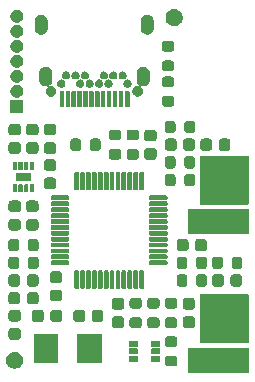
<source format=gbr>
%TF.GenerationSoftware,KiCad,Pcbnew,9.0.4*%
%TF.CreationDate,2025-09-03T13:38:36-07:00*%
%TF.ProjectId,k1-aioc,6b312d61-696f-4632-9e6b-696361645f70,rev?*%
%TF.SameCoordinates,Original*%
%TF.FileFunction,Soldermask,Top*%
%TF.FilePolarity,Negative*%
%FSLAX46Y46*%
G04 Gerber Fmt 4.6, Leading zero omitted, Abs format (unit mm)*
G04 Created by KiCad (PCBNEW 9.0.4) date 2025-09-03 13:38:36*
%MOMM*%
%LPD*%
G01*
G04 APERTURE LIST*
G04 APERTURE END LIST*
G36*
X124514632Y-109176441D02*
G01*
X124541668Y-109187640D01*
X124562360Y-109208332D01*
X124573559Y-109235368D01*
X124575000Y-109250000D01*
X124575000Y-111250000D01*
X124573559Y-111264632D01*
X124562360Y-111291668D01*
X124541668Y-111312360D01*
X124514632Y-111323559D01*
X124500000Y-111325000D01*
X124497546Y-111325000D01*
X119502454Y-111325000D01*
X119500000Y-111325000D01*
X119485368Y-111323559D01*
X119458332Y-111312360D01*
X119437640Y-111291668D01*
X119426441Y-111264632D01*
X119425000Y-111250000D01*
X119425000Y-109250000D01*
X119426441Y-109235368D01*
X119437640Y-109208332D01*
X119458332Y-109187640D01*
X119485368Y-109176441D01*
X119500000Y-109175000D01*
X124500000Y-109175000D01*
X124514632Y-109176441D01*
G37*
G36*
X104960747Y-109555261D02*
G01*
X105092234Y-109609725D01*
X105210570Y-109688794D01*
X105311206Y-109789430D01*
X105390275Y-109907766D01*
X105444739Y-110039253D01*
X105472504Y-110178840D01*
X105472504Y-110321160D01*
X105444739Y-110460747D01*
X105390275Y-110592234D01*
X105311206Y-110710570D01*
X105210570Y-110811206D01*
X105092234Y-110890275D01*
X104960747Y-110944739D01*
X104821160Y-110972504D01*
X104678840Y-110972504D01*
X104539253Y-110944739D01*
X104407766Y-110890275D01*
X104289430Y-110811206D01*
X104188794Y-110710570D01*
X104109725Y-110592234D01*
X104055261Y-110460747D01*
X104027496Y-110321160D01*
X104027496Y-110178840D01*
X104055261Y-110039253D01*
X104109725Y-109907766D01*
X104188794Y-109789430D01*
X104289430Y-109688794D01*
X104407766Y-109609725D01*
X104539253Y-109555261D01*
X104678840Y-109527496D01*
X104821160Y-109527496D01*
X104960747Y-109555261D01*
G37*
G36*
X118279047Y-109875805D02*
G01*
X118330408Y-109881764D01*
X118347954Y-109889511D01*
X118370671Y-109894030D01*
X118394991Y-109910280D01*
X118415793Y-109919465D01*
X118430000Y-109933672D01*
X118451777Y-109948223D01*
X118466327Y-109969999D01*
X118480534Y-109984206D01*
X118489718Y-110005006D01*
X118505970Y-110029329D01*
X118510489Y-110052048D01*
X118518235Y-110069591D01*
X118524192Y-110120940D01*
X118525000Y-110125000D01*
X118525000Y-110525000D01*
X118524192Y-110529059D01*
X118518235Y-110580408D01*
X118510489Y-110597950D01*
X118505970Y-110620671D01*
X118489716Y-110644995D01*
X118480534Y-110665793D01*
X118466329Y-110679997D01*
X118451777Y-110701777D01*
X118429997Y-110716329D01*
X118415793Y-110730534D01*
X118394995Y-110739716D01*
X118370671Y-110755970D01*
X118347950Y-110760489D01*
X118330408Y-110768235D01*
X118279061Y-110774192D01*
X118275000Y-110775000D01*
X117725000Y-110775000D01*
X117720941Y-110774192D01*
X117669591Y-110768235D01*
X117652048Y-110760489D01*
X117629329Y-110755970D01*
X117605006Y-110739718D01*
X117584206Y-110730534D01*
X117569999Y-110716327D01*
X117548223Y-110701777D01*
X117533672Y-110680000D01*
X117519465Y-110665793D01*
X117510280Y-110644991D01*
X117494030Y-110620671D01*
X117489511Y-110597954D01*
X117481764Y-110580408D01*
X117475805Y-110529049D01*
X117475000Y-110525000D01*
X117475000Y-110125000D01*
X117475804Y-110120953D01*
X117481764Y-110069591D01*
X117489511Y-110052043D01*
X117494030Y-110029329D01*
X117510278Y-110005010D01*
X117519465Y-109984206D01*
X117533674Y-109969996D01*
X117548223Y-109948223D01*
X117569996Y-109933674D01*
X117584206Y-109919465D01*
X117605010Y-109910278D01*
X117629329Y-109894030D01*
X117652043Y-109889511D01*
X117669591Y-109881764D01*
X117720952Y-109875805D01*
X117725000Y-109875000D01*
X118275000Y-109875000D01*
X118279047Y-109875805D01*
G37*
G36*
X108419134Y-108003806D02*
G01*
X108435355Y-108014645D01*
X108446194Y-108030866D01*
X108450000Y-108050000D01*
X108450000Y-110450000D01*
X108446194Y-110469134D01*
X108435355Y-110485355D01*
X108419134Y-110496194D01*
X108400000Y-110500000D01*
X106400000Y-110500000D01*
X106380866Y-110496194D01*
X106364645Y-110485355D01*
X106353806Y-110469134D01*
X106350000Y-110450000D01*
X106350000Y-108050000D01*
X106353806Y-108030866D01*
X106364645Y-108014645D01*
X106380866Y-108003806D01*
X106400000Y-108000000D01*
X108400000Y-108000000D01*
X108419134Y-108003806D01*
G37*
G36*
X112119134Y-108003806D02*
G01*
X112135355Y-108014645D01*
X112146194Y-108030866D01*
X112150000Y-108050000D01*
X112150000Y-110450000D01*
X112146194Y-110469134D01*
X112135355Y-110485355D01*
X112119134Y-110496194D01*
X112100000Y-110500000D01*
X110100000Y-110500000D01*
X110080866Y-110496194D01*
X110064645Y-110485355D01*
X110053806Y-110469134D01*
X110050000Y-110450000D01*
X110050000Y-108050000D01*
X110053806Y-108030866D01*
X110064645Y-108014645D01*
X110080866Y-108003806D01*
X110100000Y-108000000D01*
X112100000Y-108000000D01*
X112119134Y-108003806D01*
G37*
G36*
X115144134Y-109903806D02*
G01*
X115160355Y-109914645D01*
X115171194Y-109930866D01*
X115175000Y-109950000D01*
X115175000Y-110350000D01*
X115171194Y-110369134D01*
X115160355Y-110385355D01*
X115144134Y-110396194D01*
X115125000Y-110400000D01*
X114475000Y-110400000D01*
X114455866Y-110396194D01*
X114439645Y-110385355D01*
X114428806Y-110369134D01*
X114425000Y-110350000D01*
X114425000Y-109950000D01*
X114428806Y-109930866D01*
X114439645Y-109914645D01*
X114455866Y-109903806D01*
X114475000Y-109900000D01*
X115125000Y-109900000D01*
X115144134Y-109903806D01*
G37*
G36*
X117044134Y-109903806D02*
G01*
X117060355Y-109914645D01*
X117071194Y-109930866D01*
X117075000Y-109950000D01*
X117075000Y-110350000D01*
X117071194Y-110369134D01*
X117060355Y-110385355D01*
X117044134Y-110396194D01*
X117025000Y-110400000D01*
X116375000Y-110400000D01*
X116355866Y-110396194D01*
X116339645Y-110385355D01*
X116328806Y-110369134D01*
X116325000Y-110350000D01*
X116325000Y-109950000D01*
X116328806Y-109930866D01*
X116339645Y-109914645D01*
X116355866Y-109903806D01*
X116375000Y-109900000D01*
X117025000Y-109900000D01*
X117044134Y-109903806D01*
G37*
G36*
X115144134Y-109253806D02*
G01*
X115160355Y-109264645D01*
X115171194Y-109280866D01*
X115175000Y-109300000D01*
X115175000Y-109700000D01*
X115171194Y-109719134D01*
X115160355Y-109735355D01*
X115144134Y-109746194D01*
X115125000Y-109750000D01*
X114475000Y-109750000D01*
X114455866Y-109746194D01*
X114439645Y-109735355D01*
X114428806Y-109719134D01*
X114425000Y-109700000D01*
X114425000Y-109300000D01*
X114428806Y-109280866D01*
X114439645Y-109264645D01*
X114455866Y-109253806D01*
X114475000Y-109250000D01*
X115125000Y-109250000D01*
X115144134Y-109253806D01*
G37*
G36*
X117044134Y-109253806D02*
G01*
X117060355Y-109264645D01*
X117071194Y-109280866D01*
X117075000Y-109300000D01*
X117075000Y-109700000D01*
X117071194Y-109719134D01*
X117060355Y-109735355D01*
X117044134Y-109746194D01*
X117025000Y-109750000D01*
X116375000Y-109750000D01*
X116355866Y-109746194D01*
X116339645Y-109735355D01*
X116328806Y-109719134D01*
X116325000Y-109700000D01*
X116325000Y-109300000D01*
X116328806Y-109280866D01*
X116339645Y-109264645D01*
X116355866Y-109253806D01*
X116375000Y-109250000D01*
X117025000Y-109250000D01*
X117044134Y-109253806D01*
G37*
G36*
X118279047Y-108225805D02*
G01*
X118330408Y-108231764D01*
X118347954Y-108239511D01*
X118370671Y-108244030D01*
X118394991Y-108260280D01*
X118415793Y-108269465D01*
X118430000Y-108283672D01*
X118451777Y-108298223D01*
X118466327Y-108319999D01*
X118480534Y-108334206D01*
X118489718Y-108355006D01*
X118505970Y-108379329D01*
X118510489Y-108402048D01*
X118518235Y-108419591D01*
X118524192Y-108470940D01*
X118525000Y-108475000D01*
X118525000Y-108875000D01*
X118524192Y-108879059D01*
X118518235Y-108930408D01*
X118510489Y-108947950D01*
X118505970Y-108970671D01*
X118489716Y-108994995D01*
X118480534Y-109015793D01*
X118466329Y-109029997D01*
X118451777Y-109051777D01*
X118429997Y-109066329D01*
X118415793Y-109080534D01*
X118394995Y-109089716D01*
X118370671Y-109105970D01*
X118347950Y-109110489D01*
X118330408Y-109118235D01*
X118279061Y-109124192D01*
X118275000Y-109125000D01*
X117725000Y-109125000D01*
X117720941Y-109124192D01*
X117669591Y-109118235D01*
X117652048Y-109110489D01*
X117629329Y-109105970D01*
X117605006Y-109089718D01*
X117584206Y-109080534D01*
X117569999Y-109066327D01*
X117548223Y-109051777D01*
X117533672Y-109030000D01*
X117519465Y-109015793D01*
X117510280Y-108994991D01*
X117494030Y-108970671D01*
X117489511Y-108947954D01*
X117481764Y-108930408D01*
X117475805Y-108879049D01*
X117475000Y-108875000D01*
X117475000Y-108475000D01*
X117475804Y-108470953D01*
X117481764Y-108419591D01*
X117489511Y-108402043D01*
X117494030Y-108379329D01*
X117510278Y-108355010D01*
X117519465Y-108334206D01*
X117533674Y-108319996D01*
X117548223Y-108298223D01*
X117569996Y-108283674D01*
X117584206Y-108269465D01*
X117605010Y-108260278D01*
X117629329Y-108244030D01*
X117652043Y-108239511D01*
X117669591Y-108231764D01*
X117720952Y-108225805D01*
X117725000Y-108225000D01*
X118275000Y-108225000D01*
X118279047Y-108225805D01*
G37*
G36*
X115144134Y-108603806D02*
G01*
X115160355Y-108614645D01*
X115171194Y-108630866D01*
X115175000Y-108650000D01*
X115175000Y-109050000D01*
X115171194Y-109069134D01*
X115160355Y-109085355D01*
X115144134Y-109096194D01*
X115125000Y-109100000D01*
X114475000Y-109100000D01*
X114455866Y-109096194D01*
X114439645Y-109085355D01*
X114428806Y-109069134D01*
X114425000Y-109050000D01*
X114425000Y-108650000D01*
X114428806Y-108630866D01*
X114439645Y-108614645D01*
X114455866Y-108603806D01*
X114475000Y-108600000D01*
X115125000Y-108600000D01*
X115144134Y-108603806D01*
G37*
G36*
X117044134Y-108603806D02*
G01*
X117060355Y-108614645D01*
X117071194Y-108630866D01*
X117075000Y-108650000D01*
X117075000Y-109050000D01*
X117071194Y-109069134D01*
X117060355Y-109085355D01*
X117044134Y-109096194D01*
X117025000Y-109100000D01*
X116375000Y-109100000D01*
X116355866Y-109096194D01*
X116339645Y-109085355D01*
X116328806Y-109069134D01*
X116325000Y-109050000D01*
X116325000Y-108650000D01*
X116328806Y-108630866D01*
X116339645Y-108614645D01*
X116355866Y-108603806D01*
X116375000Y-108600000D01*
X117025000Y-108600000D01*
X117044134Y-108603806D01*
G37*
G36*
X124514632Y-104676441D02*
G01*
X124541668Y-104687640D01*
X124562360Y-104708332D01*
X124573559Y-104735368D01*
X124575000Y-104750000D01*
X124575000Y-108750000D01*
X124573559Y-108764632D01*
X124562360Y-108791668D01*
X124541668Y-108812360D01*
X124514632Y-108823559D01*
X124500000Y-108825000D01*
X124497546Y-108825000D01*
X120502454Y-108825000D01*
X120500000Y-108825000D01*
X120485368Y-108823559D01*
X120458332Y-108812360D01*
X120437640Y-108791668D01*
X120426441Y-108764632D01*
X120425000Y-108750000D01*
X120425000Y-104750000D01*
X120426441Y-104735368D01*
X120437640Y-104708332D01*
X120458332Y-104687640D01*
X120485368Y-104676441D01*
X120500000Y-104675000D01*
X124500000Y-104675000D01*
X124514632Y-104676441D01*
G37*
G36*
X105006409Y-107526275D02*
G01*
X105069958Y-107534641D01*
X105085943Y-107542095D01*
X105105238Y-107545933D01*
X105130792Y-107563008D01*
X105157290Y-107575364D01*
X105173412Y-107591486D01*
X105194454Y-107605546D01*
X105208513Y-107626587D01*
X105224635Y-107642709D01*
X105236990Y-107669204D01*
X105254067Y-107694762D01*
X105257905Y-107714058D01*
X105265358Y-107730041D01*
X105273722Y-107793577D01*
X105275000Y-107800000D01*
X105275000Y-108250000D01*
X105273722Y-108256424D01*
X105265358Y-108319958D01*
X105257905Y-108335939D01*
X105254067Y-108355238D01*
X105236988Y-108380797D01*
X105224635Y-108407290D01*
X105208516Y-108423408D01*
X105194454Y-108444454D01*
X105173408Y-108458516D01*
X105157290Y-108474635D01*
X105130797Y-108486988D01*
X105105238Y-108504067D01*
X105085939Y-108507905D01*
X105069958Y-108515358D01*
X105006424Y-108523722D01*
X105000000Y-108525000D01*
X104500000Y-108525000D01*
X104493577Y-108523722D01*
X104430041Y-108515358D01*
X104414058Y-108507905D01*
X104394762Y-108504067D01*
X104369204Y-108486990D01*
X104342709Y-108474635D01*
X104326587Y-108458513D01*
X104305546Y-108444454D01*
X104291486Y-108423412D01*
X104275364Y-108407290D01*
X104263008Y-108380792D01*
X104245933Y-108355238D01*
X104242095Y-108335943D01*
X104234641Y-108319958D01*
X104226275Y-108256409D01*
X104225000Y-108250000D01*
X104225000Y-107800000D01*
X104226274Y-107793592D01*
X104234641Y-107730041D01*
X104242095Y-107714054D01*
X104245933Y-107694762D01*
X104263006Y-107669209D01*
X104275364Y-107642709D01*
X104291488Y-107626584D01*
X104305546Y-107605546D01*
X104326584Y-107591488D01*
X104342709Y-107575364D01*
X104369209Y-107563006D01*
X104394762Y-107545933D01*
X104414054Y-107542095D01*
X104430041Y-107534641D01*
X104493592Y-107526274D01*
X104500000Y-107525000D01*
X105000000Y-107525000D01*
X105006409Y-107526275D01*
G37*
G36*
X113756409Y-106526275D02*
G01*
X113819958Y-106534641D01*
X113835943Y-106542095D01*
X113855238Y-106545933D01*
X113880792Y-106563008D01*
X113907290Y-106575364D01*
X113923412Y-106591486D01*
X113944454Y-106605546D01*
X113958513Y-106626587D01*
X113974635Y-106642709D01*
X113986990Y-106669204D01*
X114004067Y-106694762D01*
X114007905Y-106714058D01*
X114015358Y-106730041D01*
X114023722Y-106793577D01*
X114025000Y-106800000D01*
X114025000Y-107250000D01*
X114023722Y-107256424D01*
X114015358Y-107319958D01*
X114007905Y-107335939D01*
X114004067Y-107355238D01*
X113986988Y-107380797D01*
X113974635Y-107407290D01*
X113958516Y-107423408D01*
X113944454Y-107444454D01*
X113923408Y-107458516D01*
X113907290Y-107474635D01*
X113880797Y-107486988D01*
X113855238Y-107504067D01*
X113835939Y-107507905D01*
X113819958Y-107515358D01*
X113756424Y-107523722D01*
X113750000Y-107525000D01*
X113250000Y-107525000D01*
X113243577Y-107523722D01*
X113180041Y-107515358D01*
X113164058Y-107507905D01*
X113144762Y-107504067D01*
X113119204Y-107486990D01*
X113092709Y-107474635D01*
X113076587Y-107458513D01*
X113055546Y-107444454D01*
X113041486Y-107423412D01*
X113025364Y-107407290D01*
X113013008Y-107380792D01*
X112995933Y-107355238D01*
X112992095Y-107335943D01*
X112984641Y-107319958D01*
X112976275Y-107256409D01*
X112975000Y-107250000D01*
X112975000Y-106800000D01*
X112976274Y-106793592D01*
X112984641Y-106730041D01*
X112992095Y-106714054D01*
X112995933Y-106694762D01*
X113013006Y-106669209D01*
X113025364Y-106642709D01*
X113041488Y-106626584D01*
X113055546Y-106605546D01*
X113076584Y-106591488D01*
X113092709Y-106575364D01*
X113119209Y-106563006D01*
X113144762Y-106545933D01*
X113164054Y-106542095D01*
X113180041Y-106534641D01*
X113243592Y-106526274D01*
X113250000Y-106525000D01*
X113750000Y-106525000D01*
X113756409Y-106526275D01*
G37*
G36*
X115279047Y-106625805D02*
G01*
X115330408Y-106631764D01*
X115347954Y-106639511D01*
X115370671Y-106644030D01*
X115394991Y-106660280D01*
X115415793Y-106669465D01*
X115430000Y-106683672D01*
X115451777Y-106698223D01*
X115466327Y-106719999D01*
X115480534Y-106734206D01*
X115489718Y-106755006D01*
X115505970Y-106779329D01*
X115510489Y-106802048D01*
X115518235Y-106819591D01*
X115524192Y-106870940D01*
X115525000Y-106875000D01*
X115525000Y-107275000D01*
X115524192Y-107279059D01*
X115518235Y-107330408D01*
X115510489Y-107347950D01*
X115505970Y-107370671D01*
X115489716Y-107394995D01*
X115480534Y-107415793D01*
X115466329Y-107429997D01*
X115451777Y-107451777D01*
X115429997Y-107466329D01*
X115415793Y-107480534D01*
X115394995Y-107489716D01*
X115370671Y-107505970D01*
X115347950Y-107510489D01*
X115330408Y-107518235D01*
X115279061Y-107524192D01*
X115275000Y-107525000D01*
X114725000Y-107525000D01*
X114720941Y-107524192D01*
X114669591Y-107518235D01*
X114652048Y-107510489D01*
X114629329Y-107505970D01*
X114605006Y-107489718D01*
X114584206Y-107480534D01*
X114569999Y-107466327D01*
X114548223Y-107451777D01*
X114533672Y-107430000D01*
X114519465Y-107415793D01*
X114510280Y-107394991D01*
X114494030Y-107370671D01*
X114489511Y-107347954D01*
X114481764Y-107330408D01*
X114475805Y-107279049D01*
X114475000Y-107275000D01*
X114475000Y-106875000D01*
X114475804Y-106870953D01*
X114481764Y-106819591D01*
X114489511Y-106802043D01*
X114494030Y-106779329D01*
X114510278Y-106755010D01*
X114519465Y-106734206D01*
X114533674Y-106719996D01*
X114548223Y-106698223D01*
X114569996Y-106683674D01*
X114584206Y-106669465D01*
X114605010Y-106660278D01*
X114629329Y-106644030D01*
X114652043Y-106639511D01*
X114669591Y-106631764D01*
X114720952Y-106625805D01*
X114725000Y-106625000D01*
X115275000Y-106625000D01*
X115279047Y-106625805D01*
G37*
G36*
X116779047Y-106625805D02*
G01*
X116830408Y-106631764D01*
X116847954Y-106639511D01*
X116870671Y-106644030D01*
X116894991Y-106660280D01*
X116915793Y-106669465D01*
X116930000Y-106683672D01*
X116951777Y-106698223D01*
X116966327Y-106719999D01*
X116980534Y-106734206D01*
X116989718Y-106755006D01*
X117005970Y-106779329D01*
X117010489Y-106802048D01*
X117018235Y-106819591D01*
X117024192Y-106870940D01*
X117025000Y-106875000D01*
X117025000Y-107275000D01*
X117024192Y-107279059D01*
X117018235Y-107330408D01*
X117010489Y-107347950D01*
X117005970Y-107370671D01*
X116989716Y-107394995D01*
X116980534Y-107415793D01*
X116966329Y-107429997D01*
X116951777Y-107451777D01*
X116929997Y-107466329D01*
X116915793Y-107480534D01*
X116894995Y-107489716D01*
X116870671Y-107505970D01*
X116847950Y-107510489D01*
X116830408Y-107518235D01*
X116779061Y-107524192D01*
X116775000Y-107525000D01*
X116225000Y-107525000D01*
X116220941Y-107524192D01*
X116169591Y-107518235D01*
X116152048Y-107510489D01*
X116129329Y-107505970D01*
X116105006Y-107489718D01*
X116084206Y-107480534D01*
X116069999Y-107466327D01*
X116048223Y-107451777D01*
X116033672Y-107430000D01*
X116019465Y-107415793D01*
X116010280Y-107394991D01*
X115994030Y-107370671D01*
X115989511Y-107347954D01*
X115981764Y-107330408D01*
X115975805Y-107279049D01*
X115975000Y-107275000D01*
X115975000Y-106875000D01*
X115975804Y-106870953D01*
X115981764Y-106819591D01*
X115989511Y-106802043D01*
X115994030Y-106779329D01*
X116010278Y-106755010D01*
X116019465Y-106734206D01*
X116033674Y-106719996D01*
X116048223Y-106698223D01*
X116069996Y-106683674D01*
X116084206Y-106669465D01*
X116105010Y-106660278D01*
X116129329Y-106644030D01*
X116152043Y-106639511D01*
X116169591Y-106631764D01*
X116220952Y-106625805D01*
X116225000Y-106625000D01*
X116775000Y-106625000D01*
X116779047Y-106625805D01*
G37*
G36*
X118279047Y-106625805D02*
G01*
X118330408Y-106631764D01*
X118347954Y-106639511D01*
X118370671Y-106644030D01*
X118394991Y-106660280D01*
X118415793Y-106669465D01*
X118430000Y-106683672D01*
X118451777Y-106698223D01*
X118466327Y-106719999D01*
X118480534Y-106734206D01*
X118489718Y-106755006D01*
X118505970Y-106779329D01*
X118510489Y-106802048D01*
X118518235Y-106819591D01*
X118524192Y-106870940D01*
X118525000Y-106875000D01*
X118525000Y-107275000D01*
X118524192Y-107279059D01*
X118518235Y-107330408D01*
X118510489Y-107347950D01*
X118505970Y-107370671D01*
X118489716Y-107394995D01*
X118480534Y-107415793D01*
X118466329Y-107429997D01*
X118451777Y-107451777D01*
X118429997Y-107466329D01*
X118415793Y-107480534D01*
X118394995Y-107489716D01*
X118370671Y-107505970D01*
X118347950Y-107510489D01*
X118330408Y-107518235D01*
X118279061Y-107524192D01*
X118275000Y-107525000D01*
X117725000Y-107525000D01*
X117720941Y-107524192D01*
X117669591Y-107518235D01*
X117652048Y-107510489D01*
X117629329Y-107505970D01*
X117605006Y-107489718D01*
X117584206Y-107480534D01*
X117569999Y-107466327D01*
X117548223Y-107451777D01*
X117533672Y-107430000D01*
X117519465Y-107415793D01*
X117510280Y-107394991D01*
X117494030Y-107370671D01*
X117489511Y-107347954D01*
X117481764Y-107330408D01*
X117475805Y-107279049D01*
X117475000Y-107275000D01*
X117475000Y-106875000D01*
X117475804Y-106870953D01*
X117481764Y-106819591D01*
X117489511Y-106802043D01*
X117494030Y-106779329D01*
X117510278Y-106755010D01*
X117519465Y-106734206D01*
X117533674Y-106719996D01*
X117548223Y-106698223D01*
X117569996Y-106683674D01*
X117584206Y-106669465D01*
X117605010Y-106660278D01*
X117629329Y-106644030D01*
X117652043Y-106639511D01*
X117669591Y-106631764D01*
X117720952Y-106625805D01*
X117725000Y-106625000D01*
X118275000Y-106625000D01*
X118279047Y-106625805D01*
G37*
G36*
X119756409Y-106526275D02*
G01*
X119819958Y-106534641D01*
X119835943Y-106542095D01*
X119855238Y-106545933D01*
X119880792Y-106563008D01*
X119907290Y-106575364D01*
X119923412Y-106591486D01*
X119944454Y-106605546D01*
X119958513Y-106626587D01*
X119974635Y-106642709D01*
X119986990Y-106669204D01*
X120004067Y-106694762D01*
X120007905Y-106714058D01*
X120015358Y-106730041D01*
X120023722Y-106793577D01*
X120025000Y-106800000D01*
X120025000Y-107250000D01*
X120023722Y-107256424D01*
X120015358Y-107319958D01*
X120007905Y-107335939D01*
X120004067Y-107355238D01*
X119986988Y-107380797D01*
X119974635Y-107407290D01*
X119958516Y-107423408D01*
X119944454Y-107444454D01*
X119923408Y-107458516D01*
X119907290Y-107474635D01*
X119880797Y-107486988D01*
X119855238Y-107504067D01*
X119835939Y-107507905D01*
X119819958Y-107515358D01*
X119756424Y-107523722D01*
X119750000Y-107525000D01*
X119250000Y-107525000D01*
X119243577Y-107523722D01*
X119180041Y-107515358D01*
X119164058Y-107507905D01*
X119144762Y-107504067D01*
X119119204Y-107486990D01*
X119092709Y-107474635D01*
X119076587Y-107458513D01*
X119055546Y-107444454D01*
X119041486Y-107423412D01*
X119025364Y-107407290D01*
X119013008Y-107380792D01*
X118995933Y-107355238D01*
X118992095Y-107335943D01*
X118984641Y-107319958D01*
X118976275Y-107256409D01*
X118975000Y-107250000D01*
X118975000Y-106800000D01*
X118976274Y-106793592D01*
X118984641Y-106730041D01*
X118992095Y-106714054D01*
X118995933Y-106694762D01*
X119013006Y-106669209D01*
X119025364Y-106642709D01*
X119041488Y-106626584D01*
X119055546Y-106605546D01*
X119076584Y-106591488D01*
X119092709Y-106575364D01*
X119119209Y-106563006D01*
X119144762Y-106545933D01*
X119164054Y-106542095D01*
X119180041Y-106534641D01*
X119243592Y-106526274D01*
X119250000Y-106525000D01*
X119750000Y-106525000D01*
X119756409Y-106526275D01*
G37*
G36*
X106956409Y-105976275D02*
G01*
X107019958Y-105984641D01*
X107035943Y-105992095D01*
X107055238Y-105995933D01*
X107080792Y-106013008D01*
X107107290Y-106025364D01*
X107123412Y-106041486D01*
X107144454Y-106055546D01*
X107158513Y-106076587D01*
X107174635Y-106092709D01*
X107186990Y-106119204D01*
X107204067Y-106144762D01*
X107207905Y-106164058D01*
X107215358Y-106180041D01*
X107223722Y-106243577D01*
X107225000Y-106250000D01*
X107225000Y-106750000D01*
X107223722Y-106756424D01*
X107215358Y-106819958D01*
X107207905Y-106835939D01*
X107204067Y-106855238D01*
X107186988Y-106880797D01*
X107174635Y-106907290D01*
X107158516Y-106923408D01*
X107144454Y-106944454D01*
X107123408Y-106958516D01*
X107107290Y-106974635D01*
X107080797Y-106986988D01*
X107055238Y-107004067D01*
X107035939Y-107007905D01*
X107019958Y-107015358D01*
X106956424Y-107023722D01*
X106950000Y-107025000D01*
X106500000Y-107025000D01*
X106493577Y-107023722D01*
X106430041Y-107015358D01*
X106414058Y-107007905D01*
X106394762Y-107004067D01*
X106369204Y-106986990D01*
X106342709Y-106974635D01*
X106326587Y-106958513D01*
X106305546Y-106944454D01*
X106291486Y-106923412D01*
X106275364Y-106907290D01*
X106263008Y-106880792D01*
X106245933Y-106855238D01*
X106242095Y-106835943D01*
X106234641Y-106819958D01*
X106226275Y-106756409D01*
X106225000Y-106750000D01*
X106225000Y-106250000D01*
X106226274Y-106243592D01*
X106234641Y-106180041D01*
X106242095Y-106164054D01*
X106245933Y-106144762D01*
X106263006Y-106119209D01*
X106275364Y-106092709D01*
X106291488Y-106076584D01*
X106305546Y-106055546D01*
X106326584Y-106041488D01*
X106342709Y-106025364D01*
X106369209Y-106013006D01*
X106394762Y-105995933D01*
X106414054Y-105992095D01*
X106430041Y-105984641D01*
X106493592Y-105976274D01*
X106500000Y-105975000D01*
X106950000Y-105975000D01*
X106956409Y-105976275D01*
G37*
G36*
X108506409Y-105976275D02*
G01*
X108569958Y-105984641D01*
X108585943Y-105992095D01*
X108605238Y-105995933D01*
X108630792Y-106013008D01*
X108657290Y-106025364D01*
X108673412Y-106041486D01*
X108694454Y-106055546D01*
X108708513Y-106076587D01*
X108724635Y-106092709D01*
X108736990Y-106119204D01*
X108754067Y-106144762D01*
X108757905Y-106164058D01*
X108765358Y-106180041D01*
X108773722Y-106243577D01*
X108775000Y-106250000D01*
X108775000Y-106750000D01*
X108773722Y-106756424D01*
X108765358Y-106819958D01*
X108757905Y-106835939D01*
X108754067Y-106855238D01*
X108736988Y-106880797D01*
X108724635Y-106907290D01*
X108708516Y-106923408D01*
X108694454Y-106944454D01*
X108673408Y-106958516D01*
X108657290Y-106974635D01*
X108630797Y-106986988D01*
X108605238Y-107004067D01*
X108585939Y-107007905D01*
X108569958Y-107015358D01*
X108506424Y-107023722D01*
X108500000Y-107025000D01*
X108050000Y-107025000D01*
X108043577Y-107023722D01*
X107980041Y-107015358D01*
X107964058Y-107007905D01*
X107944762Y-107004067D01*
X107919204Y-106986990D01*
X107892709Y-106974635D01*
X107876587Y-106958513D01*
X107855546Y-106944454D01*
X107841486Y-106923412D01*
X107825364Y-106907290D01*
X107813008Y-106880792D01*
X107795933Y-106855238D01*
X107792095Y-106835943D01*
X107784641Y-106819958D01*
X107776275Y-106756409D01*
X107775000Y-106750000D01*
X107775000Y-106250000D01*
X107776274Y-106243592D01*
X107784641Y-106180041D01*
X107792095Y-106164054D01*
X107795933Y-106144762D01*
X107813006Y-106119209D01*
X107825364Y-106092709D01*
X107841488Y-106076584D01*
X107855546Y-106055546D01*
X107876584Y-106041488D01*
X107892709Y-106025364D01*
X107919209Y-106013006D01*
X107944762Y-105995933D01*
X107964054Y-105992095D01*
X107980041Y-105984641D01*
X108043592Y-105976274D01*
X108050000Y-105975000D01*
X108500000Y-105975000D01*
X108506409Y-105976275D01*
G37*
G36*
X110456409Y-105976275D02*
G01*
X110519958Y-105984641D01*
X110535943Y-105992095D01*
X110555238Y-105995933D01*
X110580792Y-106013008D01*
X110607290Y-106025364D01*
X110623412Y-106041486D01*
X110644454Y-106055546D01*
X110658513Y-106076587D01*
X110674635Y-106092709D01*
X110686990Y-106119204D01*
X110704067Y-106144762D01*
X110707905Y-106164058D01*
X110715358Y-106180041D01*
X110723722Y-106243577D01*
X110725000Y-106250000D01*
X110725000Y-106750000D01*
X110723722Y-106756424D01*
X110715358Y-106819958D01*
X110707905Y-106835939D01*
X110704067Y-106855238D01*
X110686988Y-106880797D01*
X110674635Y-106907290D01*
X110658516Y-106923408D01*
X110644454Y-106944454D01*
X110623408Y-106958516D01*
X110607290Y-106974635D01*
X110580797Y-106986988D01*
X110555238Y-107004067D01*
X110535939Y-107007905D01*
X110519958Y-107015358D01*
X110456424Y-107023722D01*
X110450000Y-107025000D01*
X110000000Y-107025000D01*
X109993577Y-107023722D01*
X109930041Y-107015358D01*
X109914058Y-107007905D01*
X109894762Y-107004067D01*
X109869204Y-106986990D01*
X109842709Y-106974635D01*
X109826587Y-106958513D01*
X109805546Y-106944454D01*
X109791486Y-106923412D01*
X109775364Y-106907290D01*
X109763008Y-106880792D01*
X109745933Y-106855238D01*
X109742095Y-106835943D01*
X109734641Y-106819958D01*
X109726275Y-106756409D01*
X109725000Y-106750000D01*
X109725000Y-106250000D01*
X109726274Y-106243592D01*
X109734641Y-106180041D01*
X109742095Y-106164054D01*
X109745933Y-106144762D01*
X109763006Y-106119209D01*
X109775364Y-106092709D01*
X109791488Y-106076584D01*
X109805546Y-106055546D01*
X109826584Y-106041488D01*
X109842709Y-106025364D01*
X109869209Y-106013006D01*
X109894762Y-105995933D01*
X109914054Y-105992095D01*
X109930041Y-105984641D01*
X109993592Y-105976274D01*
X110000000Y-105975000D01*
X110450000Y-105975000D01*
X110456409Y-105976275D01*
G37*
G36*
X112006409Y-105976275D02*
G01*
X112069958Y-105984641D01*
X112085943Y-105992095D01*
X112105238Y-105995933D01*
X112130792Y-106013008D01*
X112157290Y-106025364D01*
X112173412Y-106041486D01*
X112194454Y-106055546D01*
X112208513Y-106076587D01*
X112224635Y-106092709D01*
X112236990Y-106119204D01*
X112254067Y-106144762D01*
X112257905Y-106164058D01*
X112265358Y-106180041D01*
X112273722Y-106243577D01*
X112275000Y-106250000D01*
X112275000Y-106750000D01*
X112273722Y-106756424D01*
X112265358Y-106819958D01*
X112257905Y-106835939D01*
X112254067Y-106855238D01*
X112236988Y-106880797D01*
X112224635Y-106907290D01*
X112208516Y-106923408D01*
X112194454Y-106944454D01*
X112173408Y-106958516D01*
X112157290Y-106974635D01*
X112130797Y-106986988D01*
X112105238Y-107004067D01*
X112085939Y-107007905D01*
X112069958Y-107015358D01*
X112006424Y-107023722D01*
X112000000Y-107025000D01*
X111550000Y-107025000D01*
X111543577Y-107023722D01*
X111480041Y-107015358D01*
X111464058Y-107007905D01*
X111444762Y-107004067D01*
X111419204Y-106986990D01*
X111392709Y-106974635D01*
X111376587Y-106958513D01*
X111355546Y-106944454D01*
X111341486Y-106923412D01*
X111325364Y-106907290D01*
X111313008Y-106880792D01*
X111295933Y-106855238D01*
X111292095Y-106835943D01*
X111284641Y-106819958D01*
X111276275Y-106756409D01*
X111275000Y-106750000D01*
X111275000Y-106250000D01*
X111276274Y-106243592D01*
X111284641Y-106180041D01*
X111292095Y-106164054D01*
X111295933Y-106144762D01*
X111313006Y-106119209D01*
X111325364Y-106092709D01*
X111341488Y-106076584D01*
X111355546Y-106055546D01*
X111376584Y-106041488D01*
X111392709Y-106025364D01*
X111419209Y-106013006D01*
X111444762Y-105995933D01*
X111464054Y-105992095D01*
X111480041Y-105984641D01*
X111543592Y-105976274D01*
X111550000Y-105975000D01*
X112000000Y-105975000D01*
X112006409Y-105976275D01*
G37*
G36*
X105006409Y-105976275D02*
G01*
X105069958Y-105984641D01*
X105085943Y-105992095D01*
X105105238Y-105995933D01*
X105130792Y-106013008D01*
X105157290Y-106025364D01*
X105173412Y-106041486D01*
X105194454Y-106055546D01*
X105208513Y-106076587D01*
X105224635Y-106092709D01*
X105236990Y-106119204D01*
X105254067Y-106144762D01*
X105257905Y-106164058D01*
X105265358Y-106180041D01*
X105273722Y-106243577D01*
X105275000Y-106250000D01*
X105275000Y-106700000D01*
X105273722Y-106706424D01*
X105265358Y-106769958D01*
X105257905Y-106785939D01*
X105254067Y-106805238D01*
X105236988Y-106830797D01*
X105224635Y-106857290D01*
X105208516Y-106873408D01*
X105194454Y-106894454D01*
X105173408Y-106908516D01*
X105157290Y-106924635D01*
X105130797Y-106936988D01*
X105105238Y-106954067D01*
X105085939Y-106957905D01*
X105069958Y-106965358D01*
X105006424Y-106973722D01*
X105000000Y-106975000D01*
X104500000Y-106975000D01*
X104493577Y-106973722D01*
X104430041Y-106965358D01*
X104414058Y-106957905D01*
X104394762Y-106954067D01*
X104369204Y-106936990D01*
X104342709Y-106924635D01*
X104326587Y-106908513D01*
X104305546Y-106894454D01*
X104291486Y-106873412D01*
X104275364Y-106857290D01*
X104263008Y-106830792D01*
X104245933Y-106805238D01*
X104242095Y-106785943D01*
X104234641Y-106769958D01*
X104226275Y-106706409D01*
X104225000Y-106700000D01*
X104225000Y-106250000D01*
X104226274Y-106243592D01*
X104234641Y-106180041D01*
X104242095Y-106164054D01*
X104245933Y-106144762D01*
X104263006Y-106119209D01*
X104275364Y-106092709D01*
X104291488Y-106076584D01*
X104305546Y-106055546D01*
X104326584Y-106041488D01*
X104342709Y-106025364D01*
X104369209Y-106013006D01*
X104394762Y-105995933D01*
X104414054Y-105992095D01*
X104430041Y-105984641D01*
X104493592Y-105976274D01*
X104500000Y-105975000D01*
X105000000Y-105975000D01*
X105006409Y-105976275D01*
G37*
G36*
X113756409Y-104976275D02*
G01*
X113819958Y-104984641D01*
X113835943Y-104992095D01*
X113855238Y-104995933D01*
X113880792Y-105013008D01*
X113907290Y-105025364D01*
X113923412Y-105041486D01*
X113944454Y-105055546D01*
X113958513Y-105076587D01*
X113974635Y-105092709D01*
X113986990Y-105119204D01*
X114004067Y-105144762D01*
X114007905Y-105164058D01*
X114015358Y-105180041D01*
X114023722Y-105243577D01*
X114025000Y-105250000D01*
X114025000Y-105700000D01*
X114023722Y-105706424D01*
X114015358Y-105769958D01*
X114007905Y-105785939D01*
X114004067Y-105805238D01*
X113986988Y-105830797D01*
X113974635Y-105857290D01*
X113958516Y-105873408D01*
X113944454Y-105894454D01*
X113923408Y-105908516D01*
X113907290Y-105924635D01*
X113880797Y-105936988D01*
X113855238Y-105954067D01*
X113835939Y-105957905D01*
X113819958Y-105965358D01*
X113756424Y-105973722D01*
X113750000Y-105975000D01*
X113250000Y-105975000D01*
X113243577Y-105973722D01*
X113180041Y-105965358D01*
X113164058Y-105957905D01*
X113144762Y-105954067D01*
X113119204Y-105936990D01*
X113092709Y-105924635D01*
X113076587Y-105908513D01*
X113055546Y-105894454D01*
X113041486Y-105873412D01*
X113025364Y-105857290D01*
X113013008Y-105830792D01*
X112995933Y-105805238D01*
X112992095Y-105785943D01*
X112984641Y-105769958D01*
X112976275Y-105706409D01*
X112975000Y-105700000D01*
X112975000Y-105250000D01*
X112976274Y-105243592D01*
X112984641Y-105180041D01*
X112992095Y-105164054D01*
X112995933Y-105144762D01*
X113013006Y-105119209D01*
X113025364Y-105092709D01*
X113041488Y-105076584D01*
X113055546Y-105055546D01*
X113076584Y-105041488D01*
X113092709Y-105025364D01*
X113119209Y-105013006D01*
X113144762Y-104995933D01*
X113164054Y-104992095D01*
X113180041Y-104984641D01*
X113243592Y-104976274D01*
X113250000Y-104975000D01*
X113750000Y-104975000D01*
X113756409Y-104976275D01*
G37*
G36*
X119756409Y-104976275D02*
G01*
X119819958Y-104984641D01*
X119835943Y-104992095D01*
X119855238Y-104995933D01*
X119880792Y-105013008D01*
X119907290Y-105025364D01*
X119923412Y-105041486D01*
X119944454Y-105055546D01*
X119958513Y-105076587D01*
X119974635Y-105092709D01*
X119986990Y-105119204D01*
X120004067Y-105144762D01*
X120007905Y-105164058D01*
X120015358Y-105180041D01*
X120023722Y-105243577D01*
X120025000Y-105250000D01*
X120025000Y-105700000D01*
X120023722Y-105706424D01*
X120015358Y-105769958D01*
X120007905Y-105785939D01*
X120004067Y-105805238D01*
X119986988Y-105830797D01*
X119974635Y-105857290D01*
X119958516Y-105873408D01*
X119944454Y-105894454D01*
X119923408Y-105908516D01*
X119907290Y-105924635D01*
X119880797Y-105936988D01*
X119855238Y-105954067D01*
X119835939Y-105957905D01*
X119819958Y-105965358D01*
X119756424Y-105973722D01*
X119750000Y-105975000D01*
X119250000Y-105975000D01*
X119243577Y-105973722D01*
X119180041Y-105965358D01*
X119164058Y-105957905D01*
X119144762Y-105954067D01*
X119119204Y-105936990D01*
X119092709Y-105924635D01*
X119076587Y-105908513D01*
X119055546Y-105894454D01*
X119041486Y-105873412D01*
X119025364Y-105857290D01*
X119013008Y-105830792D01*
X118995933Y-105805238D01*
X118992095Y-105785943D01*
X118984641Y-105769958D01*
X118976275Y-105706409D01*
X118975000Y-105700000D01*
X118975000Y-105250000D01*
X118976274Y-105243592D01*
X118984641Y-105180041D01*
X118992095Y-105164054D01*
X118995933Y-105144762D01*
X119013006Y-105119209D01*
X119025364Y-105092709D01*
X119041488Y-105076584D01*
X119055546Y-105055546D01*
X119076584Y-105041488D01*
X119092709Y-105025364D01*
X119119209Y-105013006D01*
X119144762Y-104995933D01*
X119164054Y-104992095D01*
X119180041Y-104984641D01*
X119243592Y-104976274D01*
X119250000Y-104975000D01*
X119750000Y-104975000D01*
X119756409Y-104976275D01*
G37*
G36*
X115279047Y-104975805D02*
G01*
X115330408Y-104981764D01*
X115347954Y-104989511D01*
X115370671Y-104994030D01*
X115394991Y-105010280D01*
X115415793Y-105019465D01*
X115430000Y-105033672D01*
X115451777Y-105048223D01*
X115466327Y-105069999D01*
X115480534Y-105084206D01*
X115489718Y-105105006D01*
X115505970Y-105129329D01*
X115510489Y-105152048D01*
X115518235Y-105169591D01*
X115524192Y-105220940D01*
X115525000Y-105225000D01*
X115525000Y-105625000D01*
X115524192Y-105629059D01*
X115518235Y-105680408D01*
X115510489Y-105697950D01*
X115505970Y-105720671D01*
X115489716Y-105744995D01*
X115480534Y-105765793D01*
X115466329Y-105779997D01*
X115451777Y-105801777D01*
X115429997Y-105816329D01*
X115415793Y-105830534D01*
X115394995Y-105839716D01*
X115370671Y-105855970D01*
X115347950Y-105860489D01*
X115330408Y-105868235D01*
X115279061Y-105874192D01*
X115275000Y-105875000D01*
X114725000Y-105875000D01*
X114720941Y-105874192D01*
X114669591Y-105868235D01*
X114652048Y-105860489D01*
X114629329Y-105855970D01*
X114605006Y-105839718D01*
X114584206Y-105830534D01*
X114569999Y-105816327D01*
X114548223Y-105801777D01*
X114533672Y-105780000D01*
X114519465Y-105765793D01*
X114510280Y-105744991D01*
X114494030Y-105720671D01*
X114489511Y-105697954D01*
X114481764Y-105680408D01*
X114475805Y-105629049D01*
X114475000Y-105625000D01*
X114475000Y-105225000D01*
X114475804Y-105220953D01*
X114481764Y-105169591D01*
X114489511Y-105152043D01*
X114494030Y-105129329D01*
X114510278Y-105105010D01*
X114519465Y-105084206D01*
X114533674Y-105069996D01*
X114548223Y-105048223D01*
X114569996Y-105033674D01*
X114584206Y-105019465D01*
X114605010Y-105010278D01*
X114629329Y-104994030D01*
X114652043Y-104989511D01*
X114669591Y-104981764D01*
X114720952Y-104975805D01*
X114725000Y-104975000D01*
X115275000Y-104975000D01*
X115279047Y-104975805D01*
G37*
G36*
X116779047Y-104975805D02*
G01*
X116830408Y-104981764D01*
X116847954Y-104989511D01*
X116870671Y-104994030D01*
X116894991Y-105010280D01*
X116915793Y-105019465D01*
X116930000Y-105033672D01*
X116951777Y-105048223D01*
X116966327Y-105069999D01*
X116980534Y-105084206D01*
X116989718Y-105105006D01*
X117005970Y-105129329D01*
X117010489Y-105152048D01*
X117018235Y-105169591D01*
X117024192Y-105220940D01*
X117025000Y-105225000D01*
X117025000Y-105625000D01*
X117024192Y-105629059D01*
X117018235Y-105680408D01*
X117010489Y-105697950D01*
X117005970Y-105720671D01*
X116989716Y-105744995D01*
X116980534Y-105765793D01*
X116966329Y-105779997D01*
X116951777Y-105801777D01*
X116929997Y-105816329D01*
X116915793Y-105830534D01*
X116894995Y-105839716D01*
X116870671Y-105855970D01*
X116847950Y-105860489D01*
X116830408Y-105868235D01*
X116779061Y-105874192D01*
X116775000Y-105875000D01*
X116225000Y-105875000D01*
X116220941Y-105874192D01*
X116169591Y-105868235D01*
X116152048Y-105860489D01*
X116129329Y-105855970D01*
X116105006Y-105839718D01*
X116084206Y-105830534D01*
X116069999Y-105816327D01*
X116048223Y-105801777D01*
X116033672Y-105780000D01*
X116019465Y-105765793D01*
X116010280Y-105744991D01*
X115994030Y-105720671D01*
X115989511Y-105697954D01*
X115981764Y-105680408D01*
X115975805Y-105629049D01*
X115975000Y-105625000D01*
X115975000Y-105225000D01*
X115975804Y-105220953D01*
X115981764Y-105169591D01*
X115989511Y-105152043D01*
X115994030Y-105129329D01*
X116010278Y-105105010D01*
X116019465Y-105084206D01*
X116033674Y-105069996D01*
X116048223Y-105048223D01*
X116069996Y-105033674D01*
X116084206Y-105019465D01*
X116105010Y-105010278D01*
X116129329Y-104994030D01*
X116152043Y-104989511D01*
X116169591Y-104981764D01*
X116220952Y-104975805D01*
X116225000Y-104975000D01*
X116775000Y-104975000D01*
X116779047Y-104975805D01*
G37*
G36*
X118279047Y-104975805D02*
G01*
X118330408Y-104981764D01*
X118347954Y-104989511D01*
X118370671Y-104994030D01*
X118394991Y-105010280D01*
X118415793Y-105019465D01*
X118430000Y-105033672D01*
X118451777Y-105048223D01*
X118466327Y-105069999D01*
X118480534Y-105084206D01*
X118489718Y-105105006D01*
X118505970Y-105129329D01*
X118510489Y-105152048D01*
X118518235Y-105169591D01*
X118524192Y-105220940D01*
X118525000Y-105225000D01*
X118525000Y-105625000D01*
X118524192Y-105629059D01*
X118518235Y-105680408D01*
X118510489Y-105697950D01*
X118505970Y-105720671D01*
X118489716Y-105744995D01*
X118480534Y-105765793D01*
X118466329Y-105779997D01*
X118451777Y-105801777D01*
X118429997Y-105816329D01*
X118415793Y-105830534D01*
X118394995Y-105839716D01*
X118370671Y-105855970D01*
X118347950Y-105860489D01*
X118330408Y-105868235D01*
X118279061Y-105874192D01*
X118275000Y-105875000D01*
X117725000Y-105875000D01*
X117720941Y-105874192D01*
X117669591Y-105868235D01*
X117652048Y-105860489D01*
X117629329Y-105855970D01*
X117605006Y-105839718D01*
X117584206Y-105830534D01*
X117569999Y-105816327D01*
X117548223Y-105801777D01*
X117533672Y-105780000D01*
X117519465Y-105765793D01*
X117510280Y-105744991D01*
X117494030Y-105720671D01*
X117489511Y-105697954D01*
X117481764Y-105680408D01*
X117475805Y-105629049D01*
X117475000Y-105625000D01*
X117475000Y-105225000D01*
X117475804Y-105220953D01*
X117481764Y-105169591D01*
X117489511Y-105152043D01*
X117494030Y-105129329D01*
X117510278Y-105105010D01*
X117519465Y-105084206D01*
X117533674Y-105069996D01*
X117548223Y-105048223D01*
X117569996Y-105033674D01*
X117584206Y-105019465D01*
X117605010Y-105010278D01*
X117629329Y-104994030D01*
X117652043Y-104989511D01*
X117669591Y-104981764D01*
X117720952Y-104975805D01*
X117725000Y-104975000D01*
X118275000Y-104975000D01*
X118279047Y-104975805D01*
G37*
G36*
X104937660Y-104476275D02*
G01*
X104999590Y-104484428D01*
X105015167Y-104491692D01*
X105034096Y-104495457D01*
X105059167Y-104512208D01*
X105084955Y-104524234D01*
X105100644Y-104539923D01*
X105121285Y-104553715D01*
X105135076Y-104574355D01*
X105150765Y-104590044D01*
X105162789Y-104615830D01*
X105179543Y-104640904D01*
X105183308Y-104659834D01*
X105190571Y-104675409D01*
X105198722Y-104737326D01*
X105200000Y-104743750D01*
X105200000Y-105256250D01*
X105198722Y-105262674D01*
X105190571Y-105324590D01*
X105183308Y-105340164D01*
X105179543Y-105359096D01*
X105162787Y-105384171D01*
X105150765Y-105409955D01*
X105135078Y-105425641D01*
X105121285Y-105446285D01*
X105100641Y-105460078D01*
X105084955Y-105475765D01*
X105059171Y-105487787D01*
X105034096Y-105504543D01*
X105015164Y-105508308D01*
X104999590Y-105515571D01*
X104937674Y-105523722D01*
X104931250Y-105525000D01*
X104493750Y-105525000D01*
X104487326Y-105523722D01*
X104425409Y-105515571D01*
X104409834Y-105508308D01*
X104390904Y-105504543D01*
X104365830Y-105487789D01*
X104340044Y-105475765D01*
X104324355Y-105460076D01*
X104303715Y-105446285D01*
X104289923Y-105425644D01*
X104274234Y-105409955D01*
X104262208Y-105384167D01*
X104245457Y-105359096D01*
X104241692Y-105340167D01*
X104234428Y-105324590D01*
X104226275Y-105262660D01*
X104225000Y-105256250D01*
X104225000Y-104743750D01*
X104226274Y-104737341D01*
X104234428Y-104675409D01*
X104241692Y-104659830D01*
X104245457Y-104640904D01*
X104262207Y-104615835D01*
X104274234Y-104590044D01*
X104289925Y-104574352D01*
X104303715Y-104553715D01*
X104324352Y-104539925D01*
X104340044Y-104524234D01*
X104365835Y-104512207D01*
X104390904Y-104495457D01*
X104409830Y-104491692D01*
X104425409Y-104484428D01*
X104487341Y-104476274D01*
X104493750Y-104475000D01*
X104931250Y-104475000D01*
X104937660Y-104476275D01*
G37*
G36*
X106512660Y-104476275D02*
G01*
X106574590Y-104484428D01*
X106590167Y-104491692D01*
X106609096Y-104495457D01*
X106634167Y-104512208D01*
X106659955Y-104524234D01*
X106675644Y-104539923D01*
X106696285Y-104553715D01*
X106710076Y-104574355D01*
X106725765Y-104590044D01*
X106737789Y-104615830D01*
X106754543Y-104640904D01*
X106758308Y-104659834D01*
X106765571Y-104675409D01*
X106773722Y-104737326D01*
X106775000Y-104743750D01*
X106775000Y-105256250D01*
X106773722Y-105262674D01*
X106765571Y-105324590D01*
X106758308Y-105340164D01*
X106754543Y-105359096D01*
X106737787Y-105384171D01*
X106725765Y-105409955D01*
X106710078Y-105425641D01*
X106696285Y-105446285D01*
X106675641Y-105460078D01*
X106659955Y-105475765D01*
X106634171Y-105487787D01*
X106609096Y-105504543D01*
X106590164Y-105508308D01*
X106574590Y-105515571D01*
X106512674Y-105523722D01*
X106506250Y-105525000D01*
X106068750Y-105525000D01*
X106062326Y-105523722D01*
X106000409Y-105515571D01*
X105984834Y-105508308D01*
X105965904Y-105504543D01*
X105940830Y-105487789D01*
X105915044Y-105475765D01*
X105899355Y-105460076D01*
X105878715Y-105446285D01*
X105864923Y-105425644D01*
X105849234Y-105409955D01*
X105837208Y-105384167D01*
X105820457Y-105359096D01*
X105816692Y-105340167D01*
X105809428Y-105324590D01*
X105801275Y-105262660D01*
X105800000Y-105256250D01*
X105800000Y-104743750D01*
X105801274Y-104737341D01*
X105809428Y-104675409D01*
X105816692Y-104659830D01*
X105820457Y-104640904D01*
X105837207Y-104615835D01*
X105849234Y-104590044D01*
X105864925Y-104574352D01*
X105878715Y-104553715D01*
X105899352Y-104539925D01*
X105915044Y-104524234D01*
X105940835Y-104512207D01*
X105965904Y-104495457D01*
X105984830Y-104491692D01*
X106000409Y-104484428D01*
X106062341Y-104476274D01*
X106068750Y-104475000D01*
X106506250Y-104475000D01*
X106512660Y-104476275D01*
G37*
G36*
X108506409Y-104276275D02*
G01*
X108569958Y-104284641D01*
X108585943Y-104292095D01*
X108605238Y-104295933D01*
X108630792Y-104313008D01*
X108657290Y-104325364D01*
X108673412Y-104341486D01*
X108694454Y-104355546D01*
X108708513Y-104376587D01*
X108724635Y-104392709D01*
X108736990Y-104419204D01*
X108754067Y-104444762D01*
X108757905Y-104464058D01*
X108765358Y-104480041D01*
X108773722Y-104543577D01*
X108775000Y-104550000D01*
X108775000Y-105000000D01*
X108773722Y-105006424D01*
X108765358Y-105069958D01*
X108757905Y-105085939D01*
X108754067Y-105105238D01*
X108736988Y-105130797D01*
X108724635Y-105157290D01*
X108708516Y-105173408D01*
X108694454Y-105194454D01*
X108673408Y-105208516D01*
X108657290Y-105224635D01*
X108630797Y-105236988D01*
X108605238Y-105254067D01*
X108585939Y-105257905D01*
X108569958Y-105265358D01*
X108506424Y-105273722D01*
X108500000Y-105275000D01*
X108000000Y-105275000D01*
X107993577Y-105273722D01*
X107930041Y-105265358D01*
X107914058Y-105257905D01*
X107894762Y-105254067D01*
X107869204Y-105236990D01*
X107842709Y-105224635D01*
X107826587Y-105208513D01*
X107805546Y-105194454D01*
X107791486Y-105173412D01*
X107775364Y-105157290D01*
X107763008Y-105130792D01*
X107745933Y-105105238D01*
X107742095Y-105085943D01*
X107734641Y-105069958D01*
X107726275Y-105006409D01*
X107725000Y-105000000D01*
X107725000Y-104550000D01*
X107726274Y-104543592D01*
X107734641Y-104480041D01*
X107742095Y-104464054D01*
X107745933Y-104444762D01*
X107763006Y-104419209D01*
X107775364Y-104392709D01*
X107791488Y-104376584D01*
X107805546Y-104355546D01*
X107826584Y-104341488D01*
X107842709Y-104325364D01*
X107869209Y-104313006D01*
X107894762Y-104295933D01*
X107914054Y-104292095D01*
X107930041Y-104284641D01*
X107993592Y-104276274D01*
X108000000Y-104275000D01*
X108500000Y-104275000D01*
X108506409Y-104276275D01*
G37*
G36*
X110122835Y-102634515D02*
G01*
X110163388Y-102661612D01*
X110190485Y-102702165D01*
X110200000Y-102750000D01*
X110200000Y-104075000D01*
X110190485Y-104122835D01*
X110163388Y-104163388D01*
X110122835Y-104190485D01*
X110075000Y-104200000D01*
X109925000Y-104200000D01*
X109877165Y-104190485D01*
X109836612Y-104163388D01*
X109809515Y-104122835D01*
X109800000Y-104075000D01*
X109800000Y-102750000D01*
X109809515Y-102702165D01*
X109836612Y-102661612D01*
X109877165Y-102634515D01*
X109925000Y-102625000D01*
X110075000Y-102625000D01*
X110122835Y-102634515D01*
G37*
G36*
X110622835Y-102634515D02*
G01*
X110663388Y-102661612D01*
X110690485Y-102702165D01*
X110700000Y-102750000D01*
X110700000Y-104075000D01*
X110690485Y-104122835D01*
X110663388Y-104163388D01*
X110622835Y-104190485D01*
X110575000Y-104200000D01*
X110425000Y-104200000D01*
X110377165Y-104190485D01*
X110336612Y-104163388D01*
X110309515Y-104122835D01*
X110300000Y-104075000D01*
X110300000Y-102750000D01*
X110309515Y-102702165D01*
X110336612Y-102661612D01*
X110377165Y-102634515D01*
X110425000Y-102625000D01*
X110575000Y-102625000D01*
X110622835Y-102634515D01*
G37*
G36*
X111122835Y-102634515D02*
G01*
X111163388Y-102661612D01*
X111190485Y-102702165D01*
X111200000Y-102750000D01*
X111200000Y-104075000D01*
X111190485Y-104122835D01*
X111163388Y-104163388D01*
X111122835Y-104190485D01*
X111075000Y-104200000D01*
X110925000Y-104200000D01*
X110877165Y-104190485D01*
X110836612Y-104163388D01*
X110809515Y-104122835D01*
X110800000Y-104075000D01*
X110800000Y-102750000D01*
X110809515Y-102702165D01*
X110836612Y-102661612D01*
X110877165Y-102634515D01*
X110925000Y-102625000D01*
X111075000Y-102625000D01*
X111122835Y-102634515D01*
G37*
G36*
X111622835Y-102634515D02*
G01*
X111663388Y-102661612D01*
X111690485Y-102702165D01*
X111700000Y-102750000D01*
X111700000Y-104075000D01*
X111690485Y-104122835D01*
X111663388Y-104163388D01*
X111622835Y-104190485D01*
X111575000Y-104200000D01*
X111425000Y-104200000D01*
X111377165Y-104190485D01*
X111336612Y-104163388D01*
X111309515Y-104122835D01*
X111300000Y-104075000D01*
X111300000Y-102750000D01*
X111309515Y-102702165D01*
X111336612Y-102661612D01*
X111377165Y-102634515D01*
X111425000Y-102625000D01*
X111575000Y-102625000D01*
X111622835Y-102634515D01*
G37*
G36*
X112122835Y-102634515D02*
G01*
X112163388Y-102661612D01*
X112190485Y-102702165D01*
X112200000Y-102750000D01*
X112200000Y-104075000D01*
X112190485Y-104122835D01*
X112163388Y-104163388D01*
X112122835Y-104190485D01*
X112075000Y-104200000D01*
X111925000Y-104200000D01*
X111877165Y-104190485D01*
X111836612Y-104163388D01*
X111809515Y-104122835D01*
X111800000Y-104075000D01*
X111800000Y-102750000D01*
X111809515Y-102702165D01*
X111836612Y-102661612D01*
X111877165Y-102634515D01*
X111925000Y-102625000D01*
X112075000Y-102625000D01*
X112122835Y-102634515D01*
G37*
G36*
X112622835Y-102634515D02*
G01*
X112663388Y-102661612D01*
X112690485Y-102702165D01*
X112700000Y-102750000D01*
X112700000Y-104075000D01*
X112690485Y-104122835D01*
X112663388Y-104163388D01*
X112622835Y-104190485D01*
X112575000Y-104200000D01*
X112425000Y-104200000D01*
X112377165Y-104190485D01*
X112336612Y-104163388D01*
X112309515Y-104122835D01*
X112300000Y-104075000D01*
X112300000Y-102750000D01*
X112309515Y-102702165D01*
X112336612Y-102661612D01*
X112377165Y-102634515D01*
X112425000Y-102625000D01*
X112575000Y-102625000D01*
X112622835Y-102634515D01*
G37*
G36*
X113122835Y-102634515D02*
G01*
X113163388Y-102661612D01*
X113190485Y-102702165D01*
X113200000Y-102750000D01*
X113200000Y-104075000D01*
X113190485Y-104122835D01*
X113163388Y-104163388D01*
X113122835Y-104190485D01*
X113075000Y-104200000D01*
X112925000Y-104200000D01*
X112877165Y-104190485D01*
X112836612Y-104163388D01*
X112809515Y-104122835D01*
X112800000Y-104075000D01*
X112800000Y-102750000D01*
X112809515Y-102702165D01*
X112836612Y-102661612D01*
X112877165Y-102634515D01*
X112925000Y-102625000D01*
X113075000Y-102625000D01*
X113122835Y-102634515D01*
G37*
G36*
X113622835Y-102634515D02*
G01*
X113663388Y-102661612D01*
X113690485Y-102702165D01*
X113700000Y-102750000D01*
X113700000Y-104075000D01*
X113690485Y-104122835D01*
X113663388Y-104163388D01*
X113622835Y-104190485D01*
X113575000Y-104200000D01*
X113425000Y-104200000D01*
X113377165Y-104190485D01*
X113336612Y-104163388D01*
X113309515Y-104122835D01*
X113300000Y-104075000D01*
X113300000Y-102750000D01*
X113309515Y-102702165D01*
X113336612Y-102661612D01*
X113377165Y-102634515D01*
X113425000Y-102625000D01*
X113575000Y-102625000D01*
X113622835Y-102634515D01*
G37*
G36*
X114122835Y-102634515D02*
G01*
X114163388Y-102661612D01*
X114190485Y-102702165D01*
X114200000Y-102750000D01*
X114200000Y-104075000D01*
X114190485Y-104122835D01*
X114163388Y-104163388D01*
X114122835Y-104190485D01*
X114075000Y-104200000D01*
X113925000Y-104200000D01*
X113877165Y-104190485D01*
X113836612Y-104163388D01*
X113809515Y-104122835D01*
X113800000Y-104075000D01*
X113800000Y-102750000D01*
X113809515Y-102702165D01*
X113836612Y-102661612D01*
X113877165Y-102634515D01*
X113925000Y-102625000D01*
X114075000Y-102625000D01*
X114122835Y-102634515D01*
G37*
G36*
X114622835Y-102634515D02*
G01*
X114663388Y-102661612D01*
X114690485Y-102702165D01*
X114700000Y-102750000D01*
X114700000Y-104075000D01*
X114690485Y-104122835D01*
X114663388Y-104163388D01*
X114622835Y-104190485D01*
X114575000Y-104200000D01*
X114425000Y-104200000D01*
X114377165Y-104190485D01*
X114336612Y-104163388D01*
X114309515Y-104122835D01*
X114300000Y-104075000D01*
X114300000Y-102750000D01*
X114309515Y-102702165D01*
X114336612Y-102661612D01*
X114377165Y-102634515D01*
X114425000Y-102625000D01*
X114575000Y-102625000D01*
X114622835Y-102634515D01*
G37*
G36*
X115122835Y-102634515D02*
G01*
X115163388Y-102661612D01*
X115190485Y-102702165D01*
X115200000Y-102750000D01*
X115200000Y-104075000D01*
X115190485Y-104122835D01*
X115163388Y-104163388D01*
X115122835Y-104190485D01*
X115075000Y-104200000D01*
X114925000Y-104200000D01*
X114877165Y-104190485D01*
X114836612Y-104163388D01*
X114809515Y-104122835D01*
X114800000Y-104075000D01*
X114800000Y-102750000D01*
X114809515Y-102702165D01*
X114836612Y-102661612D01*
X114877165Y-102634515D01*
X114925000Y-102625000D01*
X115075000Y-102625000D01*
X115122835Y-102634515D01*
G37*
G36*
X115622835Y-102634515D02*
G01*
X115663388Y-102661612D01*
X115690485Y-102702165D01*
X115700000Y-102750000D01*
X115700000Y-104075000D01*
X115690485Y-104122835D01*
X115663388Y-104163388D01*
X115622835Y-104190485D01*
X115575000Y-104200000D01*
X115425000Y-104200000D01*
X115377165Y-104190485D01*
X115336612Y-104163388D01*
X115309515Y-104122835D01*
X115300000Y-104075000D01*
X115300000Y-102750000D01*
X115309515Y-102702165D01*
X115336612Y-102661612D01*
X115377165Y-102634515D01*
X115425000Y-102625000D01*
X115575000Y-102625000D01*
X115622835Y-102634515D01*
G37*
G36*
X104937660Y-102976275D02*
G01*
X104999590Y-102984428D01*
X105015167Y-102991692D01*
X105034096Y-102995457D01*
X105059167Y-103012208D01*
X105084955Y-103024234D01*
X105100644Y-103039923D01*
X105121285Y-103053715D01*
X105135076Y-103074355D01*
X105150765Y-103090044D01*
X105162789Y-103115830D01*
X105179543Y-103140904D01*
X105183308Y-103159834D01*
X105190571Y-103175409D01*
X105198722Y-103237326D01*
X105200000Y-103243750D01*
X105200000Y-103756250D01*
X105198722Y-103762674D01*
X105190571Y-103824590D01*
X105183308Y-103840164D01*
X105179543Y-103859096D01*
X105162787Y-103884171D01*
X105150765Y-103909955D01*
X105135078Y-103925641D01*
X105121285Y-103946285D01*
X105100641Y-103960078D01*
X105084955Y-103975765D01*
X105059171Y-103987787D01*
X105034096Y-104004543D01*
X105015164Y-104008308D01*
X104999590Y-104015571D01*
X104937674Y-104023722D01*
X104931250Y-104025000D01*
X104493750Y-104025000D01*
X104487326Y-104023722D01*
X104425409Y-104015571D01*
X104409834Y-104008308D01*
X104390904Y-104004543D01*
X104365830Y-103987789D01*
X104340044Y-103975765D01*
X104324355Y-103960076D01*
X104303715Y-103946285D01*
X104289923Y-103925644D01*
X104274234Y-103909955D01*
X104262208Y-103884167D01*
X104245457Y-103859096D01*
X104241692Y-103840167D01*
X104234428Y-103824590D01*
X104226275Y-103762660D01*
X104225000Y-103756250D01*
X104225000Y-103243750D01*
X104226274Y-103237341D01*
X104234428Y-103175409D01*
X104241692Y-103159830D01*
X104245457Y-103140904D01*
X104262207Y-103115835D01*
X104274234Y-103090044D01*
X104289925Y-103074352D01*
X104303715Y-103053715D01*
X104324352Y-103039925D01*
X104340044Y-103024234D01*
X104365835Y-103012207D01*
X104390904Y-102995457D01*
X104409830Y-102991692D01*
X104425409Y-102984428D01*
X104487341Y-102976274D01*
X104493750Y-102975000D01*
X104931250Y-102975000D01*
X104937660Y-102976275D01*
G37*
G36*
X106512660Y-102976275D02*
G01*
X106574590Y-102984428D01*
X106590167Y-102991692D01*
X106609096Y-102995457D01*
X106634167Y-103012208D01*
X106659955Y-103024234D01*
X106675644Y-103039923D01*
X106696285Y-103053715D01*
X106710076Y-103074355D01*
X106725765Y-103090044D01*
X106737789Y-103115830D01*
X106754543Y-103140904D01*
X106758308Y-103159834D01*
X106765571Y-103175409D01*
X106773722Y-103237326D01*
X106775000Y-103243750D01*
X106775000Y-103756250D01*
X106773722Y-103762674D01*
X106765571Y-103824590D01*
X106758308Y-103840164D01*
X106754543Y-103859096D01*
X106737787Y-103884171D01*
X106725765Y-103909955D01*
X106710078Y-103925641D01*
X106696285Y-103946285D01*
X106675641Y-103960078D01*
X106659955Y-103975765D01*
X106634171Y-103987787D01*
X106609096Y-104004543D01*
X106590164Y-104008308D01*
X106574590Y-104015571D01*
X106512674Y-104023722D01*
X106506250Y-104025000D01*
X106068750Y-104025000D01*
X106062326Y-104023722D01*
X106000409Y-104015571D01*
X105984834Y-104008308D01*
X105965904Y-104004543D01*
X105940830Y-103987789D01*
X105915044Y-103975765D01*
X105899355Y-103960076D01*
X105878715Y-103946285D01*
X105864923Y-103925644D01*
X105849234Y-103909955D01*
X105837208Y-103884167D01*
X105820457Y-103859096D01*
X105816692Y-103840167D01*
X105809428Y-103824590D01*
X105801275Y-103762660D01*
X105800000Y-103756250D01*
X105800000Y-103243750D01*
X105801274Y-103237341D01*
X105809428Y-103175409D01*
X105816692Y-103159830D01*
X105820457Y-103140904D01*
X105837207Y-103115835D01*
X105849234Y-103090044D01*
X105864925Y-103074352D01*
X105878715Y-103053715D01*
X105899352Y-103039925D01*
X105915044Y-103024234D01*
X105940835Y-103012207D01*
X105965904Y-102995457D01*
X105984830Y-102991692D01*
X106000409Y-102984428D01*
X106062341Y-102976274D01*
X106068750Y-102975000D01*
X106506250Y-102975000D01*
X106512660Y-102976275D01*
G37*
G36*
X119129047Y-102975805D02*
G01*
X119180408Y-102981764D01*
X119197954Y-102989511D01*
X119220671Y-102994030D01*
X119244991Y-103010280D01*
X119265793Y-103019465D01*
X119280000Y-103033672D01*
X119301777Y-103048223D01*
X119316327Y-103069999D01*
X119330534Y-103084206D01*
X119339718Y-103105006D01*
X119355970Y-103129329D01*
X119360489Y-103152048D01*
X119368235Y-103169591D01*
X119374192Y-103220940D01*
X119375000Y-103225000D01*
X119375000Y-103775000D01*
X119374192Y-103779059D01*
X119368235Y-103830408D01*
X119360489Y-103847950D01*
X119355970Y-103870671D01*
X119339716Y-103894995D01*
X119330534Y-103915793D01*
X119316329Y-103929997D01*
X119301777Y-103951777D01*
X119279997Y-103966329D01*
X119265793Y-103980534D01*
X119244995Y-103989716D01*
X119220671Y-104005970D01*
X119197950Y-104010489D01*
X119180408Y-104018235D01*
X119129061Y-104024192D01*
X119125000Y-104025000D01*
X118725000Y-104025000D01*
X118720941Y-104024192D01*
X118669591Y-104018235D01*
X118652048Y-104010489D01*
X118629329Y-104005970D01*
X118605006Y-103989718D01*
X118584206Y-103980534D01*
X118569999Y-103966327D01*
X118548223Y-103951777D01*
X118533672Y-103930000D01*
X118519465Y-103915793D01*
X118510280Y-103894991D01*
X118494030Y-103870671D01*
X118489511Y-103847954D01*
X118481764Y-103830408D01*
X118475805Y-103779049D01*
X118475000Y-103775000D01*
X118475000Y-103225000D01*
X118475804Y-103220953D01*
X118481764Y-103169591D01*
X118489511Y-103152043D01*
X118494030Y-103129329D01*
X118510278Y-103105010D01*
X118519465Y-103084206D01*
X118533674Y-103069996D01*
X118548223Y-103048223D01*
X118569996Y-103033674D01*
X118584206Y-103019465D01*
X118605010Y-103010278D01*
X118629329Y-102994030D01*
X118652043Y-102989511D01*
X118669591Y-102981764D01*
X118720952Y-102975805D01*
X118725000Y-102975000D01*
X119125000Y-102975000D01*
X119129047Y-102975805D01*
G37*
G36*
X120779047Y-102975805D02*
G01*
X120830408Y-102981764D01*
X120847954Y-102989511D01*
X120870671Y-102994030D01*
X120894991Y-103010280D01*
X120915793Y-103019465D01*
X120930000Y-103033672D01*
X120951777Y-103048223D01*
X120966327Y-103069999D01*
X120980534Y-103084206D01*
X120989718Y-103105006D01*
X121005970Y-103129329D01*
X121010489Y-103152048D01*
X121018235Y-103169591D01*
X121024192Y-103220940D01*
X121025000Y-103225000D01*
X121025000Y-103775000D01*
X121024192Y-103779059D01*
X121018235Y-103830408D01*
X121010489Y-103847950D01*
X121005970Y-103870671D01*
X120989716Y-103894995D01*
X120980534Y-103915793D01*
X120966329Y-103929997D01*
X120951777Y-103951777D01*
X120929997Y-103966329D01*
X120915793Y-103980534D01*
X120894995Y-103989716D01*
X120870671Y-104005970D01*
X120847950Y-104010489D01*
X120830408Y-104018235D01*
X120779061Y-104024192D01*
X120775000Y-104025000D01*
X120375000Y-104025000D01*
X120370941Y-104024192D01*
X120319591Y-104018235D01*
X120302048Y-104010489D01*
X120279329Y-104005970D01*
X120255006Y-103989718D01*
X120234206Y-103980534D01*
X120219999Y-103966327D01*
X120198223Y-103951777D01*
X120183672Y-103930000D01*
X120169465Y-103915793D01*
X120160280Y-103894991D01*
X120144030Y-103870671D01*
X120139511Y-103847954D01*
X120131764Y-103830408D01*
X120125805Y-103779049D01*
X120125000Y-103775000D01*
X120125000Y-103225000D01*
X120125804Y-103220953D01*
X120131764Y-103169591D01*
X120139511Y-103152043D01*
X120144030Y-103129329D01*
X120160278Y-103105010D01*
X120169465Y-103084206D01*
X120183674Y-103069996D01*
X120198223Y-103048223D01*
X120219996Y-103033674D01*
X120234206Y-103019465D01*
X120255010Y-103010278D01*
X120279329Y-102994030D01*
X120302043Y-102989511D01*
X120319591Y-102981764D01*
X120370952Y-102975805D01*
X120375000Y-102975000D01*
X120775000Y-102975000D01*
X120779047Y-102975805D01*
G37*
G36*
X122206409Y-102976275D02*
G01*
X122269958Y-102984641D01*
X122285943Y-102992095D01*
X122305238Y-102995933D01*
X122330792Y-103013008D01*
X122357290Y-103025364D01*
X122373412Y-103041486D01*
X122394454Y-103055546D01*
X122408513Y-103076587D01*
X122424635Y-103092709D01*
X122436990Y-103119204D01*
X122454067Y-103144762D01*
X122457905Y-103164058D01*
X122465358Y-103180041D01*
X122473722Y-103243577D01*
X122475000Y-103250000D01*
X122475000Y-103750000D01*
X122473722Y-103756424D01*
X122465358Y-103819958D01*
X122457905Y-103835939D01*
X122454067Y-103855238D01*
X122436988Y-103880797D01*
X122424635Y-103907290D01*
X122408516Y-103923408D01*
X122394454Y-103944454D01*
X122373408Y-103958516D01*
X122357290Y-103974635D01*
X122330797Y-103986988D01*
X122305238Y-104004067D01*
X122285939Y-104007905D01*
X122269958Y-104015358D01*
X122206424Y-104023722D01*
X122200000Y-104025000D01*
X121750000Y-104025000D01*
X121743577Y-104023722D01*
X121680041Y-104015358D01*
X121664058Y-104007905D01*
X121644762Y-104004067D01*
X121619204Y-103986990D01*
X121592709Y-103974635D01*
X121576587Y-103958513D01*
X121555546Y-103944454D01*
X121541486Y-103923412D01*
X121525364Y-103907290D01*
X121513008Y-103880792D01*
X121495933Y-103855238D01*
X121492095Y-103835943D01*
X121484641Y-103819958D01*
X121476275Y-103756409D01*
X121475000Y-103750000D01*
X121475000Y-103250000D01*
X121476274Y-103243592D01*
X121484641Y-103180041D01*
X121492095Y-103164054D01*
X121495933Y-103144762D01*
X121513006Y-103119209D01*
X121525364Y-103092709D01*
X121541488Y-103076584D01*
X121555546Y-103055546D01*
X121576584Y-103041488D01*
X121592709Y-103025364D01*
X121619209Y-103013006D01*
X121644762Y-102995933D01*
X121664054Y-102992095D01*
X121680041Y-102984641D01*
X121743592Y-102976274D01*
X121750000Y-102975000D01*
X122200000Y-102975000D01*
X122206409Y-102976275D01*
G37*
G36*
X123756409Y-102976275D02*
G01*
X123819958Y-102984641D01*
X123835943Y-102992095D01*
X123855238Y-102995933D01*
X123880792Y-103013008D01*
X123907290Y-103025364D01*
X123923412Y-103041486D01*
X123944454Y-103055546D01*
X123958513Y-103076587D01*
X123974635Y-103092709D01*
X123986990Y-103119204D01*
X124004067Y-103144762D01*
X124007905Y-103164058D01*
X124015358Y-103180041D01*
X124023722Y-103243577D01*
X124025000Y-103250000D01*
X124025000Y-103750000D01*
X124023722Y-103756424D01*
X124015358Y-103819958D01*
X124007905Y-103835939D01*
X124004067Y-103855238D01*
X123986988Y-103880797D01*
X123974635Y-103907290D01*
X123958516Y-103923408D01*
X123944454Y-103944454D01*
X123923408Y-103958516D01*
X123907290Y-103974635D01*
X123880797Y-103986988D01*
X123855238Y-104004067D01*
X123835939Y-104007905D01*
X123819958Y-104015358D01*
X123756424Y-104023722D01*
X123750000Y-104025000D01*
X123300000Y-104025000D01*
X123293577Y-104023722D01*
X123230041Y-104015358D01*
X123214058Y-104007905D01*
X123194762Y-104004067D01*
X123169204Y-103986990D01*
X123142709Y-103974635D01*
X123126587Y-103958513D01*
X123105546Y-103944454D01*
X123091486Y-103923412D01*
X123075364Y-103907290D01*
X123063008Y-103880792D01*
X123045933Y-103855238D01*
X123042095Y-103835943D01*
X123034641Y-103819958D01*
X123026275Y-103756409D01*
X123025000Y-103750000D01*
X123025000Y-103250000D01*
X123026274Y-103243592D01*
X123034641Y-103180041D01*
X123042095Y-103164054D01*
X123045933Y-103144762D01*
X123063006Y-103119209D01*
X123075364Y-103092709D01*
X123091488Y-103076584D01*
X123105546Y-103055546D01*
X123126584Y-103041488D01*
X123142709Y-103025364D01*
X123169209Y-103013006D01*
X123194762Y-102995933D01*
X123214054Y-102992095D01*
X123230041Y-102984641D01*
X123293592Y-102976274D01*
X123300000Y-102975000D01*
X123750000Y-102975000D01*
X123756409Y-102976275D01*
G37*
G36*
X108506409Y-102726275D02*
G01*
X108569958Y-102734641D01*
X108585943Y-102742095D01*
X108605238Y-102745933D01*
X108630792Y-102763008D01*
X108657290Y-102775364D01*
X108673412Y-102791486D01*
X108694454Y-102805546D01*
X108708513Y-102826587D01*
X108724635Y-102842709D01*
X108736990Y-102869204D01*
X108754067Y-102894762D01*
X108757905Y-102914058D01*
X108765358Y-102930041D01*
X108773722Y-102993577D01*
X108775000Y-103000000D01*
X108775000Y-103450000D01*
X108773722Y-103456424D01*
X108765358Y-103519958D01*
X108757905Y-103535939D01*
X108754067Y-103555238D01*
X108736988Y-103580797D01*
X108724635Y-103607290D01*
X108708516Y-103623408D01*
X108694454Y-103644454D01*
X108673408Y-103658516D01*
X108657290Y-103674635D01*
X108630797Y-103686988D01*
X108605238Y-103704067D01*
X108585939Y-103707905D01*
X108569958Y-103715358D01*
X108506424Y-103723722D01*
X108500000Y-103725000D01*
X108000000Y-103725000D01*
X107993577Y-103723722D01*
X107930041Y-103715358D01*
X107914058Y-103707905D01*
X107894762Y-103704067D01*
X107869204Y-103686990D01*
X107842709Y-103674635D01*
X107826587Y-103658513D01*
X107805546Y-103644454D01*
X107791486Y-103623412D01*
X107775364Y-103607290D01*
X107763008Y-103580792D01*
X107745933Y-103555238D01*
X107742095Y-103535943D01*
X107734641Y-103519958D01*
X107726275Y-103456409D01*
X107725000Y-103450000D01*
X107725000Y-103000000D01*
X107726274Y-102993592D01*
X107734641Y-102930041D01*
X107742095Y-102914054D01*
X107745933Y-102894762D01*
X107763006Y-102869209D01*
X107775364Y-102842709D01*
X107791488Y-102826584D01*
X107805546Y-102805546D01*
X107826584Y-102791488D01*
X107842709Y-102775364D01*
X107869209Y-102763006D01*
X107894762Y-102745933D01*
X107914054Y-102742095D01*
X107930041Y-102734641D01*
X107993592Y-102726274D01*
X108000000Y-102725000D01*
X108500000Y-102725000D01*
X108506409Y-102726275D01*
G37*
G36*
X104879047Y-101475805D02*
G01*
X104930408Y-101481764D01*
X104947954Y-101489511D01*
X104970671Y-101494030D01*
X104994991Y-101510280D01*
X105015793Y-101519465D01*
X105030000Y-101533672D01*
X105051777Y-101548223D01*
X105066327Y-101569999D01*
X105080534Y-101584206D01*
X105089718Y-101605006D01*
X105105970Y-101629329D01*
X105110489Y-101652048D01*
X105118235Y-101669591D01*
X105124192Y-101720940D01*
X105125000Y-101725000D01*
X105125000Y-102275000D01*
X105124192Y-102279059D01*
X105118235Y-102330408D01*
X105110489Y-102347950D01*
X105105970Y-102370671D01*
X105089716Y-102394995D01*
X105080534Y-102415793D01*
X105066329Y-102429997D01*
X105051777Y-102451777D01*
X105029997Y-102466329D01*
X105015793Y-102480534D01*
X104994995Y-102489716D01*
X104970671Y-102505970D01*
X104947950Y-102510489D01*
X104930408Y-102518235D01*
X104879061Y-102524192D01*
X104875000Y-102525000D01*
X104475000Y-102525000D01*
X104470941Y-102524192D01*
X104419591Y-102518235D01*
X104402048Y-102510489D01*
X104379329Y-102505970D01*
X104355006Y-102489718D01*
X104334206Y-102480534D01*
X104319999Y-102466327D01*
X104298223Y-102451777D01*
X104283672Y-102430000D01*
X104269465Y-102415793D01*
X104260280Y-102394991D01*
X104244030Y-102370671D01*
X104239511Y-102347954D01*
X104231764Y-102330408D01*
X104225805Y-102279049D01*
X104225000Y-102275000D01*
X104225000Y-101725000D01*
X104225804Y-101720953D01*
X104231764Y-101669591D01*
X104239511Y-101652043D01*
X104244030Y-101629329D01*
X104260278Y-101605010D01*
X104269465Y-101584206D01*
X104283674Y-101569996D01*
X104298223Y-101548223D01*
X104319996Y-101533674D01*
X104334206Y-101519465D01*
X104355010Y-101510278D01*
X104379329Y-101494030D01*
X104402043Y-101489511D01*
X104419591Y-101481764D01*
X104470952Y-101475805D01*
X104475000Y-101475000D01*
X104875000Y-101475000D01*
X104879047Y-101475805D01*
G37*
G36*
X106529047Y-101475805D02*
G01*
X106580408Y-101481764D01*
X106597954Y-101489511D01*
X106620671Y-101494030D01*
X106644991Y-101510280D01*
X106665793Y-101519465D01*
X106680000Y-101533672D01*
X106701777Y-101548223D01*
X106716327Y-101569999D01*
X106730534Y-101584206D01*
X106739718Y-101605006D01*
X106755970Y-101629329D01*
X106760489Y-101652048D01*
X106768235Y-101669591D01*
X106774192Y-101720940D01*
X106775000Y-101725000D01*
X106775000Y-102275000D01*
X106774192Y-102279059D01*
X106768235Y-102330408D01*
X106760489Y-102347950D01*
X106755970Y-102370671D01*
X106739716Y-102394995D01*
X106730534Y-102415793D01*
X106716329Y-102429997D01*
X106701777Y-102451777D01*
X106679997Y-102466329D01*
X106665793Y-102480534D01*
X106644995Y-102489716D01*
X106620671Y-102505970D01*
X106597950Y-102510489D01*
X106580408Y-102518235D01*
X106529061Y-102524192D01*
X106525000Y-102525000D01*
X106125000Y-102525000D01*
X106120941Y-102524192D01*
X106069591Y-102518235D01*
X106052048Y-102510489D01*
X106029329Y-102505970D01*
X106005006Y-102489718D01*
X105984206Y-102480534D01*
X105969999Y-102466327D01*
X105948223Y-102451777D01*
X105933672Y-102430000D01*
X105919465Y-102415793D01*
X105910280Y-102394991D01*
X105894030Y-102370671D01*
X105889511Y-102347954D01*
X105881764Y-102330408D01*
X105875805Y-102279049D01*
X105875000Y-102275000D01*
X105875000Y-101725000D01*
X105875804Y-101720953D01*
X105881764Y-101669591D01*
X105889511Y-101652043D01*
X105894030Y-101629329D01*
X105910278Y-101605010D01*
X105919465Y-101584206D01*
X105933674Y-101569996D01*
X105948223Y-101548223D01*
X105969996Y-101533674D01*
X105984206Y-101519465D01*
X106005010Y-101510278D01*
X106029329Y-101494030D01*
X106052043Y-101489511D01*
X106069591Y-101481764D01*
X106120952Y-101475805D01*
X106125000Y-101475000D01*
X106525000Y-101475000D01*
X106529047Y-101475805D01*
G37*
G36*
X119129047Y-101475805D02*
G01*
X119180408Y-101481764D01*
X119197954Y-101489511D01*
X119220671Y-101494030D01*
X119244991Y-101510280D01*
X119265793Y-101519465D01*
X119280000Y-101533672D01*
X119301777Y-101548223D01*
X119316327Y-101569999D01*
X119330534Y-101584206D01*
X119339718Y-101605006D01*
X119355970Y-101629329D01*
X119360489Y-101652048D01*
X119368235Y-101669591D01*
X119374192Y-101720940D01*
X119375000Y-101725000D01*
X119375000Y-102275000D01*
X119374192Y-102279059D01*
X119368235Y-102330408D01*
X119360489Y-102347950D01*
X119355970Y-102370671D01*
X119339716Y-102394995D01*
X119330534Y-102415793D01*
X119316329Y-102429997D01*
X119301777Y-102451777D01*
X119279997Y-102466329D01*
X119265793Y-102480534D01*
X119244995Y-102489716D01*
X119220671Y-102505970D01*
X119197950Y-102510489D01*
X119180408Y-102518235D01*
X119129061Y-102524192D01*
X119125000Y-102525000D01*
X118725000Y-102525000D01*
X118720941Y-102524192D01*
X118669591Y-102518235D01*
X118652048Y-102510489D01*
X118629329Y-102505970D01*
X118605006Y-102489718D01*
X118584206Y-102480534D01*
X118569999Y-102466327D01*
X118548223Y-102451777D01*
X118533672Y-102430000D01*
X118519465Y-102415793D01*
X118510280Y-102394991D01*
X118494030Y-102370671D01*
X118489511Y-102347954D01*
X118481764Y-102330408D01*
X118475805Y-102279049D01*
X118475000Y-102275000D01*
X118475000Y-101725000D01*
X118475804Y-101720953D01*
X118481764Y-101669591D01*
X118489511Y-101652043D01*
X118494030Y-101629329D01*
X118510278Y-101605010D01*
X118519465Y-101584206D01*
X118533674Y-101569996D01*
X118548223Y-101548223D01*
X118569996Y-101533674D01*
X118584206Y-101519465D01*
X118605010Y-101510278D01*
X118629329Y-101494030D01*
X118652043Y-101489511D01*
X118669591Y-101481764D01*
X118720952Y-101475805D01*
X118725000Y-101475000D01*
X119125000Y-101475000D01*
X119129047Y-101475805D01*
G37*
G36*
X120779047Y-101475805D02*
G01*
X120830408Y-101481764D01*
X120847954Y-101489511D01*
X120870671Y-101494030D01*
X120894991Y-101510280D01*
X120915793Y-101519465D01*
X120930000Y-101533672D01*
X120951777Y-101548223D01*
X120966327Y-101569999D01*
X120980534Y-101584206D01*
X120989718Y-101605006D01*
X121005970Y-101629329D01*
X121010489Y-101652048D01*
X121018235Y-101669591D01*
X121024192Y-101720940D01*
X121025000Y-101725000D01*
X121025000Y-102275000D01*
X121024192Y-102279059D01*
X121018235Y-102330408D01*
X121010489Y-102347950D01*
X121005970Y-102370671D01*
X120989716Y-102394995D01*
X120980534Y-102415793D01*
X120966329Y-102429997D01*
X120951777Y-102451777D01*
X120929997Y-102466329D01*
X120915793Y-102480534D01*
X120894995Y-102489716D01*
X120870671Y-102505970D01*
X120847950Y-102510489D01*
X120830408Y-102518235D01*
X120779061Y-102524192D01*
X120775000Y-102525000D01*
X120375000Y-102525000D01*
X120370941Y-102524192D01*
X120319591Y-102518235D01*
X120302048Y-102510489D01*
X120279329Y-102505970D01*
X120255006Y-102489718D01*
X120234206Y-102480534D01*
X120219999Y-102466327D01*
X120198223Y-102451777D01*
X120183672Y-102430000D01*
X120169465Y-102415793D01*
X120160280Y-102394991D01*
X120144030Y-102370671D01*
X120139511Y-102347954D01*
X120131764Y-102330408D01*
X120125805Y-102279049D01*
X120125000Y-102275000D01*
X120125000Y-101725000D01*
X120125804Y-101720953D01*
X120131764Y-101669591D01*
X120139511Y-101652043D01*
X120144030Y-101629329D01*
X120160278Y-101605010D01*
X120169465Y-101584206D01*
X120183674Y-101569996D01*
X120198223Y-101548223D01*
X120219996Y-101533674D01*
X120234206Y-101519465D01*
X120255010Y-101510278D01*
X120279329Y-101494030D01*
X120302043Y-101489511D01*
X120319591Y-101481764D01*
X120370952Y-101475805D01*
X120375000Y-101475000D01*
X120775000Y-101475000D01*
X120779047Y-101475805D01*
G37*
G36*
X122129047Y-101475805D02*
G01*
X122180408Y-101481764D01*
X122197954Y-101489511D01*
X122220671Y-101494030D01*
X122244991Y-101510280D01*
X122265793Y-101519465D01*
X122280000Y-101533672D01*
X122301777Y-101548223D01*
X122316327Y-101569999D01*
X122330534Y-101584206D01*
X122339718Y-101605006D01*
X122355970Y-101629329D01*
X122360489Y-101652048D01*
X122368235Y-101669591D01*
X122374192Y-101720940D01*
X122375000Y-101725000D01*
X122375000Y-102275000D01*
X122374192Y-102279059D01*
X122368235Y-102330408D01*
X122360489Y-102347950D01*
X122355970Y-102370671D01*
X122339716Y-102394995D01*
X122330534Y-102415793D01*
X122316329Y-102429997D01*
X122301777Y-102451777D01*
X122279997Y-102466329D01*
X122265793Y-102480534D01*
X122244995Y-102489716D01*
X122220671Y-102505970D01*
X122197950Y-102510489D01*
X122180408Y-102518235D01*
X122129061Y-102524192D01*
X122125000Y-102525000D01*
X121725000Y-102525000D01*
X121720941Y-102524192D01*
X121669591Y-102518235D01*
X121652048Y-102510489D01*
X121629329Y-102505970D01*
X121605006Y-102489718D01*
X121584206Y-102480534D01*
X121569999Y-102466327D01*
X121548223Y-102451777D01*
X121533672Y-102430000D01*
X121519465Y-102415793D01*
X121510280Y-102394991D01*
X121494030Y-102370671D01*
X121489511Y-102347954D01*
X121481764Y-102330408D01*
X121475805Y-102279049D01*
X121475000Y-102275000D01*
X121475000Y-101725000D01*
X121475804Y-101720953D01*
X121481764Y-101669591D01*
X121489511Y-101652043D01*
X121494030Y-101629329D01*
X121510278Y-101605010D01*
X121519465Y-101584206D01*
X121533674Y-101569996D01*
X121548223Y-101548223D01*
X121569996Y-101533674D01*
X121584206Y-101519465D01*
X121605010Y-101510278D01*
X121629329Y-101494030D01*
X121652043Y-101489511D01*
X121669591Y-101481764D01*
X121720952Y-101475805D01*
X121725000Y-101475000D01*
X122125000Y-101475000D01*
X122129047Y-101475805D01*
G37*
G36*
X123779047Y-101475805D02*
G01*
X123830408Y-101481764D01*
X123847954Y-101489511D01*
X123870671Y-101494030D01*
X123894991Y-101510280D01*
X123915793Y-101519465D01*
X123930000Y-101533672D01*
X123951777Y-101548223D01*
X123966327Y-101569999D01*
X123980534Y-101584206D01*
X123989718Y-101605006D01*
X124005970Y-101629329D01*
X124010489Y-101652048D01*
X124018235Y-101669591D01*
X124024192Y-101720940D01*
X124025000Y-101725000D01*
X124025000Y-102275000D01*
X124024192Y-102279059D01*
X124018235Y-102330408D01*
X124010489Y-102347950D01*
X124005970Y-102370671D01*
X123989716Y-102394995D01*
X123980534Y-102415793D01*
X123966329Y-102429997D01*
X123951777Y-102451777D01*
X123929997Y-102466329D01*
X123915793Y-102480534D01*
X123894995Y-102489716D01*
X123870671Y-102505970D01*
X123847950Y-102510489D01*
X123830408Y-102518235D01*
X123779061Y-102524192D01*
X123775000Y-102525000D01*
X123375000Y-102525000D01*
X123370941Y-102524192D01*
X123319591Y-102518235D01*
X123302048Y-102510489D01*
X123279329Y-102505970D01*
X123255006Y-102489718D01*
X123234206Y-102480534D01*
X123219999Y-102466327D01*
X123198223Y-102451777D01*
X123183672Y-102430000D01*
X123169465Y-102415793D01*
X123160280Y-102394991D01*
X123144030Y-102370671D01*
X123139511Y-102347954D01*
X123131764Y-102330408D01*
X123125805Y-102279049D01*
X123125000Y-102275000D01*
X123125000Y-101725000D01*
X123125804Y-101720953D01*
X123131764Y-101669591D01*
X123139511Y-101652043D01*
X123144030Y-101629329D01*
X123160278Y-101605010D01*
X123169465Y-101584206D01*
X123183674Y-101569996D01*
X123198223Y-101548223D01*
X123219996Y-101533674D01*
X123234206Y-101519465D01*
X123255010Y-101510278D01*
X123279329Y-101494030D01*
X123302043Y-101489511D01*
X123319591Y-101481764D01*
X123370952Y-101475805D01*
X123375000Y-101475000D01*
X123775000Y-101475000D01*
X123779047Y-101475805D01*
G37*
G36*
X109297835Y-101809515D02*
G01*
X109338388Y-101836612D01*
X109365485Y-101877165D01*
X109375000Y-101925000D01*
X109375000Y-102075000D01*
X109365485Y-102122835D01*
X109338388Y-102163388D01*
X109297835Y-102190485D01*
X109250000Y-102200000D01*
X107925000Y-102200000D01*
X107877165Y-102190485D01*
X107836612Y-102163388D01*
X107809515Y-102122835D01*
X107800000Y-102075000D01*
X107800000Y-101925000D01*
X107809515Y-101877165D01*
X107836612Y-101836612D01*
X107877165Y-101809515D01*
X107925000Y-101800000D01*
X109250000Y-101800000D01*
X109297835Y-101809515D01*
G37*
G36*
X117622835Y-101809515D02*
G01*
X117663388Y-101836612D01*
X117690485Y-101877165D01*
X117700000Y-101925000D01*
X117700000Y-102075000D01*
X117690485Y-102122835D01*
X117663388Y-102163388D01*
X117622835Y-102190485D01*
X117575000Y-102200000D01*
X116250000Y-102200000D01*
X116202165Y-102190485D01*
X116161612Y-102163388D01*
X116134515Y-102122835D01*
X116125000Y-102075000D01*
X116125000Y-101925000D01*
X116134515Y-101877165D01*
X116161612Y-101836612D01*
X116202165Y-101809515D01*
X116250000Y-101800000D01*
X117575000Y-101800000D01*
X117622835Y-101809515D01*
G37*
G36*
X109297835Y-101309515D02*
G01*
X109338388Y-101336612D01*
X109365485Y-101377165D01*
X109375000Y-101425000D01*
X109375000Y-101575000D01*
X109365485Y-101622835D01*
X109338388Y-101663388D01*
X109297835Y-101690485D01*
X109250000Y-101700000D01*
X107925000Y-101700000D01*
X107877165Y-101690485D01*
X107836612Y-101663388D01*
X107809515Y-101622835D01*
X107800000Y-101575000D01*
X107800000Y-101425000D01*
X107809515Y-101377165D01*
X107836612Y-101336612D01*
X107877165Y-101309515D01*
X107925000Y-101300000D01*
X109250000Y-101300000D01*
X109297835Y-101309515D01*
G37*
G36*
X117622835Y-101309515D02*
G01*
X117663388Y-101336612D01*
X117690485Y-101377165D01*
X117700000Y-101425000D01*
X117700000Y-101575000D01*
X117690485Y-101622835D01*
X117663388Y-101663388D01*
X117622835Y-101690485D01*
X117575000Y-101700000D01*
X116250000Y-101700000D01*
X116202165Y-101690485D01*
X116161612Y-101663388D01*
X116134515Y-101622835D01*
X116125000Y-101575000D01*
X116125000Y-101425000D01*
X116134515Y-101377165D01*
X116161612Y-101336612D01*
X116202165Y-101309515D01*
X116250000Y-101300000D01*
X117575000Y-101300000D01*
X117622835Y-101309515D01*
G37*
G36*
X109297835Y-100809515D02*
G01*
X109338388Y-100836612D01*
X109365485Y-100877165D01*
X109375000Y-100925000D01*
X109375000Y-101075000D01*
X109365485Y-101122835D01*
X109338388Y-101163388D01*
X109297835Y-101190485D01*
X109250000Y-101200000D01*
X107925000Y-101200000D01*
X107877165Y-101190485D01*
X107836612Y-101163388D01*
X107809515Y-101122835D01*
X107800000Y-101075000D01*
X107800000Y-100925000D01*
X107809515Y-100877165D01*
X107836612Y-100836612D01*
X107877165Y-100809515D01*
X107925000Y-100800000D01*
X109250000Y-100800000D01*
X109297835Y-100809515D01*
G37*
G36*
X117622835Y-100809515D02*
G01*
X117663388Y-100836612D01*
X117690485Y-100877165D01*
X117700000Y-100925000D01*
X117700000Y-101075000D01*
X117690485Y-101122835D01*
X117663388Y-101163388D01*
X117622835Y-101190485D01*
X117575000Y-101200000D01*
X116250000Y-101200000D01*
X116202165Y-101190485D01*
X116161612Y-101163388D01*
X116134515Y-101122835D01*
X116125000Y-101075000D01*
X116125000Y-100925000D01*
X116134515Y-100877165D01*
X116161612Y-100836612D01*
X116202165Y-100809515D01*
X116250000Y-100800000D01*
X117575000Y-100800000D01*
X117622835Y-100809515D01*
G37*
G36*
X104879047Y-99975805D02*
G01*
X104930408Y-99981764D01*
X104947954Y-99989511D01*
X104970671Y-99994030D01*
X104994991Y-100010280D01*
X105015793Y-100019465D01*
X105030000Y-100033672D01*
X105051777Y-100048223D01*
X105066327Y-100069999D01*
X105080534Y-100084206D01*
X105089718Y-100105006D01*
X105105970Y-100129329D01*
X105110489Y-100152048D01*
X105118235Y-100169591D01*
X105124192Y-100220940D01*
X105125000Y-100225000D01*
X105125000Y-100775000D01*
X105124192Y-100779059D01*
X105118235Y-100830408D01*
X105110489Y-100847950D01*
X105105970Y-100870671D01*
X105089716Y-100894995D01*
X105080534Y-100915793D01*
X105066329Y-100929997D01*
X105051777Y-100951777D01*
X105029997Y-100966329D01*
X105015793Y-100980534D01*
X104994995Y-100989716D01*
X104970671Y-101005970D01*
X104947950Y-101010489D01*
X104930408Y-101018235D01*
X104879061Y-101024192D01*
X104875000Y-101025000D01*
X104475000Y-101025000D01*
X104470941Y-101024192D01*
X104419591Y-101018235D01*
X104402048Y-101010489D01*
X104379329Y-101005970D01*
X104355006Y-100989718D01*
X104334206Y-100980534D01*
X104319999Y-100966327D01*
X104298223Y-100951777D01*
X104283672Y-100930000D01*
X104269465Y-100915793D01*
X104260280Y-100894991D01*
X104244030Y-100870671D01*
X104239511Y-100847954D01*
X104231764Y-100830408D01*
X104225805Y-100779049D01*
X104225000Y-100775000D01*
X104225000Y-100225000D01*
X104225804Y-100220953D01*
X104231764Y-100169591D01*
X104239511Y-100152043D01*
X104244030Y-100129329D01*
X104260278Y-100105010D01*
X104269465Y-100084206D01*
X104283674Y-100069996D01*
X104298223Y-100048223D01*
X104319996Y-100033674D01*
X104334206Y-100019465D01*
X104355010Y-100010278D01*
X104379329Y-99994030D01*
X104402043Y-99989511D01*
X104419591Y-99981764D01*
X104470952Y-99975805D01*
X104475000Y-99975000D01*
X104875000Y-99975000D01*
X104879047Y-99975805D01*
G37*
G36*
X106529047Y-99975805D02*
G01*
X106580408Y-99981764D01*
X106597954Y-99989511D01*
X106620671Y-99994030D01*
X106644991Y-100010280D01*
X106665793Y-100019465D01*
X106680000Y-100033672D01*
X106701777Y-100048223D01*
X106716327Y-100069999D01*
X106730534Y-100084206D01*
X106739718Y-100105006D01*
X106755970Y-100129329D01*
X106760489Y-100152048D01*
X106768235Y-100169591D01*
X106774192Y-100220940D01*
X106775000Y-100225000D01*
X106775000Y-100775000D01*
X106774192Y-100779059D01*
X106768235Y-100830408D01*
X106760489Y-100847950D01*
X106755970Y-100870671D01*
X106739716Y-100894995D01*
X106730534Y-100915793D01*
X106716329Y-100929997D01*
X106701777Y-100951777D01*
X106679997Y-100966329D01*
X106665793Y-100980534D01*
X106644995Y-100989716D01*
X106620671Y-101005970D01*
X106597950Y-101010489D01*
X106580408Y-101018235D01*
X106529061Y-101024192D01*
X106525000Y-101025000D01*
X106125000Y-101025000D01*
X106120941Y-101024192D01*
X106069591Y-101018235D01*
X106052048Y-101010489D01*
X106029329Y-101005970D01*
X106005006Y-100989718D01*
X105984206Y-100980534D01*
X105969999Y-100966327D01*
X105948223Y-100951777D01*
X105933672Y-100930000D01*
X105919465Y-100915793D01*
X105910280Y-100894991D01*
X105894030Y-100870671D01*
X105889511Y-100847954D01*
X105881764Y-100830408D01*
X105875805Y-100779049D01*
X105875000Y-100775000D01*
X105875000Y-100225000D01*
X105875804Y-100220953D01*
X105881764Y-100169591D01*
X105889511Y-100152043D01*
X105894030Y-100129329D01*
X105910278Y-100105010D01*
X105919465Y-100084206D01*
X105933674Y-100069996D01*
X105948223Y-100048223D01*
X105969996Y-100033674D01*
X105984206Y-100019465D01*
X106005010Y-100010278D01*
X106029329Y-99994030D01*
X106052043Y-99989511D01*
X106069591Y-99981764D01*
X106120952Y-99975805D01*
X106125000Y-99975000D01*
X106525000Y-99975000D01*
X106529047Y-99975805D01*
G37*
G36*
X119206409Y-99976275D02*
G01*
X119269958Y-99984641D01*
X119285943Y-99992095D01*
X119305238Y-99995933D01*
X119330792Y-100013008D01*
X119357290Y-100025364D01*
X119373412Y-100041486D01*
X119394454Y-100055546D01*
X119408513Y-100076587D01*
X119424635Y-100092709D01*
X119436990Y-100119204D01*
X119454067Y-100144762D01*
X119457905Y-100164058D01*
X119465358Y-100180041D01*
X119473722Y-100243577D01*
X119475000Y-100250000D01*
X119475000Y-100750000D01*
X119473722Y-100756424D01*
X119465358Y-100819958D01*
X119457905Y-100835939D01*
X119454067Y-100855238D01*
X119436988Y-100880797D01*
X119424635Y-100907290D01*
X119408516Y-100923408D01*
X119394454Y-100944454D01*
X119373408Y-100958516D01*
X119357290Y-100974635D01*
X119330797Y-100986988D01*
X119305238Y-101004067D01*
X119285939Y-101007905D01*
X119269958Y-101015358D01*
X119206424Y-101023722D01*
X119200000Y-101025000D01*
X118750000Y-101025000D01*
X118743577Y-101023722D01*
X118680041Y-101015358D01*
X118664058Y-101007905D01*
X118644762Y-101004067D01*
X118619204Y-100986990D01*
X118592709Y-100974635D01*
X118576587Y-100958513D01*
X118555546Y-100944454D01*
X118541486Y-100923412D01*
X118525364Y-100907290D01*
X118513008Y-100880792D01*
X118495933Y-100855238D01*
X118492095Y-100835943D01*
X118484641Y-100819958D01*
X118476275Y-100756409D01*
X118475000Y-100750000D01*
X118475000Y-100250000D01*
X118476274Y-100243592D01*
X118484641Y-100180041D01*
X118492095Y-100164054D01*
X118495933Y-100144762D01*
X118513006Y-100119209D01*
X118525364Y-100092709D01*
X118541488Y-100076584D01*
X118555546Y-100055546D01*
X118576584Y-100041488D01*
X118592709Y-100025364D01*
X118619209Y-100013006D01*
X118644762Y-99995933D01*
X118664054Y-99992095D01*
X118680041Y-99984641D01*
X118743592Y-99976274D01*
X118750000Y-99975000D01*
X119200000Y-99975000D01*
X119206409Y-99976275D01*
G37*
G36*
X120756409Y-99976275D02*
G01*
X120819958Y-99984641D01*
X120835943Y-99992095D01*
X120855238Y-99995933D01*
X120880792Y-100013008D01*
X120907290Y-100025364D01*
X120923412Y-100041486D01*
X120944454Y-100055546D01*
X120958513Y-100076587D01*
X120974635Y-100092709D01*
X120986990Y-100119204D01*
X121004067Y-100144762D01*
X121007905Y-100164058D01*
X121015358Y-100180041D01*
X121023722Y-100243577D01*
X121025000Y-100250000D01*
X121025000Y-100750000D01*
X121023722Y-100756424D01*
X121015358Y-100819958D01*
X121007905Y-100835939D01*
X121004067Y-100855238D01*
X120986988Y-100880797D01*
X120974635Y-100907290D01*
X120958516Y-100923408D01*
X120944454Y-100944454D01*
X120923408Y-100958516D01*
X120907290Y-100974635D01*
X120880797Y-100986988D01*
X120855238Y-101004067D01*
X120835939Y-101007905D01*
X120819958Y-101015358D01*
X120756424Y-101023722D01*
X120750000Y-101025000D01*
X120300000Y-101025000D01*
X120293577Y-101023722D01*
X120230041Y-101015358D01*
X120214058Y-101007905D01*
X120194762Y-101004067D01*
X120169204Y-100986990D01*
X120142709Y-100974635D01*
X120126587Y-100958513D01*
X120105546Y-100944454D01*
X120091486Y-100923412D01*
X120075364Y-100907290D01*
X120063008Y-100880792D01*
X120045933Y-100855238D01*
X120042095Y-100835943D01*
X120034641Y-100819958D01*
X120026275Y-100756409D01*
X120025000Y-100750000D01*
X120025000Y-100250000D01*
X120026274Y-100243592D01*
X120034641Y-100180041D01*
X120042095Y-100164054D01*
X120045933Y-100144762D01*
X120063006Y-100119209D01*
X120075364Y-100092709D01*
X120091488Y-100076584D01*
X120105546Y-100055546D01*
X120126584Y-100041488D01*
X120142709Y-100025364D01*
X120169209Y-100013006D01*
X120194762Y-99995933D01*
X120214054Y-99992095D01*
X120230041Y-99984641D01*
X120293592Y-99976274D01*
X120300000Y-99975000D01*
X120750000Y-99975000D01*
X120756409Y-99976275D01*
G37*
G36*
X109297835Y-100309515D02*
G01*
X109338388Y-100336612D01*
X109365485Y-100377165D01*
X109375000Y-100425000D01*
X109375000Y-100575000D01*
X109365485Y-100622835D01*
X109338388Y-100663388D01*
X109297835Y-100690485D01*
X109250000Y-100700000D01*
X107925000Y-100700000D01*
X107877165Y-100690485D01*
X107836612Y-100663388D01*
X107809515Y-100622835D01*
X107800000Y-100575000D01*
X107800000Y-100425000D01*
X107809515Y-100377165D01*
X107836612Y-100336612D01*
X107877165Y-100309515D01*
X107925000Y-100300000D01*
X109250000Y-100300000D01*
X109297835Y-100309515D01*
G37*
G36*
X117622835Y-100309515D02*
G01*
X117663388Y-100336612D01*
X117690485Y-100377165D01*
X117700000Y-100425000D01*
X117700000Y-100575000D01*
X117690485Y-100622835D01*
X117663388Y-100663388D01*
X117622835Y-100690485D01*
X117575000Y-100700000D01*
X116250000Y-100700000D01*
X116202165Y-100690485D01*
X116161612Y-100663388D01*
X116134515Y-100622835D01*
X116125000Y-100575000D01*
X116125000Y-100425000D01*
X116134515Y-100377165D01*
X116161612Y-100336612D01*
X116202165Y-100309515D01*
X116250000Y-100300000D01*
X117575000Y-100300000D01*
X117622835Y-100309515D01*
G37*
G36*
X109297835Y-99809515D02*
G01*
X109338388Y-99836612D01*
X109365485Y-99877165D01*
X109375000Y-99925000D01*
X109375000Y-100075000D01*
X109365485Y-100122835D01*
X109338388Y-100163388D01*
X109297835Y-100190485D01*
X109250000Y-100200000D01*
X107925000Y-100200000D01*
X107877165Y-100190485D01*
X107836612Y-100163388D01*
X107809515Y-100122835D01*
X107800000Y-100075000D01*
X107800000Y-99925000D01*
X107809515Y-99877165D01*
X107836612Y-99836612D01*
X107877165Y-99809515D01*
X107925000Y-99800000D01*
X109250000Y-99800000D01*
X109297835Y-99809515D01*
G37*
G36*
X117622835Y-99809515D02*
G01*
X117663388Y-99836612D01*
X117690485Y-99877165D01*
X117700000Y-99925000D01*
X117700000Y-100075000D01*
X117690485Y-100122835D01*
X117663388Y-100163388D01*
X117622835Y-100190485D01*
X117575000Y-100200000D01*
X116250000Y-100200000D01*
X116202165Y-100190485D01*
X116161612Y-100163388D01*
X116134515Y-100122835D01*
X116125000Y-100075000D01*
X116125000Y-99925000D01*
X116134515Y-99877165D01*
X116161612Y-99836612D01*
X116202165Y-99809515D01*
X116250000Y-99800000D01*
X117575000Y-99800000D01*
X117622835Y-99809515D01*
G37*
G36*
X109297835Y-99309515D02*
G01*
X109338388Y-99336612D01*
X109365485Y-99377165D01*
X109375000Y-99425000D01*
X109375000Y-99575000D01*
X109365485Y-99622835D01*
X109338388Y-99663388D01*
X109297835Y-99690485D01*
X109250000Y-99700000D01*
X107925000Y-99700000D01*
X107877165Y-99690485D01*
X107836612Y-99663388D01*
X107809515Y-99622835D01*
X107800000Y-99575000D01*
X107800000Y-99425000D01*
X107809515Y-99377165D01*
X107836612Y-99336612D01*
X107877165Y-99309515D01*
X107925000Y-99300000D01*
X109250000Y-99300000D01*
X109297835Y-99309515D01*
G37*
G36*
X117622835Y-99309515D02*
G01*
X117663388Y-99336612D01*
X117690485Y-99377165D01*
X117700000Y-99425000D01*
X117700000Y-99575000D01*
X117690485Y-99622835D01*
X117663388Y-99663388D01*
X117622835Y-99690485D01*
X117575000Y-99700000D01*
X116250000Y-99700000D01*
X116202165Y-99690485D01*
X116161612Y-99663388D01*
X116134515Y-99622835D01*
X116125000Y-99575000D01*
X116125000Y-99425000D01*
X116134515Y-99377165D01*
X116161612Y-99336612D01*
X116202165Y-99309515D01*
X116250000Y-99300000D01*
X117575000Y-99300000D01*
X117622835Y-99309515D01*
G37*
G36*
X124514632Y-97426441D02*
G01*
X124541668Y-97437640D01*
X124562360Y-97458332D01*
X124573559Y-97485368D01*
X124575000Y-97500000D01*
X124575000Y-99500000D01*
X124573559Y-99514632D01*
X124562360Y-99541668D01*
X124541668Y-99562360D01*
X124514632Y-99573559D01*
X124500000Y-99575000D01*
X124497546Y-99575000D01*
X119502454Y-99575000D01*
X119500000Y-99575000D01*
X119485368Y-99573559D01*
X119458332Y-99562360D01*
X119437640Y-99541668D01*
X119426441Y-99514632D01*
X119425000Y-99500000D01*
X119425000Y-97500000D01*
X119426441Y-97485368D01*
X119437640Y-97458332D01*
X119458332Y-97437640D01*
X119485368Y-97426441D01*
X119500000Y-97425000D01*
X124500000Y-97425000D01*
X124514632Y-97426441D01*
G37*
G36*
X105006409Y-98276275D02*
G01*
X105069958Y-98284641D01*
X105085943Y-98292095D01*
X105105238Y-98295933D01*
X105130792Y-98313008D01*
X105157290Y-98325364D01*
X105173412Y-98341486D01*
X105194454Y-98355546D01*
X105208513Y-98376587D01*
X105224635Y-98392709D01*
X105236990Y-98419204D01*
X105254067Y-98444762D01*
X105257905Y-98464058D01*
X105265358Y-98480041D01*
X105273722Y-98543577D01*
X105275000Y-98550000D01*
X105275000Y-99000000D01*
X105273722Y-99006424D01*
X105265358Y-99069958D01*
X105257905Y-99085939D01*
X105254067Y-99105238D01*
X105236988Y-99130797D01*
X105224635Y-99157290D01*
X105208516Y-99173408D01*
X105194454Y-99194454D01*
X105173408Y-99208516D01*
X105157290Y-99224635D01*
X105130797Y-99236988D01*
X105105238Y-99254067D01*
X105085939Y-99257905D01*
X105069958Y-99265358D01*
X105006424Y-99273722D01*
X105000000Y-99275000D01*
X104500000Y-99275000D01*
X104493577Y-99273722D01*
X104430041Y-99265358D01*
X104414058Y-99257905D01*
X104394762Y-99254067D01*
X104369204Y-99236990D01*
X104342709Y-99224635D01*
X104326587Y-99208513D01*
X104305546Y-99194454D01*
X104291486Y-99173412D01*
X104275364Y-99157290D01*
X104263008Y-99130792D01*
X104245933Y-99105238D01*
X104242095Y-99085943D01*
X104234641Y-99069958D01*
X104226275Y-99006409D01*
X104225000Y-99000000D01*
X104225000Y-98550000D01*
X104226274Y-98543592D01*
X104234641Y-98480041D01*
X104242095Y-98464054D01*
X104245933Y-98444762D01*
X104263006Y-98419209D01*
X104275364Y-98392709D01*
X104291488Y-98376584D01*
X104305546Y-98355546D01*
X104326584Y-98341488D01*
X104342709Y-98325364D01*
X104369209Y-98313006D01*
X104394762Y-98295933D01*
X104414054Y-98292095D01*
X104430041Y-98284641D01*
X104493592Y-98276274D01*
X104500000Y-98275000D01*
X105000000Y-98275000D01*
X105006409Y-98276275D01*
G37*
G36*
X106512660Y-98301275D02*
G01*
X106574590Y-98309428D01*
X106590167Y-98316692D01*
X106609096Y-98320457D01*
X106634167Y-98337208D01*
X106659955Y-98349234D01*
X106675644Y-98364923D01*
X106696285Y-98378715D01*
X106710076Y-98399355D01*
X106725765Y-98415044D01*
X106737789Y-98440830D01*
X106754543Y-98465904D01*
X106758308Y-98484834D01*
X106765571Y-98500409D01*
X106773722Y-98562326D01*
X106775000Y-98568750D01*
X106775000Y-99006250D01*
X106773722Y-99012674D01*
X106765571Y-99074590D01*
X106758308Y-99090164D01*
X106754543Y-99109096D01*
X106737787Y-99134171D01*
X106725765Y-99159955D01*
X106710078Y-99175641D01*
X106696285Y-99196285D01*
X106675641Y-99210078D01*
X106659955Y-99225765D01*
X106634171Y-99237787D01*
X106609096Y-99254543D01*
X106590164Y-99258308D01*
X106574590Y-99265571D01*
X106512674Y-99273722D01*
X106506250Y-99275000D01*
X105993750Y-99275000D01*
X105987326Y-99273722D01*
X105925409Y-99265571D01*
X105909834Y-99258308D01*
X105890904Y-99254543D01*
X105865830Y-99237789D01*
X105840044Y-99225765D01*
X105824355Y-99210076D01*
X105803715Y-99196285D01*
X105789923Y-99175644D01*
X105774234Y-99159955D01*
X105762208Y-99134167D01*
X105745457Y-99109096D01*
X105741692Y-99090167D01*
X105734428Y-99074590D01*
X105726275Y-99012660D01*
X105725000Y-99006250D01*
X105725000Y-98568750D01*
X105726274Y-98562341D01*
X105734428Y-98500409D01*
X105741692Y-98484830D01*
X105745457Y-98465904D01*
X105762207Y-98440835D01*
X105774234Y-98415044D01*
X105789925Y-98399352D01*
X105803715Y-98378715D01*
X105824352Y-98364925D01*
X105840044Y-98349234D01*
X105865835Y-98337207D01*
X105890904Y-98320457D01*
X105909830Y-98316692D01*
X105925409Y-98309428D01*
X105987341Y-98301274D01*
X105993750Y-98300000D01*
X106506250Y-98300000D01*
X106512660Y-98301275D01*
G37*
G36*
X109297835Y-98809515D02*
G01*
X109338388Y-98836612D01*
X109365485Y-98877165D01*
X109375000Y-98925000D01*
X109375000Y-99075000D01*
X109365485Y-99122835D01*
X109338388Y-99163388D01*
X109297835Y-99190485D01*
X109250000Y-99200000D01*
X107925000Y-99200000D01*
X107877165Y-99190485D01*
X107836612Y-99163388D01*
X107809515Y-99122835D01*
X107800000Y-99075000D01*
X107800000Y-98925000D01*
X107809515Y-98877165D01*
X107836612Y-98836612D01*
X107877165Y-98809515D01*
X107925000Y-98800000D01*
X109250000Y-98800000D01*
X109297835Y-98809515D01*
G37*
G36*
X117622835Y-98809515D02*
G01*
X117663388Y-98836612D01*
X117690485Y-98877165D01*
X117700000Y-98925000D01*
X117700000Y-99075000D01*
X117690485Y-99122835D01*
X117663388Y-99163388D01*
X117622835Y-99190485D01*
X117575000Y-99200000D01*
X116250000Y-99200000D01*
X116202165Y-99190485D01*
X116161612Y-99163388D01*
X116134515Y-99122835D01*
X116125000Y-99075000D01*
X116125000Y-98925000D01*
X116134515Y-98877165D01*
X116161612Y-98836612D01*
X116202165Y-98809515D01*
X116250000Y-98800000D01*
X117575000Y-98800000D01*
X117622835Y-98809515D01*
G37*
G36*
X109297835Y-98309515D02*
G01*
X109338388Y-98336612D01*
X109365485Y-98377165D01*
X109375000Y-98425000D01*
X109375000Y-98575000D01*
X109365485Y-98622835D01*
X109338388Y-98663388D01*
X109297835Y-98690485D01*
X109250000Y-98700000D01*
X107925000Y-98700000D01*
X107877165Y-98690485D01*
X107836612Y-98663388D01*
X107809515Y-98622835D01*
X107800000Y-98575000D01*
X107800000Y-98425000D01*
X107809515Y-98377165D01*
X107836612Y-98336612D01*
X107877165Y-98309515D01*
X107925000Y-98300000D01*
X109250000Y-98300000D01*
X109297835Y-98309515D01*
G37*
G36*
X117622835Y-98309515D02*
G01*
X117663388Y-98336612D01*
X117690485Y-98377165D01*
X117700000Y-98425000D01*
X117700000Y-98575000D01*
X117690485Y-98622835D01*
X117663388Y-98663388D01*
X117622835Y-98690485D01*
X117575000Y-98700000D01*
X116250000Y-98700000D01*
X116202165Y-98690485D01*
X116161612Y-98663388D01*
X116134515Y-98622835D01*
X116125000Y-98575000D01*
X116125000Y-98425000D01*
X116134515Y-98377165D01*
X116161612Y-98336612D01*
X116202165Y-98309515D01*
X116250000Y-98300000D01*
X117575000Y-98300000D01*
X117622835Y-98309515D01*
G37*
G36*
X109297835Y-97809515D02*
G01*
X109338388Y-97836612D01*
X109365485Y-97877165D01*
X109375000Y-97925000D01*
X109375000Y-98075000D01*
X109365485Y-98122835D01*
X109338388Y-98163388D01*
X109297835Y-98190485D01*
X109250000Y-98200000D01*
X107925000Y-98200000D01*
X107877165Y-98190485D01*
X107836612Y-98163388D01*
X107809515Y-98122835D01*
X107800000Y-98075000D01*
X107800000Y-97925000D01*
X107809515Y-97877165D01*
X107836612Y-97836612D01*
X107877165Y-97809515D01*
X107925000Y-97800000D01*
X109250000Y-97800000D01*
X109297835Y-97809515D01*
G37*
G36*
X117622835Y-97809515D02*
G01*
X117663388Y-97836612D01*
X117690485Y-97877165D01*
X117700000Y-97925000D01*
X117700000Y-98075000D01*
X117690485Y-98122835D01*
X117663388Y-98163388D01*
X117622835Y-98190485D01*
X117575000Y-98200000D01*
X116250000Y-98200000D01*
X116202165Y-98190485D01*
X116161612Y-98163388D01*
X116134515Y-98122835D01*
X116125000Y-98075000D01*
X116125000Y-97925000D01*
X116134515Y-97877165D01*
X116161612Y-97836612D01*
X116202165Y-97809515D01*
X116250000Y-97800000D01*
X117575000Y-97800000D01*
X117622835Y-97809515D01*
G37*
G36*
X105006409Y-96726275D02*
G01*
X105069958Y-96734641D01*
X105085943Y-96742095D01*
X105105238Y-96745933D01*
X105130792Y-96763008D01*
X105157290Y-96775364D01*
X105173412Y-96791486D01*
X105194454Y-96805546D01*
X105208513Y-96826587D01*
X105224635Y-96842709D01*
X105236990Y-96869204D01*
X105254067Y-96894762D01*
X105257905Y-96914058D01*
X105265358Y-96930041D01*
X105273722Y-96993577D01*
X105275000Y-97000000D01*
X105275000Y-97450000D01*
X105273722Y-97456424D01*
X105265358Y-97519958D01*
X105257905Y-97535939D01*
X105254067Y-97555238D01*
X105236988Y-97580797D01*
X105224635Y-97607290D01*
X105208516Y-97623408D01*
X105194454Y-97644454D01*
X105173408Y-97658516D01*
X105157290Y-97674635D01*
X105130797Y-97686988D01*
X105105238Y-97704067D01*
X105085939Y-97707905D01*
X105069958Y-97715358D01*
X105006424Y-97723722D01*
X105000000Y-97725000D01*
X104500000Y-97725000D01*
X104493577Y-97723722D01*
X104430041Y-97715358D01*
X104414058Y-97707905D01*
X104394762Y-97704067D01*
X104369204Y-97686990D01*
X104342709Y-97674635D01*
X104326587Y-97658513D01*
X104305546Y-97644454D01*
X104291486Y-97623412D01*
X104275364Y-97607290D01*
X104263008Y-97580792D01*
X104245933Y-97555238D01*
X104242095Y-97535943D01*
X104234641Y-97519958D01*
X104226275Y-97456409D01*
X104225000Y-97450000D01*
X104225000Y-97000000D01*
X104226274Y-96993592D01*
X104234641Y-96930041D01*
X104242095Y-96914054D01*
X104245933Y-96894762D01*
X104263006Y-96869209D01*
X104275364Y-96842709D01*
X104291488Y-96826584D01*
X104305546Y-96805546D01*
X104326584Y-96791488D01*
X104342709Y-96775364D01*
X104369209Y-96763006D01*
X104394762Y-96745933D01*
X104414054Y-96742095D01*
X104430041Y-96734641D01*
X104493592Y-96726274D01*
X104500000Y-96725000D01*
X105000000Y-96725000D01*
X105006409Y-96726275D01*
G37*
G36*
X106512660Y-96726275D02*
G01*
X106574590Y-96734428D01*
X106590167Y-96741692D01*
X106609096Y-96745457D01*
X106634167Y-96762208D01*
X106659955Y-96774234D01*
X106675644Y-96789923D01*
X106696285Y-96803715D01*
X106710076Y-96824355D01*
X106725765Y-96840044D01*
X106737789Y-96865830D01*
X106754543Y-96890904D01*
X106758308Y-96909834D01*
X106765571Y-96925409D01*
X106773722Y-96987326D01*
X106775000Y-96993750D01*
X106775000Y-97431250D01*
X106773722Y-97437674D01*
X106765571Y-97499590D01*
X106758308Y-97515164D01*
X106754543Y-97534096D01*
X106737787Y-97559171D01*
X106725765Y-97584955D01*
X106710078Y-97600641D01*
X106696285Y-97621285D01*
X106675641Y-97635078D01*
X106659955Y-97650765D01*
X106634171Y-97662787D01*
X106609096Y-97679543D01*
X106590164Y-97683308D01*
X106574590Y-97690571D01*
X106512674Y-97698722D01*
X106506250Y-97700000D01*
X105993750Y-97700000D01*
X105987326Y-97698722D01*
X105925409Y-97690571D01*
X105909834Y-97683308D01*
X105890904Y-97679543D01*
X105865830Y-97662789D01*
X105840044Y-97650765D01*
X105824355Y-97635076D01*
X105803715Y-97621285D01*
X105789923Y-97600644D01*
X105774234Y-97584955D01*
X105762208Y-97559167D01*
X105745457Y-97534096D01*
X105741692Y-97515167D01*
X105734428Y-97499590D01*
X105726275Y-97437660D01*
X105725000Y-97431250D01*
X105725000Y-96993750D01*
X105726274Y-96987341D01*
X105734428Y-96925409D01*
X105741692Y-96909830D01*
X105745457Y-96890904D01*
X105762207Y-96865835D01*
X105774234Y-96840044D01*
X105789925Y-96824352D01*
X105803715Y-96803715D01*
X105824352Y-96789925D01*
X105840044Y-96774234D01*
X105865835Y-96762207D01*
X105890904Y-96745457D01*
X105909830Y-96741692D01*
X105925409Y-96734428D01*
X105987341Y-96726274D01*
X105993750Y-96725000D01*
X106506250Y-96725000D01*
X106512660Y-96726275D01*
G37*
G36*
X109297835Y-97309515D02*
G01*
X109338388Y-97336612D01*
X109365485Y-97377165D01*
X109375000Y-97425000D01*
X109375000Y-97575000D01*
X109365485Y-97622835D01*
X109338388Y-97663388D01*
X109297835Y-97690485D01*
X109250000Y-97700000D01*
X107925000Y-97700000D01*
X107877165Y-97690485D01*
X107836612Y-97663388D01*
X107809515Y-97622835D01*
X107800000Y-97575000D01*
X107800000Y-97425000D01*
X107809515Y-97377165D01*
X107836612Y-97336612D01*
X107877165Y-97309515D01*
X107925000Y-97300000D01*
X109250000Y-97300000D01*
X109297835Y-97309515D01*
G37*
G36*
X117622835Y-97309515D02*
G01*
X117663388Y-97336612D01*
X117690485Y-97377165D01*
X117700000Y-97425000D01*
X117700000Y-97575000D01*
X117690485Y-97622835D01*
X117663388Y-97663388D01*
X117622835Y-97690485D01*
X117575000Y-97700000D01*
X116250000Y-97700000D01*
X116202165Y-97690485D01*
X116161612Y-97663388D01*
X116134515Y-97622835D01*
X116125000Y-97575000D01*
X116125000Y-97425000D01*
X116134515Y-97377165D01*
X116161612Y-97336612D01*
X116202165Y-97309515D01*
X116250000Y-97300000D01*
X117575000Y-97300000D01*
X117622835Y-97309515D01*
G37*
G36*
X109297835Y-96809515D02*
G01*
X109338388Y-96836612D01*
X109365485Y-96877165D01*
X109375000Y-96925000D01*
X109375000Y-97075000D01*
X109365485Y-97122835D01*
X109338388Y-97163388D01*
X109297835Y-97190485D01*
X109250000Y-97200000D01*
X107925000Y-97200000D01*
X107877165Y-97190485D01*
X107836612Y-97163388D01*
X107809515Y-97122835D01*
X107800000Y-97075000D01*
X107800000Y-96925000D01*
X107809515Y-96877165D01*
X107836612Y-96836612D01*
X107877165Y-96809515D01*
X107925000Y-96800000D01*
X109250000Y-96800000D01*
X109297835Y-96809515D01*
G37*
G36*
X117622835Y-96809515D02*
G01*
X117663388Y-96836612D01*
X117690485Y-96877165D01*
X117700000Y-96925000D01*
X117700000Y-97075000D01*
X117690485Y-97122835D01*
X117663388Y-97163388D01*
X117622835Y-97190485D01*
X117575000Y-97200000D01*
X116250000Y-97200000D01*
X116202165Y-97190485D01*
X116161612Y-97163388D01*
X116134515Y-97122835D01*
X116125000Y-97075000D01*
X116125000Y-96925000D01*
X116134515Y-96877165D01*
X116161612Y-96836612D01*
X116202165Y-96809515D01*
X116250000Y-96800000D01*
X117575000Y-96800000D01*
X117622835Y-96809515D01*
G37*
G36*
X124514632Y-92926441D02*
G01*
X124541668Y-92937640D01*
X124562360Y-92958332D01*
X124573559Y-92985368D01*
X124575000Y-93000000D01*
X124575000Y-97000000D01*
X124573559Y-97014632D01*
X124562360Y-97041668D01*
X124541668Y-97062360D01*
X124514632Y-97073559D01*
X124500000Y-97075000D01*
X124497546Y-97075000D01*
X120502454Y-97075000D01*
X120500000Y-97075000D01*
X120485368Y-97073559D01*
X120458332Y-97062360D01*
X120437640Y-97041668D01*
X120426441Y-97014632D01*
X120425000Y-97000000D01*
X120425000Y-93000000D01*
X120426441Y-92985368D01*
X120437640Y-92958332D01*
X120458332Y-92937640D01*
X120485368Y-92926441D01*
X120500000Y-92925000D01*
X124500000Y-92925000D01*
X124514632Y-92926441D01*
G37*
G36*
X109297835Y-96309515D02*
G01*
X109338388Y-96336612D01*
X109365485Y-96377165D01*
X109375000Y-96425000D01*
X109375000Y-96575000D01*
X109365485Y-96622835D01*
X109338388Y-96663388D01*
X109297835Y-96690485D01*
X109250000Y-96700000D01*
X107925000Y-96700000D01*
X107877165Y-96690485D01*
X107836612Y-96663388D01*
X107809515Y-96622835D01*
X107800000Y-96575000D01*
X107800000Y-96425000D01*
X107809515Y-96377165D01*
X107836612Y-96336612D01*
X107877165Y-96309515D01*
X107925000Y-96300000D01*
X109250000Y-96300000D01*
X109297835Y-96309515D01*
G37*
G36*
X117622835Y-96309515D02*
G01*
X117663388Y-96336612D01*
X117690485Y-96377165D01*
X117700000Y-96425000D01*
X117700000Y-96575000D01*
X117690485Y-96622835D01*
X117663388Y-96663388D01*
X117622835Y-96690485D01*
X117575000Y-96700000D01*
X116250000Y-96700000D01*
X116202165Y-96690485D01*
X116161612Y-96663388D01*
X116134515Y-96622835D01*
X116125000Y-96575000D01*
X116125000Y-96425000D01*
X116134515Y-96377165D01*
X116161612Y-96336612D01*
X116202165Y-96309515D01*
X116250000Y-96300000D01*
X117575000Y-96300000D01*
X117622835Y-96309515D01*
G37*
G36*
X104894134Y-95353806D02*
G01*
X104910355Y-95364645D01*
X104921194Y-95380866D01*
X104925000Y-95400000D01*
X104925000Y-96000000D01*
X104921194Y-96019134D01*
X104910355Y-96035355D01*
X104894134Y-96046194D01*
X104875000Y-96050000D01*
X104625000Y-96050000D01*
X104605866Y-96046194D01*
X104589645Y-96035355D01*
X104578806Y-96019134D01*
X104575000Y-96000000D01*
X104575000Y-95400000D01*
X104578806Y-95380866D01*
X104589645Y-95364645D01*
X104605866Y-95353806D01*
X104625000Y-95350000D01*
X104875000Y-95350000D01*
X104894134Y-95353806D01*
G37*
G36*
X105394134Y-95353806D02*
G01*
X105410355Y-95364645D01*
X105421194Y-95380866D01*
X105425000Y-95400000D01*
X105425000Y-96000000D01*
X105421194Y-96019134D01*
X105410355Y-96035355D01*
X105394134Y-96046194D01*
X105375000Y-96050000D01*
X105125000Y-96050000D01*
X105105866Y-96046194D01*
X105089645Y-96035355D01*
X105078806Y-96019134D01*
X105075000Y-96000000D01*
X105075000Y-95400000D01*
X105078806Y-95380866D01*
X105089645Y-95364645D01*
X105105866Y-95353806D01*
X105125000Y-95350000D01*
X105375000Y-95350000D01*
X105394134Y-95353806D01*
G37*
G36*
X105894134Y-95353806D02*
G01*
X105910355Y-95364645D01*
X105921194Y-95380866D01*
X105925000Y-95400000D01*
X105925000Y-96000000D01*
X105921194Y-96019134D01*
X105910355Y-96035355D01*
X105894134Y-96046194D01*
X105875000Y-96050000D01*
X105625000Y-96050000D01*
X105605866Y-96046194D01*
X105589645Y-96035355D01*
X105578806Y-96019134D01*
X105575000Y-96000000D01*
X105575000Y-95400000D01*
X105578806Y-95380866D01*
X105589645Y-95364645D01*
X105605866Y-95353806D01*
X105625000Y-95350000D01*
X105875000Y-95350000D01*
X105894134Y-95353806D01*
G37*
G36*
X106394134Y-95353806D02*
G01*
X106410355Y-95364645D01*
X106421194Y-95380866D01*
X106425000Y-95400000D01*
X106425000Y-96000000D01*
X106421194Y-96019134D01*
X106410355Y-96035355D01*
X106394134Y-96046194D01*
X106375000Y-96050000D01*
X106125000Y-96050000D01*
X106105866Y-96046194D01*
X106089645Y-96035355D01*
X106078806Y-96019134D01*
X106075000Y-96000000D01*
X106075000Y-95400000D01*
X106078806Y-95380866D01*
X106089645Y-95364645D01*
X106105866Y-95353806D01*
X106125000Y-95350000D01*
X106375000Y-95350000D01*
X106394134Y-95353806D01*
G37*
G36*
X110122835Y-94309515D02*
G01*
X110163388Y-94336612D01*
X110190485Y-94377165D01*
X110200000Y-94425000D01*
X110200000Y-95750000D01*
X110190485Y-95797835D01*
X110163388Y-95838388D01*
X110122835Y-95865485D01*
X110075000Y-95875000D01*
X109925000Y-95875000D01*
X109877165Y-95865485D01*
X109836612Y-95838388D01*
X109809515Y-95797835D01*
X109800000Y-95750000D01*
X109800000Y-94425000D01*
X109809515Y-94377165D01*
X109836612Y-94336612D01*
X109877165Y-94309515D01*
X109925000Y-94300000D01*
X110075000Y-94300000D01*
X110122835Y-94309515D01*
G37*
G36*
X110622835Y-94309515D02*
G01*
X110663388Y-94336612D01*
X110690485Y-94377165D01*
X110700000Y-94425000D01*
X110700000Y-95750000D01*
X110690485Y-95797835D01*
X110663388Y-95838388D01*
X110622835Y-95865485D01*
X110575000Y-95875000D01*
X110425000Y-95875000D01*
X110377165Y-95865485D01*
X110336612Y-95838388D01*
X110309515Y-95797835D01*
X110300000Y-95750000D01*
X110300000Y-94425000D01*
X110309515Y-94377165D01*
X110336612Y-94336612D01*
X110377165Y-94309515D01*
X110425000Y-94300000D01*
X110575000Y-94300000D01*
X110622835Y-94309515D01*
G37*
G36*
X111122835Y-94309515D02*
G01*
X111163388Y-94336612D01*
X111190485Y-94377165D01*
X111200000Y-94425000D01*
X111200000Y-95750000D01*
X111190485Y-95797835D01*
X111163388Y-95838388D01*
X111122835Y-95865485D01*
X111075000Y-95875000D01*
X110925000Y-95875000D01*
X110877165Y-95865485D01*
X110836612Y-95838388D01*
X110809515Y-95797835D01*
X110800000Y-95750000D01*
X110800000Y-94425000D01*
X110809515Y-94377165D01*
X110836612Y-94336612D01*
X110877165Y-94309515D01*
X110925000Y-94300000D01*
X111075000Y-94300000D01*
X111122835Y-94309515D01*
G37*
G36*
X111622835Y-94309515D02*
G01*
X111663388Y-94336612D01*
X111690485Y-94377165D01*
X111700000Y-94425000D01*
X111700000Y-95750000D01*
X111690485Y-95797835D01*
X111663388Y-95838388D01*
X111622835Y-95865485D01*
X111575000Y-95875000D01*
X111425000Y-95875000D01*
X111377165Y-95865485D01*
X111336612Y-95838388D01*
X111309515Y-95797835D01*
X111300000Y-95750000D01*
X111300000Y-94425000D01*
X111309515Y-94377165D01*
X111336612Y-94336612D01*
X111377165Y-94309515D01*
X111425000Y-94300000D01*
X111575000Y-94300000D01*
X111622835Y-94309515D01*
G37*
G36*
X112122835Y-94309515D02*
G01*
X112163388Y-94336612D01*
X112190485Y-94377165D01*
X112200000Y-94425000D01*
X112200000Y-95750000D01*
X112190485Y-95797835D01*
X112163388Y-95838388D01*
X112122835Y-95865485D01*
X112075000Y-95875000D01*
X111925000Y-95875000D01*
X111877165Y-95865485D01*
X111836612Y-95838388D01*
X111809515Y-95797835D01*
X111800000Y-95750000D01*
X111800000Y-94425000D01*
X111809515Y-94377165D01*
X111836612Y-94336612D01*
X111877165Y-94309515D01*
X111925000Y-94300000D01*
X112075000Y-94300000D01*
X112122835Y-94309515D01*
G37*
G36*
X112622835Y-94309515D02*
G01*
X112663388Y-94336612D01*
X112690485Y-94377165D01*
X112700000Y-94425000D01*
X112700000Y-95750000D01*
X112690485Y-95797835D01*
X112663388Y-95838388D01*
X112622835Y-95865485D01*
X112575000Y-95875000D01*
X112425000Y-95875000D01*
X112377165Y-95865485D01*
X112336612Y-95838388D01*
X112309515Y-95797835D01*
X112300000Y-95750000D01*
X112300000Y-94425000D01*
X112309515Y-94377165D01*
X112336612Y-94336612D01*
X112377165Y-94309515D01*
X112425000Y-94300000D01*
X112575000Y-94300000D01*
X112622835Y-94309515D01*
G37*
G36*
X113122835Y-94309515D02*
G01*
X113163388Y-94336612D01*
X113190485Y-94377165D01*
X113200000Y-94425000D01*
X113200000Y-95750000D01*
X113190485Y-95797835D01*
X113163388Y-95838388D01*
X113122835Y-95865485D01*
X113075000Y-95875000D01*
X112925000Y-95875000D01*
X112877165Y-95865485D01*
X112836612Y-95838388D01*
X112809515Y-95797835D01*
X112800000Y-95750000D01*
X112800000Y-94425000D01*
X112809515Y-94377165D01*
X112836612Y-94336612D01*
X112877165Y-94309515D01*
X112925000Y-94300000D01*
X113075000Y-94300000D01*
X113122835Y-94309515D01*
G37*
G36*
X113622835Y-94309515D02*
G01*
X113663388Y-94336612D01*
X113690485Y-94377165D01*
X113700000Y-94425000D01*
X113700000Y-95750000D01*
X113690485Y-95797835D01*
X113663388Y-95838388D01*
X113622835Y-95865485D01*
X113575000Y-95875000D01*
X113425000Y-95875000D01*
X113377165Y-95865485D01*
X113336612Y-95838388D01*
X113309515Y-95797835D01*
X113300000Y-95750000D01*
X113300000Y-94425000D01*
X113309515Y-94377165D01*
X113336612Y-94336612D01*
X113377165Y-94309515D01*
X113425000Y-94300000D01*
X113575000Y-94300000D01*
X113622835Y-94309515D01*
G37*
G36*
X114122835Y-94309515D02*
G01*
X114163388Y-94336612D01*
X114190485Y-94377165D01*
X114200000Y-94425000D01*
X114200000Y-95750000D01*
X114190485Y-95797835D01*
X114163388Y-95838388D01*
X114122835Y-95865485D01*
X114075000Y-95875000D01*
X113925000Y-95875000D01*
X113877165Y-95865485D01*
X113836612Y-95838388D01*
X113809515Y-95797835D01*
X113800000Y-95750000D01*
X113800000Y-94425000D01*
X113809515Y-94377165D01*
X113836612Y-94336612D01*
X113877165Y-94309515D01*
X113925000Y-94300000D01*
X114075000Y-94300000D01*
X114122835Y-94309515D01*
G37*
G36*
X114622835Y-94309515D02*
G01*
X114663388Y-94336612D01*
X114690485Y-94377165D01*
X114700000Y-94425000D01*
X114700000Y-95750000D01*
X114690485Y-95797835D01*
X114663388Y-95838388D01*
X114622835Y-95865485D01*
X114575000Y-95875000D01*
X114425000Y-95875000D01*
X114377165Y-95865485D01*
X114336612Y-95838388D01*
X114309515Y-95797835D01*
X114300000Y-95750000D01*
X114300000Y-94425000D01*
X114309515Y-94377165D01*
X114336612Y-94336612D01*
X114377165Y-94309515D01*
X114425000Y-94300000D01*
X114575000Y-94300000D01*
X114622835Y-94309515D01*
G37*
G36*
X115122835Y-94309515D02*
G01*
X115163388Y-94336612D01*
X115190485Y-94377165D01*
X115200000Y-94425000D01*
X115200000Y-95750000D01*
X115190485Y-95797835D01*
X115163388Y-95838388D01*
X115122835Y-95865485D01*
X115075000Y-95875000D01*
X114925000Y-95875000D01*
X114877165Y-95865485D01*
X114836612Y-95838388D01*
X114809515Y-95797835D01*
X114800000Y-95750000D01*
X114800000Y-94425000D01*
X114809515Y-94377165D01*
X114836612Y-94336612D01*
X114877165Y-94309515D01*
X114925000Y-94300000D01*
X115075000Y-94300000D01*
X115122835Y-94309515D01*
G37*
G36*
X115622835Y-94309515D02*
G01*
X115663388Y-94336612D01*
X115690485Y-94377165D01*
X115700000Y-94425000D01*
X115700000Y-95750000D01*
X115690485Y-95797835D01*
X115663388Y-95838388D01*
X115622835Y-95865485D01*
X115575000Y-95875000D01*
X115425000Y-95875000D01*
X115377165Y-95865485D01*
X115336612Y-95838388D01*
X115309515Y-95797835D01*
X115300000Y-95750000D01*
X115300000Y-94425000D01*
X115309515Y-94377165D01*
X115336612Y-94336612D01*
X115377165Y-94309515D01*
X115425000Y-94300000D01*
X115575000Y-94300000D01*
X115622835Y-94309515D01*
G37*
G36*
X108006409Y-94776275D02*
G01*
X108069958Y-94784641D01*
X108085943Y-94792095D01*
X108105238Y-94795933D01*
X108130792Y-94813008D01*
X108157290Y-94825364D01*
X108173412Y-94841486D01*
X108194454Y-94855546D01*
X108208513Y-94876587D01*
X108224635Y-94892709D01*
X108236990Y-94919204D01*
X108254067Y-94944762D01*
X108257905Y-94964058D01*
X108265358Y-94980041D01*
X108273722Y-95043577D01*
X108275000Y-95050000D01*
X108275000Y-95500000D01*
X108273722Y-95506424D01*
X108265358Y-95569958D01*
X108257905Y-95585939D01*
X108254067Y-95605238D01*
X108236988Y-95630797D01*
X108224635Y-95657290D01*
X108208516Y-95673408D01*
X108194454Y-95694454D01*
X108173408Y-95708516D01*
X108157290Y-95724635D01*
X108130797Y-95736988D01*
X108105238Y-95754067D01*
X108085939Y-95757905D01*
X108069958Y-95765358D01*
X108006424Y-95773722D01*
X108000000Y-95775000D01*
X107500000Y-95775000D01*
X107493577Y-95773722D01*
X107430041Y-95765358D01*
X107414058Y-95757905D01*
X107394762Y-95754067D01*
X107369204Y-95736990D01*
X107342709Y-95724635D01*
X107326587Y-95708513D01*
X107305546Y-95694454D01*
X107291486Y-95673412D01*
X107275364Y-95657290D01*
X107263008Y-95630792D01*
X107245933Y-95605238D01*
X107242095Y-95585943D01*
X107234641Y-95569958D01*
X107226275Y-95506409D01*
X107225000Y-95500000D01*
X107225000Y-95050000D01*
X107226274Y-95043592D01*
X107234641Y-94980041D01*
X107242095Y-94964054D01*
X107245933Y-94944762D01*
X107263006Y-94919209D01*
X107275364Y-94892709D01*
X107291488Y-94876584D01*
X107305546Y-94855546D01*
X107326584Y-94841488D01*
X107342709Y-94825364D01*
X107369209Y-94813006D01*
X107394762Y-94795933D01*
X107414054Y-94792095D01*
X107430041Y-94784641D01*
X107493592Y-94776274D01*
X107500000Y-94775000D01*
X108000000Y-94775000D01*
X108006409Y-94776275D01*
G37*
G36*
X118129047Y-94475805D02*
G01*
X118180408Y-94481764D01*
X118197954Y-94489511D01*
X118220671Y-94494030D01*
X118244991Y-94510280D01*
X118265793Y-94519465D01*
X118280000Y-94533672D01*
X118301777Y-94548223D01*
X118316327Y-94569999D01*
X118330534Y-94584206D01*
X118339718Y-94605006D01*
X118355970Y-94629329D01*
X118360489Y-94652048D01*
X118368235Y-94669591D01*
X118374192Y-94720940D01*
X118375000Y-94725000D01*
X118375000Y-95275000D01*
X118374192Y-95279059D01*
X118368235Y-95330408D01*
X118360489Y-95347950D01*
X118355970Y-95370671D01*
X118339716Y-95394995D01*
X118330534Y-95415793D01*
X118316329Y-95429997D01*
X118301777Y-95451777D01*
X118279997Y-95466329D01*
X118265793Y-95480534D01*
X118244995Y-95489716D01*
X118220671Y-95505970D01*
X118197950Y-95510489D01*
X118180408Y-95518235D01*
X118129061Y-95524192D01*
X118125000Y-95525000D01*
X117725000Y-95525000D01*
X117720941Y-95524192D01*
X117669591Y-95518235D01*
X117652048Y-95510489D01*
X117629329Y-95505970D01*
X117605006Y-95489718D01*
X117584206Y-95480534D01*
X117569999Y-95466327D01*
X117548223Y-95451777D01*
X117533672Y-95430000D01*
X117519465Y-95415793D01*
X117510280Y-95394991D01*
X117494030Y-95370671D01*
X117489511Y-95347954D01*
X117481764Y-95330408D01*
X117475805Y-95279049D01*
X117475000Y-95275000D01*
X117475000Y-94725000D01*
X117475804Y-94720953D01*
X117481764Y-94669591D01*
X117489511Y-94652043D01*
X117494030Y-94629329D01*
X117510278Y-94605010D01*
X117519465Y-94584206D01*
X117533674Y-94569996D01*
X117548223Y-94548223D01*
X117569996Y-94533674D01*
X117584206Y-94519465D01*
X117605010Y-94510278D01*
X117629329Y-94494030D01*
X117652043Y-94489511D01*
X117669591Y-94481764D01*
X117720952Y-94475805D01*
X117725000Y-94475000D01*
X118125000Y-94475000D01*
X118129047Y-94475805D01*
G37*
G36*
X119779047Y-94475805D02*
G01*
X119830408Y-94481764D01*
X119847954Y-94489511D01*
X119870671Y-94494030D01*
X119894991Y-94510280D01*
X119915793Y-94519465D01*
X119930000Y-94533672D01*
X119951777Y-94548223D01*
X119966327Y-94569999D01*
X119980534Y-94584206D01*
X119989718Y-94605006D01*
X120005970Y-94629329D01*
X120010489Y-94652048D01*
X120018235Y-94669591D01*
X120024192Y-94720940D01*
X120025000Y-94725000D01*
X120025000Y-95275000D01*
X120024192Y-95279059D01*
X120018235Y-95330408D01*
X120010489Y-95347950D01*
X120005970Y-95370671D01*
X119989716Y-95394995D01*
X119980534Y-95415793D01*
X119966329Y-95429997D01*
X119951777Y-95451777D01*
X119929997Y-95466329D01*
X119915793Y-95480534D01*
X119894995Y-95489716D01*
X119870671Y-95505970D01*
X119847950Y-95510489D01*
X119830408Y-95518235D01*
X119779061Y-95524192D01*
X119775000Y-95525000D01*
X119375000Y-95525000D01*
X119370941Y-95524192D01*
X119319591Y-95518235D01*
X119302048Y-95510489D01*
X119279329Y-95505970D01*
X119255006Y-95489718D01*
X119234206Y-95480534D01*
X119219999Y-95466327D01*
X119198223Y-95451777D01*
X119183672Y-95430000D01*
X119169465Y-95415793D01*
X119160280Y-95394991D01*
X119144030Y-95370671D01*
X119139511Y-95347954D01*
X119131764Y-95330408D01*
X119125805Y-95279049D01*
X119125000Y-95275000D01*
X119125000Y-94725000D01*
X119125804Y-94720953D01*
X119131764Y-94669591D01*
X119139511Y-94652043D01*
X119144030Y-94629329D01*
X119160278Y-94605010D01*
X119169465Y-94584206D01*
X119183674Y-94569996D01*
X119198223Y-94548223D01*
X119219996Y-94533674D01*
X119234206Y-94519465D01*
X119255010Y-94510278D01*
X119279329Y-94494030D01*
X119302043Y-94489511D01*
X119319591Y-94481764D01*
X119370952Y-94475805D01*
X119375000Y-94475000D01*
X119775000Y-94475000D01*
X119779047Y-94475805D01*
G37*
G36*
X106119134Y-94403806D02*
G01*
X106135355Y-94414645D01*
X106146194Y-94430866D01*
X106150000Y-94450000D01*
X106150000Y-95050000D01*
X106146194Y-95069134D01*
X106135355Y-95085355D01*
X106119134Y-95096194D01*
X106100000Y-95100000D01*
X104900000Y-95100000D01*
X104880866Y-95096194D01*
X104864645Y-95085355D01*
X104853806Y-95069134D01*
X104850000Y-95050000D01*
X104850000Y-94450000D01*
X104853806Y-94430866D01*
X104864645Y-94414645D01*
X104880866Y-94403806D01*
X104900000Y-94400000D01*
X106100000Y-94400000D01*
X106119134Y-94403806D01*
G37*
G36*
X108006409Y-93226275D02*
G01*
X108069958Y-93234641D01*
X108085943Y-93242095D01*
X108105238Y-93245933D01*
X108130792Y-93263008D01*
X108157290Y-93275364D01*
X108173412Y-93291486D01*
X108194454Y-93305546D01*
X108208513Y-93326587D01*
X108224635Y-93342709D01*
X108236990Y-93369204D01*
X108254067Y-93394762D01*
X108257905Y-93414058D01*
X108265358Y-93430041D01*
X108273722Y-93493577D01*
X108275000Y-93500000D01*
X108275000Y-93950000D01*
X108273722Y-93956424D01*
X108265358Y-94019958D01*
X108257905Y-94035939D01*
X108254067Y-94055238D01*
X108236988Y-94080797D01*
X108224635Y-94107290D01*
X108208516Y-94123408D01*
X108194454Y-94144454D01*
X108173408Y-94158516D01*
X108157290Y-94174635D01*
X108130797Y-94186988D01*
X108105238Y-94204067D01*
X108085939Y-94207905D01*
X108069958Y-94215358D01*
X108006424Y-94223722D01*
X108000000Y-94225000D01*
X107500000Y-94225000D01*
X107493577Y-94223722D01*
X107430041Y-94215358D01*
X107414058Y-94207905D01*
X107394762Y-94204067D01*
X107369204Y-94186990D01*
X107342709Y-94174635D01*
X107326587Y-94158513D01*
X107305546Y-94144454D01*
X107291486Y-94123412D01*
X107275364Y-94107290D01*
X107263008Y-94080792D01*
X107245933Y-94055238D01*
X107242095Y-94035943D01*
X107234641Y-94019958D01*
X107226275Y-93956409D01*
X107225000Y-93950000D01*
X107225000Y-93500000D01*
X107226274Y-93493592D01*
X107234641Y-93430041D01*
X107242095Y-93414054D01*
X107245933Y-93394762D01*
X107263006Y-93369209D01*
X107275364Y-93342709D01*
X107291488Y-93326584D01*
X107305546Y-93305546D01*
X107326584Y-93291488D01*
X107342709Y-93275364D01*
X107369209Y-93263006D01*
X107394762Y-93245933D01*
X107414054Y-93242095D01*
X107430041Y-93234641D01*
X107493592Y-93226274D01*
X107500000Y-93225000D01*
X108000000Y-93225000D01*
X108006409Y-93226275D01*
G37*
G36*
X104894134Y-93453806D02*
G01*
X104910355Y-93464645D01*
X104921194Y-93480866D01*
X104925000Y-93500000D01*
X104925000Y-94100000D01*
X104921194Y-94119134D01*
X104910355Y-94135355D01*
X104894134Y-94146194D01*
X104875000Y-94150000D01*
X104625000Y-94150000D01*
X104605866Y-94146194D01*
X104589645Y-94135355D01*
X104578806Y-94119134D01*
X104575000Y-94100000D01*
X104575000Y-93500000D01*
X104578806Y-93480866D01*
X104589645Y-93464645D01*
X104605866Y-93453806D01*
X104625000Y-93450000D01*
X104875000Y-93450000D01*
X104894134Y-93453806D01*
G37*
G36*
X105394134Y-93453806D02*
G01*
X105410355Y-93464645D01*
X105421194Y-93480866D01*
X105425000Y-93500000D01*
X105425000Y-94100000D01*
X105421194Y-94119134D01*
X105410355Y-94135355D01*
X105394134Y-94146194D01*
X105375000Y-94150000D01*
X105125000Y-94150000D01*
X105105866Y-94146194D01*
X105089645Y-94135355D01*
X105078806Y-94119134D01*
X105075000Y-94100000D01*
X105075000Y-93500000D01*
X105078806Y-93480866D01*
X105089645Y-93464645D01*
X105105866Y-93453806D01*
X105125000Y-93450000D01*
X105375000Y-93450000D01*
X105394134Y-93453806D01*
G37*
G36*
X105894134Y-93453806D02*
G01*
X105910355Y-93464645D01*
X105921194Y-93480866D01*
X105925000Y-93500000D01*
X105925000Y-94100000D01*
X105921194Y-94119134D01*
X105910355Y-94135355D01*
X105894134Y-94146194D01*
X105875000Y-94150000D01*
X105625000Y-94150000D01*
X105605866Y-94146194D01*
X105589645Y-94135355D01*
X105578806Y-94119134D01*
X105575000Y-94100000D01*
X105575000Y-93500000D01*
X105578806Y-93480866D01*
X105589645Y-93464645D01*
X105605866Y-93453806D01*
X105625000Y-93450000D01*
X105875000Y-93450000D01*
X105894134Y-93453806D01*
G37*
G36*
X106394134Y-93453806D02*
G01*
X106410355Y-93464645D01*
X106421194Y-93480866D01*
X106425000Y-93500000D01*
X106425000Y-94100000D01*
X106421194Y-94119134D01*
X106410355Y-94135355D01*
X106394134Y-94146194D01*
X106375000Y-94150000D01*
X106125000Y-94150000D01*
X106105866Y-94146194D01*
X106089645Y-94135355D01*
X106078806Y-94119134D01*
X106075000Y-94100000D01*
X106075000Y-93500000D01*
X106078806Y-93480866D01*
X106089645Y-93464645D01*
X106105866Y-93453806D01*
X106125000Y-93450000D01*
X106375000Y-93450000D01*
X106394134Y-93453806D01*
G37*
G36*
X118129047Y-92975805D02*
G01*
X118180408Y-92981764D01*
X118197954Y-92989511D01*
X118220671Y-92994030D01*
X118244991Y-93010280D01*
X118265793Y-93019465D01*
X118280000Y-93033672D01*
X118301777Y-93048223D01*
X118316327Y-93069999D01*
X118330534Y-93084206D01*
X118339718Y-93105006D01*
X118355970Y-93129329D01*
X118360489Y-93152048D01*
X118368235Y-93169591D01*
X118374192Y-93220940D01*
X118375000Y-93225000D01*
X118375000Y-93775000D01*
X118374192Y-93779059D01*
X118368235Y-93830408D01*
X118360489Y-93847950D01*
X118355970Y-93870671D01*
X118339716Y-93894995D01*
X118330534Y-93915793D01*
X118316329Y-93929997D01*
X118301777Y-93951777D01*
X118279997Y-93966329D01*
X118265793Y-93980534D01*
X118244995Y-93989716D01*
X118220671Y-94005970D01*
X118197950Y-94010489D01*
X118180408Y-94018235D01*
X118129061Y-94024192D01*
X118125000Y-94025000D01*
X117725000Y-94025000D01*
X117720941Y-94024192D01*
X117669591Y-94018235D01*
X117652048Y-94010489D01*
X117629329Y-94005970D01*
X117605006Y-93989718D01*
X117584206Y-93980534D01*
X117569999Y-93966327D01*
X117548223Y-93951777D01*
X117533672Y-93930000D01*
X117519465Y-93915793D01*
X117510280Y-93894991D01*
X117494030Y-93870671D01*
X117489511Y-93847954D01*
X117481764Y-93830408D01*
X117475805Y-93779049D01*
X117475000Y-93775000D01*
X117475000Y-93225000D01*
X117475804Y-93220953D01*
X117481764Y-93169591D01*
X117489511Y-93152043D01*
X117494030Y-93129329D01*
X117510278Y-93105010D01*
X117519465Y-93084206D01*
X117533674Y-93069996D01*
X117548223Y-93048223D01*
X117569996Y-93033674D01*
X117584206Y-93019465D01*
X117605010Y-93010278D01*
X117629329Y-92994030D01*
X117652043Y-92989511D01*
X117669591Y-92981764D01*
X117720952Y-92975805D01*
X117725000Y-92975000D01*
X118125000Y-92975000D01*
X118129047Y-92975805D01*
G37*
G36*
X119779047Y-92975805D02*
G01*
X119830408Y-92981764D01*
X119847954Y-92989511D01*
X119870671Y-92994030D01*
X119894991Y-93010280D01*
X119915793Y-93019465D01*
X119930000Y-93033672D01*
X119951777Y-93048223D01*
X119966327Y-93069999D01*
X119980534Y-93084206D01*
X119989718Y-93105006D01*
X120005970Y-93129329D01*
X120010489Y-93152048D01*
X120018235Y-93169591D01*
X120024192Y-93220940D01*
X120025000Y-93225000D01*
X120025000Y-93775000D01*
X120024192Y-93779059D01*
X120018235Y-93830408D01*
X120010489Y-93847950D01*
X120005970Y-93870671D01*
X119989716Y-93894995D01*
X119980534Y-93915793D01*
X119966329Y-93929997D01*
X119951777Y-93951777D01*
X119929997Y-93966329D01*
X119915793Y-93980534D01*
X119894995Y-93989716D01*
X119870671Y-94005970D01*
X119847950Y-94010489D01*
X119830408Y-94018235D01*
X119779061Y-94024192D01*
X119775000Y-94025000D01*
X119375000Y-94025000D01*
X119370941Y-94024192D01*
X119319591Y-94018235D01*
X119302048Y-94010489D01*
X119279329Y-94005970D01*
X119255006Y-93989718D01*
X119234206Y-93980534D01*
X119219999Y-93966327D01*
X119198223Y-93951777D01*
X119183672Y-93930000D01*
X119169465Y-93915793D01*
X119160280Y-93894991D01*
X119144030Y-93870671D01*
X119139511Y-93847954D01*
X119131764Y-93830408D01*
X119125805Y-93779049D01*
X119125000Y-93775000D01*
X119125000Y-93225000D01*
X119125804Y-93220953D01*
X119131764Y-93169591D01*
X119139511Y-93152043D01*
X119144030Y-93129329D01*
X119160278Y-93105010D01*
X119169465Y-93084206D01*
X119183674Y-93069996D01*
X119198223Y-93048223D01*
X119219996Y-93033674D01*
X119234206Y-93019465D01*
X119255010Y-93010278D01*
X119279329Y-92994030D01*
X119302043Y-92989511D01*
X119319591Y-92981764D01*
X119370952Y-92975805D01*
X119375000Y-92975000D01*
X119775000Y-92975000D01*
X119779047Y-92975805D01*
G37*
G36*
X113529047Y-92375805D02*
G01*
X113580408Y-92381764D01*
X113597954Y-92389511D01*
X113620671Y-92394030D01*
X113644991Y-92410280D01*
X113665793Y-92419465D01*
X113680000Y-92433672D01*
X113701777Y-92448223D01*
X113716327Y-92469999D01*
X113730534Y-92484206D01*
X113739718Y-92505006D01*
X113755970Y-92529329D01*
X113760489Y-92552048D01*
X113768235Y-92569591D01*
X113774192Y-92620940D01*
X113775000Y-92625000D01*
X113775000Y-93025000D01*
X113774192Y-93029059D01*
X113768235Y-93080408D01*
X113760489Y-93097950D01*
X113755970Y-93120671D01*
X113739716Y-93144995D01*
X113730534Y-93165793D01*
X113716329Y-93179997D01*
X113701777Y-93201777D01*
X113679997Y-93216329D01*
X113665793Y-93230534D01*
X113644995Y-93239716D01*
X113620671Y-93255970D01*
X113597950Y-93260489D01*
X113580408Y-93268235D01*
X113529061Y-93274192D01*
X113525000Y-93275000D01*
X112975000Y-93275000D01*
X112970941Y-93274192D01*
X112919591Y-93268235D01*
X112902048Y-93260489D01*
X112879329Y-93255970D01*
X112855006Y-93239718D01*
X112834206Y-93230534D01*
X112819999Y-93216327D01*
X112798223Y-93201777D01*
X112783672Y-93180000D01*
X112769465Y-93165793D01*
X112760280Y-93144991D01*
X112744030Y-93120671D01*
X112739511Y-93097954D01*
X112731764Y-93080408D01*
X112725805Y-93029049D01*
X112725000Y-93025000D01*
X112725000Y-92625000D01*
X112725804Y-92620953D01*
X112731764Y-92569591D01*
X112739511Y-92552043D01*
X112744030Y-92529329D01*
X112760278Y-92505010D01*
X112769465Y-92484206D01*
X112783674Y-92469996D01*
X112798223Y-92448223D01*
X112819996Y-92433674D01*
X112834206Y-92419465D01*
X112855010Y-92410278D01*
X112879329Y-92394030D01*
X112902043Y-92389511D01*
X112919591Y-92381764D01*
X112970952Y-92375805D01*
X112975000Y-92375000D01*
X113525000Y-92375000D01*
X113529047Y-92375805D01*
G37*
G36*
X115029047Y-92375805D02*
G01*
X115080408Y-92381764D01*
X115097954Y-92389511D01*
X115120671Y-92394030D01*
X115144991Y-92410280D01*
X115165793Y-92419465D01*
X115180000Y-92433672D01*
X115201777Y-92448223D01*
X115216327Y-92469999D01*
X115230534Y-92484206D01*
X115239718Y-92505006D01*
X115255970Y-92529329D01*
X115260489Y-92552048D01*
X115268235Y-92569591D01*
X115274192Y-92620940D01*
X115275000Y-92625000D01*
X115275000Y-93025000D01*
X115274192Y-93029059D01*
X115268235Y-93080408D01*
X115260489Y-93097950D01*
X115255970Y-93120671D01*
X115239716Y-93144995D01*
X115230534Y-93165793D01*
X115216329Y-93179997D01*
X115201777Y-93201777D01*
X115179997Y-93216329D01*
X115165793Y-93230534D01*
X115144995Y-93239716D01*
X115120671Y-93255970D01*
X115097950Y-93260489D01*
X115080408Y-93268235D01*
X115029061Y-93274192D01*
X115025000Y-93275000D01*
X114475000Y-93275000D01*
X114470941Y-93274192D01*
X114419591Y-93268235D01*
X114402048Y-93260489D01*
X114379329Y-93255970D01*
X114355006Y-93239718D01*
X114334206Y-93230534D01*
X114319999Y-93216327D01*
X114298223Y-93201777D01*
X114283672Y-93180000D01*
X114269465Y-93165793D01*
X114260280Y-93144991D01*
X114244030Y-93120671D01*
X114239511Y-93097954D01*
X114231764Y-93080408D01*
X114225805Y-93029049D01*
X114225000Y-93025000D01*
X114225000Y-92625000D01*
X114225804Y-92620953D01*
X114231764Y-92569591D01*
X114239511Y-92552043D01*
X114244030Y-92529329D01*
X114260278Y-92505010D01*
X114269465Y-92484206D01*
X114283674Y-92469996D01*
X114298223Y-92448223D01*
X114319996Y-92433674D01*
X114334206Y-92419465D01*
X114355010Y-92410278D01*
X114379329Y-92394030D01*
X114402043Y-92389511D01*
X114419591Y-92381764D01*
X114470952Y-92375805D01*
X114475000Y-92375000D01*
X115025000Y-92375000D01*
X115029047Y-92375805D01*
G37*
G36*
X116506409Y-92276275D02*
G01*
X116569958Y-92284641D01*
X116585943Y-92292095D01*
X116605238Y-92295933D01*
X116630792Y-92313008D01*
X116657290Y-92325364D01*
X116673412Y-92341486D01*
X116694454Y-92355546D01*
X116708513Y-92376587D01*
X116724635Y-92392709D01*
X116736990Y-92419204D01*
X116754067Y-92444762D01*
X116757905Y-92464058D01*
X116765358Y-92480041D01*
X116773722Y-92543577D01*
X116775000Y-92550000D01*
X116775000Y-93000000D01*
X116773722Y-93006424D01*
X116765358Y-93069958D01*
X116757905Y-93085939D01*
X116754067Y-93105238D01*
X116736988Y-93130797D01*
X116724635Y-93157290D01*
X116708516Y-93173408D01*
X116694454Y-93194454D01*
X116673408Y-93208516D01*
X116657290Y-93224635D01*
X116630797Y-93236988D01*
X116605238Y-93254067D01*
X116585939Y-93257905D01*
X116569958Y-93265358D01*
X116506424Y-93273722D01*
X116500000Y-93275000D01*
X116000000Y-93275000D01*
X115993577Y-93273722D01*
X115930041Y-93265358D01*
X115914058Y-93257905D01*
X115894762Y-93254067D01*
X115869204Y-93236990D01*
X115842709Y-93224635D01*
X115826587Y-93208513D01*
X115805546Y-93194454D01*
X115791486Y-93173412D01*
X115775364Y-93157290D01*
X115763008Y-93130792D01*
X115745933Y-93105238D01*
X115742095Y-93085943D01*
X115734641Y-93069958D01*
X115726275Y-93006409D01*
X115725000Y-93000000D01*
X115725000Y-92550000D01*
X115726274Y-92543592D01*
X115734641Y-92480041D01*
X115742095Y-92464054D01*
X115745933Y-92444762D01*
X115763006Y-92419209D01*
X115775364Y-92392709D01*
X115791488Y-92376584D01*
X115805546Y-92355546D01*
X115826584Y-92341488D01*
X115842709Y-92325364D01*
X115869209Y-92313006D01*
X115894762Y-92295933D01*
X115914054Y-92292095D01*
X115930041Y-92284641D01*
X115993592Y-92276274D01*
X116000000Y-92275000D01*
X116500000Y-92275000D01*
X116506409Y-92276275D01*
G37*
G36*
X105006409Y-91776275D02*
G01*
X105069958Y-91784641D01*
X105085943Y-91792095D01*
X105105238Y-91795933D01*
X105130792Y-91813008D01*
X105157290Y-91825364D01*
X105173412Y-91841486D01*
X105194454Y-91855546D01*
X105208513Y-91876587D01*
X105224635Y-91892709D01*
X105236990Y-91919204D01*
X105254067Y-91944762D01*
X105257905Y-91964058D01*
X105265358Y-91980041D01*
X105273722Y-92043577D01*
X105275000Y-92050000D01*
X105275000Y-92500000D01*
X105273722Y-92506424D01*
X105265358Y-92569958D01*
X105257905Y-92585939D01*
X105254067Y-92605238D01*
X105236988Y-92630797D01*
X105224635Y-92657290D01*
X105208516Y-92673408D01*
X105194454Y-92694454D01*
X105173408Y-92708516D01*
X105157290Y-92724635D01*
X105130797Y-92736988D01*
X105105238Y-92754067D01*
X105085939Y-92757905D01*
X105069958Y-92765358D01*
X105006424Y-92773722D01*
X105000000Y-92775000D01*
X104500000Y-92775000D01*
X104493577Y-92773722D01*
X104430041Y-92765358D01*
X104414058Y-92757905D01*
X104394762Y-92754067D01*
X104369204Y-92736990D01*
X104342709Y-92724635D01*
X104326587Y-92708513D01*
X104305546Y-92694454D01*
X104291486Y-92673412D01*
X104275364Y-92657290D01*
X104263008Y-92630792D01*
X104245933Y-92605238D01*
X104242095Y-92585943D01*
X104234641Y-92569958D01*
X104226275Y-92506409D01*
X104225000Y-92500000D01*
X104225000Y-92050000D01*
X104226274Y-92043592D01*
X104234641Y-91980041D01*
X104242095Y-91964054D01*
X104245933Y-91944762D01*
X104263006Y-91919209D01*
X104275364Y-91892709D01*
X104291488Y-91876584D01*
X104305546Y-91855546D01*
X104326584Y-91841488D01*
X104342709Y-91825364D01*
X104369209Y-91813006D01*
X104394762Y-91795933D01*
X104414054Y-91792095D01*
X104430041Y-91784641D01*
X104493592Y-91776274D01*
X104500000Y-91775000D01*
X105000000Y-91775000D01*
X105006409Y-91776275D01*
G37*
G36*
X106506409Y-91776275D02*
G01*
X106569958Y-91784641D01*
X106585943Y-91792095D01*
X106605238Y-91795933D01*
X106630792Y-91813008D01*
X106657290Y-91825364D01*
X106673412Y-91841486D01*
X106694454Y-91855546D01*
X106708513Y-91876587D01*
X106724635Y-91892709D01*
X106736990Y-91919204D01*
X106754067Y-91944762D01*
X106757905Y-91964058D01*
X106765358Y-91980041D01*
X106773722Y-92043577D01*
X106775000Y-92050000D01*
X106775000Y-92500000D01*
X106773722Y-92506424D01*
X106765358Y-92569958D01*
X106757905Y-92585939D01*
X106754067Y-92605238D01*
X106736988Y-92630797D01*
X106724635Y-92657290D01*
X106708516Y-92673408D01*
X106694454Y-92694454D01*
X106673408Y-92708516D01*
X106657290Y-92724635D01*
X106630797Y-92736988D01*
X106605238Y-92754067D01*
X106585939Y-92757905D01*
X106569958Y-92765358D01*
X106506424Y-92773722D01*
X106500000Y-92775000D01*
X106000000Y-92775000D01*
X105993577Y-92773722D01*
X105930041Y-92765358D01*
X105914058Y-92757905D01*
X105894762Y-92754067D01*
X105869204Y-92736990D01*
X105842709Y-92724635D01*
X105826587Y-92708513D01*
X105805546Y-92694454D01*
X105791486Y-92673412D01*
X105775364Y-92657290D01*
X105763008Y-92630792D01*
X105745933Y-92605238D01*
X105742095Y-92585943D01*
X105734641Y-92569958D01*
X105726275Y-92506409D01*
X105725000Y-92500000D01*
X105725000Y-92050000D01*
X105726274Y-92043592D01*
X105734641Y-91980041D01*
X105742095Y-91964054D01*
X105745933Y-91944762D01*
X105763006Y-91919209D01*
X105775364Y-91892709D01*
X105791488Y-91876584D01*
X105805546Y-91855546D01*
X105826584Y-91841488D01*
X105842709Y-91825364D01*
X105869209Y-91813006D01*
X105894762Y-91795933D01*
X105914054Y-91792095D01*
X105930041Y-91784641D01*
X105993592Y-91776274D01*
X106000000Y-91775000D01*
X106500000Y-91775000D01*
X106506409Y-91776275D01*
G37*
G36*
X108012660Y-91801275D02*
G01*
X108074590Y-91809428D01*
X108090167Y-91816692D01*
X108109096Y-91820457D01*
X108134167Y-91837208D01*
X108159955Y-91849234D01*
X108175644Y-91864923D01*
X108196285Y-91878715D01*
X108210076Y-91899355D01*
X108225765Y-91915044D01*
X108237789Y-91940830D01*
X108254543Y-91965904D01*
X108258308Y-91984834D01*
X108265571Y-92000409D01*
X108273722Y-92062326D01*
X108275000Y-92068750D01*
X108275000Y-92506250D01*
X108273722Y-92512674D01*
X108265571Y-92574590D01*
X108258308Y-92590164D01*
X108254543Y-92609096D01*
X108237787Y-92634171D01*
X108225765Y-92659955D01*
X108210078Y-92675641D01*
X108196285Y-92696285D01*
X108175641Y-92710078D01*
X108159955Y-92725765D01*
X108134171Y-92737787D01*
X108109096Y-92754543D01*
X108090164Y-92758308D01*
X108074590Y-92765571D01*
X108012674Y-92773722D01*
X108006250Y-92775000D01*
X107493750Y-92775000D01*
X107487326Y-92773722D01*
X107425409Y-92765571D01*
X107409834Y-92758308D01*
X107390904Y-92754543D01*
X107365830Y-92737789D01*
X107340044Y-92725765D01*
X107324355Y-92710076D01*
X107303715Y-92696285D01*
X107289923Y-92675644D01*
X107274234Y-92659955D01*
X107262208Y-92634167D01*
X107245457Y-92609096D01*
X107241692Y-92590167D01*
X107234428Y-92574590D01*
X107226275Y-92512660D01*
X107225000Y-92506250D01*
X107225000Y-92068750D01*
X107226274Y-92062341D01*
X107234428Y-92000409D01*
X107241692Y-91984830D01*
X107245457Y-91965904D01*
X107262207Y-91940835D01*
X107274234Y-91915044D01*
X107289925Y-91899352D01*
X107303715Y-91878715D01*
X107324352Y-91864925D01*
X107340044Y-91849234D01*
X107365835Y-91837207D01*
X107390904Y-91820457D01*
X107409830Y-91816692D01*
X107425409Y-91809428D01*
X107487341Y-91801274D01*
X107493750Y-91800000D01*
X108006250Y-91800000D01*
X108012660Y-91801275D01*
G37*
G36*
X110129047Y-91475805D02*
G01*
X110180408Y-91481764D01*
X110197954Y-91489511D01*
X110220671Y-91494030D01*
X110244991Y-91510280D01*
X110265793Y-91519465D01*
X110280000Y-91533672D01*
X110301777Y-91548223D01*
X110316327Y-91569999D01*
X110330534Y-91584206D01*
X110339718Y-91605006D01*
X110355970Y-91629329D01*
X110360489Y-91652048D01*
X110368235Y-91669591D01*
X110374192Y-91720940D01*
X110375000Y-91725000D01*
X110375000Y-92275000D01*
X110374192Y-92279059D01*
X110368235Y-92330408D01*
X110360489Y-92347950D01*
X110355970Y-92370671D01*
X110339716Y-92394995D01*
X110330534Y-92415793D01*
X110316329Y-92429997D01*
X110301777Y-92451777D01*
X110279997Y-92466329D01*
X110265793Y-92480534D01*
X110244995Y-92489716D01*
X110220671Y-92505970D01*
X110197950Y-92510489D01*
X110180408Y-92518235D01*
X110129061Y-92524192D01*
X110125000Y-92525000D01*
X109725000Y-92525000D01*
X109720941Y-92524192D01*
X109669591Y-92518235D01*
X109652048Y-92510489D01*
X109629329Y-92505970D01*
X109605006Y-92489718D01*
X109584206Y-92480534D01*
X109569999Y-92466327D01*
X109548223Y-92451777D01*
X109533672Y-92430000D01*
X109519465Y-92415793D01*
X109510280Y-92394991D01*
X109494030Y-92370671D01*
X109489511Y-92347954D01*
X109481764Y-92330408D01*
X109475805Y-92279049D01*
X109475000Y-92275000D01*
X109475000Y-91725000D01*
X109475804Y-91720953D01*
X109481764Y-91669591D01*
X109489511Y-91652043D01*
X109494030Y-91629329D01*
X109510278Y-91605010D01*
X109519465Y-91584206D01*
X109533674Y-91569996D01*
X109548223Y-91548223D01*
X109569996Y-91533674D01*
X109584206Y-91519465D01*
X109605010Y-91510278D01*
X109629329Y-91494030D01*
X109652043Y-91489511D01*
X109669591Y-91481764D01*
X109720952Y-91475805D01*
X109725000Y-91475000D01*
X110125000Y-91475000D01*
X110129047Y-91475805D01*
G37*
G36*
X111779047Y-91475805D02*
G01*
X111830408Y-91481764D01*
X111847954Y-91489511D01*
X111870671Y-91494030D01*
X111894991Y-91510280D01*
X111915793Y-91519465D01*
X111930000Y-91533672D01*
X111951777Y-91548223D01*
X111966327Y-91569999D01*
X111980534Y-91584206D01*
X111989718Y-91605006D01*
X112005970Y-91629329D01*
X112010489Y-91652048D01*
X112018235Y-91669591D01*
X112024192Y-91720940D01*
X112025000Y-91725000D01*
X112025000Y-92275000D01*
X112024192Y-92279059D01*
X112018235Y-92330408D01*
X112010489Y-92347950D01*
X112005970Y-92370671D01*
X111989716Y-92394995D01*
X111980534Y-92415793D01*
X111966329Y-92429997D01*
X111951777Y-92451777D01*
X111929997Y-92466329D01*
X111915793Y-92480534D01*
X111894995Y-92489716D01*
X111870671Y-92505970D01*
X111847950Y-92510489D01*
X111830408Y-92518235D01*
X111779061Y-92524192D01*
X111775000Y-92525000D01*
X111375000Y-92525000D01*
X111370941Y-92524192D01*
X111319591Y-92518235D01*
X111302048Y-92510489D01*
X111279329Y-92505970D01*
X111255006Y-92489718D01*
X111234206Y-92480534D01*
X111219999Y-92466327D01*
X111198223Y-92451777D01*
X111183672Y-92430000D01*
X111169465Y-92415793D01*
X111160280Y-92394991D01*
X111144030Y-92370671D01*
X111139511Y-92347954D01*
X111131764Y-92330408D01*
X111125805Y-92279049D01*
X111125000Y-92275000D01*
X111125000Y-91725000D01*
X111125804Y-91720953D01*
X111131764Y-91669591D01*
X111139511Y-91652043D01*
X111144030Y-91629329D01*
X111160278Y-91605010D01*
X111169465Y-91584206D01*
X111183674Y-91569996D01*
X111198223Y-91548223D01*
X111219996Y-91533674D01*
X111234206Y-91519465D01*
X111255010Y-91510278D01*
X111279329Y-91494030D01*
X111302043Y-91489511D01*
X111319591Y-91481764D01*
X111370952Y-91475805D01*
X111375000Y-91475000D01*
X111775000Y-91475000D01*
X111779047Y-91475805D01*
G37*
G36*
X118206409Y-91476275D02*
G01*
X118269958Y-91484641D01*
X118285943Y-91492095D01*
X118305238Y-91495933D01*
X118330792Y-91513008D01*
X118357290Y-91525364D01*
X118373412Y-91541486D01*
X118394454Y-91555546D01*
X118408513Y-91576587D01*
X118424635Y-91592709D01*
X118436990Y-91619204D01*
X118454067Y-91644762D01*
X118457905Y-91664058D01*
X118465358Y-91680041D01*
X118473722Y-91743577D01*
X118475000Y-91750000D01*
X118475000Y-92250000D01*
X118473722Y-92256424D01*
X118465358Y-92319958D01*
X118457905Y-92335939D01*
X118454067Y-92355238D01*
X118436988Y-92380797D01*
X118424635Y-92407290D01*
X118408516Y-92423408D01*
X118394454Y-92444454D01*
X118373408Y-92458516D01*
X118357290Y-92474635D01*
X118330797Y-92486988D01*
X118305238Y-92504067D01*
X118285939Y-92507905D01*
X118269958Y-92515358D01*
X118206424Y-92523722D01*
X118200000Y-92525000D01*
X117750000Y-92525000D01*
X117743577Y-92523722D01*
X117680041Y-92515358D01*
X117664058Y-92507905D01*
X117644762Y-92504067D01*
X117619204Y-92486990D01*
X117592709Y-92474635D01*
X117576587Y-92458513D01*
X117555546Y-92444454D01*
X117541486Y-92423412D01*
X117525364Y-92407290D01*
X117513008Y-92380792D01*
X117495933Y-92355238D01*
X117492095Y-92335943D01*
X117484641Y-92319958D01*
X117476275Y-92256409D01*
X117475000Y-92250000D01*
X117475000Y-91750000D01*
X117476274Y-91743592D01*
X117484641Y-91680041D01*
X117492095Y-91664054D01*
X117495933Y-91644762D01*
X117513006Y-91619209D01*
X117525364Y-91592709D01*
X117541488Y-91576584D01*
X117555546Y-91555546D01*
X117576584Y-91541488D01*
X117592709Y-91525364D01*
X117619209Y-91513006D01*
X117644762Y-91495933D01*
X117664054Y-91492095D01*
X117680041Y-91484641D01*
X117743592Y-91476274D01*
X117750000Y-91475000D01*
X118200000Y-91475000D01*
X118206409Y-91476275D01*
G37*
G36*
X119756409Y-91476275D02*
G01*
X119819958Y-91484641D01*
X119835943Y-91492095D01*
X119855238Y-91495933D01*
X119880792Y-91513008D01*
X119907290Y-91525364D01*
X119923412Y-91541486D01*
X119944454Y-91555546D01*
X119958513Y-91576587D01*
X119974635Y-91592709D01*
X119986990Y-91619204D01*
X120004067Y-91644762D01*
X120007905Y-91664058D01*
X120015358Y-91680041D01*
X120023722Y-91743577D01*
X120025000Y-91750000D01*
X120025000Y-92250000D01*
X120023722Y-92256424D01*
X120015358Y-92319958D01*
X120007905Y-92335939D01*
X120004067Y-92355238D01*
X119986988Y-92380797D01*
X119974635Y-92407290D01*
X119958516Y-92423408D01*
X119944454Y-92444454D01*
X119923408Y-92458516D01*
X119907290Y-92474635D01*
X119880797Y-92486988D01*
X119855238Y-92504067D01*
X119835939Y-92507905D01*
X119819958Y-92515358D01*
X119756424Y-92523722D01*
X119750000Y-92525000D01*
X119300000Y-92525000D01*
X119293577Y-92523722D01*
X119230041Y-92515358D01*
X119214058Y-92507905D01*
X119194762Y-92504067D01*
X119169204Y-92486990D01*
X119142709Y-92474635D01*
X119126587Y-92458513D01*
X119105546Y-92444454D01*
X119091486Y-92423412D01*
X119075364Y-92407290D01*
X119063008Y-92380792D01*
X119045933Y-92355238D01*
X119042095Y-92335943D01*
X119034641Y-92319958D01*
X119026275Y-92256409D01*
X119025000Y-92250000D01*
X119025000Y-91750000D01*
X119026274Y-91743592D01*
X119034641Y-91680041D01*
X119042095Y-91664054D01*
X119045933Y-91644762D01*
X119063006Y-91619209D01*
X119075364Y-91592709D01*
X119091488Y-91576584D01*
X119105546Y-91555546D01*
X119126584Y-91541488D01*
X119142709Y-91525364D01*
X119169209Y-91513006D01*
X119194762Y-91495933D01*
X119214054Y-91492095D01*
X119230041Y-91484641D01*
X119293592Y-91476274D01*
X119300000Y-91475000D01*
X119750000Y-91475000D01*
X119756409Y-91476275D01*
G37*
G36*
X121206409Y-91476275D02*
G01*
X121269958Y-91484641D01*
X121285943Y-91492095D01*
X121305238Y-91495933D01*
X121330792Y-91513008D01*
X121357290Y-91525364D01*
X121373412Y-91541486D01*
X121394454Y-91555546D01*
X121408513Y-91576587D01*
X121424635Y-91592709D01*
X121436990Y-91619204D01*
X121454067Y-91644762D01*
X121457905Y-91664058D01*
X121465358Y-91680041D01*
X121473722Y-91743577D01*
X121475000Y-91750000D01*
X121475000Y-92250000D01*
X121473722Y-92256424D01*
X121465358Y-92319958D01*
X121457905Y-92335939D01*
X121454067Y-92355238D01*
X121436988Y-92380797D01*
X121424635Y-92407290D01*
X121408516Y-92423408D01*
X121394454Y-92444454D01*
X121373408Y-92458516D01*
X121357290Y-92474635D01*
X121330797Y-92486988D01*
X121305238Y-92504067D01*
X121285939Y-92507905D01*
X121269958Y-92515358D01*
X121206424Y-92523722D01*
X121200000Y-92525000D01*
X120750000Y-92525000D01*
X120743577Y-92523722D01*
X120680041Y-92515358D01*
X120664058Y-92507905D01*
X120644762Y-92504067D01*
X120619204Y-92486990D01*
X120592709Y-92474635D01*
X120576587Y-92458513D01*
X120555546Y-92444454D01*
X120541486Y-92423412D01*
X120525364Y-92407290D01*
X120513008Y-92380792D01*
X120495933Y-92355238D01*
X120492095Y-92335943D01*
X120484641Y-92319958D01*
X120476275Y-92256409D01*
X120475000Y-92250000D01*
X120475000Y-91750000D01*
X120476274Y-91743592D01*
X120484641Y-91680041D01*
X120492095Y-91664054D01*
X120495933Y-91644762D01*
X120513006Y-91619209D01*
X120525364Y-91592709D01*
X120541488Y-91576584D01*
X120555546Y-91555546D01*
X120576584Y-91541488D01*
X120592709Y-91525364D01*
X120619209Y-91513006D01*
X120644762Y-91495933D01*
X120664054Y-91492095D01*
X120680041Y-91484641D01*
X120743592Y-91476274D01*
X120750000Y-91475000D01*
X121200000Y-91475000D01*
X121206409Y-91476275D01*
G37*
G36*
X122756409Y-91476275D02*
G01*
X122819958Y-91484641D01*
X122835943Y-91492095D01*
X122855238Y-91495933D01*
X122880792Y-91513008D01*
X122907290Y-91525364D01*
X122923412Y-91541486D01*
X122944454Y-91555546D01*
X122958513Y-91576587D01*
X122974635Y-91592709D01*
X122986990Y-91619204D01*
X123004067Y-91644762D01*
X123007905Y-91664058D01*
X123015358Y-91680041D01*
X123023722Y-91743577D01*
X123025000Y-91750000D01*
X123025000Y-92250000D01*
X123023722Y-92256424D01*
X123015358Y-92319958D01*
X123007905Y-92335939D01*
X123004067Y-92355238D01*
X122986988Y-92380797D01*
X122974635Y-92407290D01*
X122958516Y-92423408D01*
X122944454Y-92444454D01*
X122923408Y-92458516D01*
X122907290Y-92474635D01*
X122880797Y-92486988D01*
X122855238Y-92504067D01*
X122835939Y-92507905D01*
X122819958Y-92515358D01*
X122756424Y-92523722D01*
X122750000Y-92525000D01*
X122300000Y-92525000D01*
X122293577Y-92523722D01*
X122230041Y-92515358D01*
X122214058Y-92507905D01*
X122194762Y-92504067D01*
X122169204Y-92486990D01*
X122142709Y-92474635D01*
X122126587Y-92458513D01*
X122105546Y-92444454D01*
X122091486Y-92423412D01*
X122075364Y-92407290D01*
X122063008Y-92380792D01*
X122045933Y-92355238D01*
X122042095Y-92335943D01*
X122034641Y-92319958D01*
X122026275Y-92256409D01*
X122025000Y-92250000D01*
X122025000Y-91750000D01*
X122026274Y-91743592D01*
X122034641Y-91680041D01*
X122042095Y-91664054D01*
X122045933Y-91644762D01*
X122063006Y-91619209D01*
X122075364Y-91592709D01*
X122091488Y-91576584D01*
X122105546Y-91555546D01*
X122126584Y-91541488D01*
X122142709Y-91525364D01*
X122169209Y-91513006D01*
X122194762Y-91495933D01*
X122214054Y-91492095D01*
X122230041Y-91484641D01*
X122293592Y-91476274D01*
X122300000Y-91475000D01*
X122750000Y-91475000D01*
X122756409Y-91476275D01*
G37*
G36*
X116506409Y-90726275D02*
G01*
X116569958Y-90734641D01*
X116585943Y-90742095D01*
X116605238Y-90745933D01*
X116630792Y-90763008D01*
X116657290Y-90775364D01*
X116673412Y-90791486D01*
X116694454Y-90805546D01*
X116708513Y-90826587D01*
X116724635Y-90842709D01*
X116736990Y-90869204D01*
X116754067Y-90894762D01*
X116757905Y-90914058D01*
X116765358Y-90930041D01*
X116773722Y-90993577D01*
X116775000Y-91000000D01*
X116775000Y-91450000D01*
X116773722Y-91456424D01*
X116765358Y-91519958D01*
X116757905Y-91535939D01*
X116754067Y-91555238D01*
X116736988Y-91580797D01*
X116724635Y-91607290D01*
X116708516Y-91623408D01*
X116694454Y-91644454D01*
X116673408Y-91658516D01*
X116657290Y-91674635D01*
X116630797Y-91686988D01*
X116605238Y-91704067D01*
X116585939Y-91707905D01*
X116569958Y-91715358D01*
X116506424Y-91723722D01*
X116500000Y-91725000D01*
X116000000Y-91725000D01*
X115993577Y-91723722D01*
X115930041Y-91715358D01*
X115914058Y-91707905D01*
X115894762Y-91704067D01*
X115869204Y-91686990D01*
X115842709Y-91674635D01*
X115826587Y-91658513D01*
X115805546Y-91644454D01*
X115791486Y-91623412D01*
X115775364Y-91607290D01*
X115763008Y-91580792D01*
X115745933Y-91555238D01*
X115742095Y-91535943D01*
X115734641Y-91519958D01*
X115726275Y-91456409D01*
X115725000Y-91450000D01*
X115725000Y-91000000D01*
X115726274Y-90993592D01*
X115734641Y-90930041D01*
X115742095Y-90914054D01*
X115745933Y-90894762D01*
X115763006Y-90869209D01*
X115775364Y-90842709D01*
X115791488Y-90826584D01*
X115805546Y-90805546D01*
X115826584Y-90791488D01*
X115842709Y-90775364D01*
X115869209Y-90763006D01*
X115894762Y-90745933D01*
X115914054Y-90742095D01*
X115930041Y-90734641D01*
X115993592Y-90726274D01*
X116000000Y-90725000D01*
X116500000Y-90725000D01*
X116506409Y-90726275D01*
G37*
G36*
X113529047Y-90725805D02*
G01*
X113580408Y-90731764D01*
X113597954Y-90739511D01*
X113620671Y-90744030D01*
X113644991Y-90760280D01*
X113665793Y-90769465D01*
X113680000Y-90783672D01*
X113701777Y-90798223D01*
X113716327Y-90819999D01*
X113730534Y-90834206D01*
X113739718Y-90855006D01*
X113755970Y-90879329D01*
X113760489Y-90902048D01*
X113768235Y-90919591D01*
X113774192Y-90970940D01*
X113775000Y-90975000D01*
X113775000Y-91375000D01*
X113774192Y-91379059D01*
X113768235Y-91430408D01*
X113760489Y-91447950D01*
X113755970Y-91470671D01*
X113739716Y-91494995D01*
X113730534Y-91515793D01*
X113716329Y-91529997D01*
X113701777Y-91551777D01*
X113679997Y-91566329D01*
X113665793Y-91580534D01*
X113644995Y-91589716D01*
X113620671Y-91605970D01*
X113597950Y-91610489D01*
X113580408Y-91618235D01*
X113529061Y-91624192D01*
X113525000Y-91625000D01*
X112975000Y-91625000D01*
X112970941Y-91624192D01*
X112919591Y-91618235D01*
X112902048Y-91610489D01*
X112879329Y-91605970D01*
X112855006Y-91589718D01*
X112834206Y-91580534D01*
X112819999Y-91566327D01*
X112798223Y-91551777D01*
X112783672Y-91530000D01*
X112769465Y-91515793D01*
X112760280Y-91494991D01*
X112744030Y-91470671D01*
X112739511Y-91447954D01*
X112731764Y-91430408D01*
X112725805Y-91379049D01*
X112725000Y-91375000D01*
X112725000Y-90975000D01*
X112725804Y-90970953D01*
X112731764Y-90919591D01*
X112739511Y-90902043D01*
X112744030Y-90879329D01*
X112760278Y-90855010D01*
X112769465Y-90834206D01*
X112783674Y-90819996D01*
X112798223Y-90798223D01*
X112819996Y-90783674D01*
X112834206Y-90769465D01*
X112855010Y-90760278D01*
X112879329Y-90744030D01*
X112902043Y-90739511D01*
X112919591Y-90731764D01*
X112970952Y-90725805D01*
X112975000Y-90725000D01*
X113525000Y-90725000D01*
X113529047Y-90725805D01*
G37*
G36*
X115029047Y-90725805D02*
G01*
X115080408Y-90731764D01*
X115097954Y-90739511D01*
X115120671Y-90744030D01*
X115144991Y-90760280D01*
X115165793Y-90769465D01*
X115180000Y-90783672D01*
X115201777Y-90798223D01*
X115216327Y-90819999D01*
X115230534Y-90834206D01*
X115239718Y-90855006D01*
X115255970Y-90879329D01*
X115260489Y-90902048D01*
X115268235Y-90919591D01*
X115274192Y-90970940D01*
X115275000Y-90975000D01*
X115275000Y-91375000D01*
X115274192Y-91379059D01*
X115268235Y-91430408D01*
X115260489Y-91447950D01*
X115255970Y-91470671D01*
X115239716Y-91494995D01*
X115230534Y-91515793D01*
X115216329Y-91529997D01*
X115201777Y-91551777D01*
X115179997Y-91566329D01*
X115165793Y-91580534D01*
X115144995Y-91589716D01*
X115120671Y-91605970D01*
X115097950Y-91610489D01*
X115080408Y-91618235D01*
X115029061Y-91624192D01*
X115025000Y-91625000D01*
X114475000Y-91625000D01*
X114470941Y-91624192D01*
X114419591Y-91618235D01*
X114402048Y-91610489D01*
X114379329Y-91605970D01*
X114355006Y-91589718D01*
X114334206Y-91580534D01*
X114319999Y-91566327D01*
X114298223Y-91551777D01*
X114283672Y-91530000D01*
X114269465Y-91515793D01*
X114260280Y-91494991D01*
X114244030Y-91470671D01*
X114239511Y-91447954D01*
X114231764Y-91430408D01*
X114225805Y-91379049D01*
X114225000Y-91375000D01*
X114225000Y-90975000D01*
X114225804Y-90970953D01*
X114231764Y-90919591D01*
X114239511Y-90902043D01*
X114244030Y-90879329D01*
X114260278Y-90855010D01*
X114269465Y-90834206D01*
X114283674Y-90819996D01*
X114298223Y-90798223D01*
X114319996Y-90783674D01*
X114334206Y-90769465D01*
X114355010Y-90760278D01*
X114379329Y-90744030D01*
X114402043Y-90739511D01*
X114419591Y-90731764D01*
X114470952Y-90725805D01*
X114475000Y-90725000D01*
X115025000Y-90725000D01*
X115029047Y-90725805D01*
G37*
G36*
X105006409Y-90226275D02*
G01*
X105069958Y-90234641D01*
X105085943Y-90242095D01*
X105105238Y-90245933D01*
X105130792Y-90263008D01*
X105157290Y-90275364D01*
X105173412Y-90291486D01*
X105194454Y-90305546D01*
X105208513Y-90326587D01*
X105224635Y-90342709D01*
X105236990Y-90369204D01*
X105254067Y-90394762D01*
X105257905Y-90414058D01*
X105265358Y-90430041D01*
X105273722Y-90493577D01*
X105275000Y-90500000D01*
X105275000Y-90950000D01*
X105273722Y-90956424D01*
X105265358Y-91019958D01*
X105257905Y-91035939D01*
X105254067Y-91055238D01*
X105236988Y-91080797D01*
X105224635Y-91107290D01*
X105208516Y-91123408D01*
X105194454Y-91144454D01*
X105173408Y-91158516D01*
X105157290Y-91174635D01*
X105130797Y-91186988D01*
X105105238Y-91204067D01*
X105085939Y-91207905D01*
X105069958Y-91215358D01*
X105006424Y-91223722D01*
X105000000Y-91225000D01*
X104500000Y-91225000D01*
X104493577Y-91223722D01*
X104430041Y-91215358D01*
X104414058Y-91207905D01*
X104394762Y-91204067D01*
X104369204Y-91186990D01*
X104342709Y-91174635D01*
X104326587Y-91158513D01*
X104305546Y-91144454D01*
X104291486Y-91123412D01*
X104275364Y-91107290D01*
X104263008Y-91080792D01*
X104245933Y-91055238D01*
X104242095Y-91035943D01*
X104234641Y-91019958D01*
X104226275Y-90956409D01*
X104225000Y-90950000D01*
X104225000Y-90500000D01*
X104226274Y-90493592D01*
X104234641Y-90430041D01*
X104242095Y-90414054D01*
X104245933Y-90394762D01*
X104263006Y-90369209D01*
X104275364Y-90342709D01*
X104291488Y-90326584D01*
X104305546Y-90305546D01*
X104326584Y-90291488D01*
X104342709Y-90275364D01*
X104369209Y-90263006D01*
X104394762Y-90245933D01*
X104414054Y-90242095D01*
X104430041Y-90234641D01*
X104493592Y-90226274D01*
X104500000Y-90225000D01*
X105000000Y-90225000D01*
X105006409Y-90226275D01*
G37*
G36*
X106506409Y-90226275D02*
G01*
X106569958Y-90234641D01*
X106585943Y-90242095D01*
X106605238Y-90245933D01*
X106630792Y-90263008D01*
X106657290Y-90275364D01*
X106673412Y-90291486D01*
X106694454Y-90305546D01*
X106708513Y-90326587D01*
X106724635Y-90342709D01*
X106736990Y-90369204D01*
X106754067Y-90394762D01*
X106757905Y-90414058D01*
X106765358Y-90430041D01*
X106773722Y-90493577D01*
X106775000Y-90500000D01*
X106775000Y-90950000D01*
X106773722Y-90956424D01*
X106765358Y-91019958D01*
X106757905Y-91035939D01*
X106754067Y-91055238D01*
X106736988Y-91080797D01*
X106724635Y-91107290D01*
X106708516Y-91123408D01*
X106694454Y-91144454D01*
X106673408Y-91158516D01*
X106657290Y-91174635D01*
X106630797Y-91186988D01*
X106605238Y-91204067D01*
X106585939Y-91207905D01*
X106569958Y-91215358D01*
X106506424Y-91223722D01*
X106500000Y-91225000D01*
X106000000Y-91225000D01*
X105993577Y-91223722D01*
X105930041Y-91215358D01*
X105914058Y-91207905D01*
X105894762Y-91204067D01*
X105869204Y-91186990D01*
X105842709Y-91174635D01*
X105826587Y-91158513D01*
X105805546Y-91144454D01*
X105791486Y-91123412D01*
X105775364Y-91107290D01*
X105763008Y-91080792D01*
X105745933Y-91055238D01*
X105742095Y-91035943D01*
X105734641Y-91019958D01*
X105726275Y-90956409D01*
X105725000Y-90950000D01*
X105725000Y-90500000D01*
X105726274Y-90493592D01*
X105734641Y-90430041D01*
X105742095Y-90414054D01*
X105745933Y-90394762D01*
X105763006Y-90369209D01*
X105775364Y-90342709D01*
X105791488Y-90326584D01*
X105805546Y-90305546D01*
X105826584Y-90291488D01*
X105842709Y-90275364D01*
X105869209Y-90263006D01*
X105894762Y-90245933D01*
X105914054Y-90242095D01*
X105930041Y-90234641D01*
X105993592Y-90226274D01*
X106000000Y-90225000D01*
X106500000Y-90225000D01*
X106506409Y-90226275D01*
G37*
G36*
X108012660Y-90226275D02*
G01*
X108074590Y-90234428D01*
X108090167Y-90241692D01*
X108109096Y-90245457D01*
X108134167Y-90262208D01*
X108159955Y-90274234D01*
X108175644Y-90289923D01*
X108196285Y-90303715D01*
X108210076Y-90324355D01*
X108225765Y-90340044D01*
X108237789Y-90365830D01*
X108254543Y-90390904D01*
X108258308Y-90409834D01*
X108265571Y-90425409D01*
X108273722Y-90487326D01*
X108275000Y-90493750D01*
X108275000Y-90931250D01*
X108273722Y-90937674D01*
X108265571Y-90999590D01*
X108258308Y-91015164D01*
X108254543Y-91034096D01*
X108237787Y-91059171D01*
X108225765Y-91084955D01*
X108210078Y-91100641D01*
X108196285Y-91121285D01*
X108175641Y-91135078D01*
X108159955Y-91150765D01*
X108134171Y-91162787D01*
X108109096Y-91179543D01*
X108090164Y-91183308D01*
X108074590Y-91190571D01*
X108012674Y-91198722D01*
X108006250Y-91200000D01*
X107493750Y-91200000D01*
X107487326Y-91198722D01*
X107425409Y-91190571D01*
X107409834Y-91183308D01*
X107390904Y-91179543D01*
X107365830Y-91162789D01*
X107340044Y-91150765D01*
X107324355Y-91135076D01*
X107303715Y-91121285D01*
X107289923Y-91100644D01*
X107274234Y-91084955D01*
X107262208Y-91059167D01*
X107245457Y-91034096D01*
X107241692Y-91015167D01*
X107234428Y-90999590D01*
X107226275Y-90937660D01*
X107225000Y-90931250D01*
X107225000Y-90493750D01*
X107226274Y-90487341D01*
X107234428Y-90425409D01*
X107241692Y-90409830D01*
X107245457Y-90390904D01*
X107262207Y-90365835D01*
X107274234Y-90340044D01*
X107289925Y-90324352D01*
X107303715Y-90303715D01*
X107324352Y-90289925D01*
X107340044Y-90274234D01*
X107365835Y-90262207D01*
X107390904Y-90245457D01*
X107409830Y-90241692D01*
X107425409Y-90234428D01*
X107487341Y-90226274D01*
X107493750Y-90225000D01*
X108006250Y-90225000D01*
X108012660Y-90226275D01*
G37*
G36*
X118129047Y-89975805D02*
G01*
X118180408Y-89981764D01*
X118197954Y-89989511D01*
X118220671Y-89994030D01*
X118244991Y-90010280D01*
X118265793Y-90019465D01*
X118280000Y-90033672D01*
X118301777Y-90048223D01*
X118316327Y-90069999D01*
X118330534Y-90084206D01*
X118339718Y-90105006D01*
X118355970Y-90129329D01*
X118360489Y-90152048D01*
X118368235Y-90169591D01*
X118374192Y-90220940D01*
X118375000Y-90225000D01*
X118375000Y-90775000D01*
X118374192Y-90779059D01*
X118368235Y-90830408D01*
X118360489Y-90847950D01*
X118355970Y-90870671D01*
X118339716Y-90894995D01*
X118330534Y-90915793D01*
X118316329Y-90929997D01*
X118301777Y-90951777D01*
X118279997Y-90966329D01*
X118265793Y-90980534D01*
X118244995Y-90989716D01*
X118220671Y-91005970D01*
X118197950Y-91010489D01*
X118180408Y-91018235D01*
X118129061Y-91024192D01*
X118125000Y-91025000D01*
X117725000Y-91025000D01*
X117720941Y-91024192D01*
X117669591Y-91018235D01*
X117652048Y-91010489D01*
X117629329Y-91005970D01*
X117605006Y-90989718D01*
X117584206Y-90980534D01*
X117569999Y-90966327D01*
X117548223Y-90951777D01*
X117533672Y-90930000D01*
X117519465Y-90915793D01*
X117510280Y-90894991D01*
X117494030Y-90870671D01*
X117489511Y-90847954D01*
X117481764Y-90830408D01*
X117475805Y-90779049D01*
X117475000Y-90775000D01*
X117475000Y-90225000D01*
X117475804Y-90220953D01*
X117481764Y-90169591D01*
X117489511Y-90152043D01*
X117494030Y-90129329D01*
X117510278Y-90105010D01*
X117519465Y-90084206D01*
X117533674Y-90069996D01*
X117548223Y-90048223D01*
X117569996Y-90033674D01*
X117584206Y-90019465D01*
X117605010Y-90010278D01*
X117629329Y-89994030D01*
X117652043Y-89989511D01*
X117669591Y-89981764D01*
X117720952Y-89975805D01*
X117725000Y-89975000D01*
X118125000Y-89975000D01*
X118129047Y-89975805D01*
G37*
G36*
X119779047Y-89975805D02*
G01*
X119830408Y-89981764D01*
X119847954Y-89989511D01*
X119870671Y-89994030D01*
X119894991Y-90010280D01*
X119915793Y-90019465D01*
X119930000Y-90033672D01*
X119951777Y-90048223D01*
X119966327Y-90069999D01*
X119980534Y-90084206D01*
X119989718Y-90105006D01*
X120005970Y-90129329D01*
X120010489Y-90152048D01*
X120018235Y-90169591D01*
X120024192Y-90220940D01*
X120025000Y-90225000D01*
X120025000Y-90775000D01*
X120024192Y-90779059D01*
X120018235Y-90830408D01*
X120010489Y-90847950D01*
X120005970Y-90870671D01*
X119989716Y-90894995D01*
X119980534Y-90915793D01*
X119966329Y-90929997D01*
X119951777Y-90951777D01*
X119929997Y-90966329D01*
X119915793Y-90980534D01*
X119894995Y-90989716D01*
X119870671Y-91005970D01*
X119847950Y-91010489D01*
X119830408Y-91018235D01*
X119779061Y-91024192D01*
X119775000Y-91025000D01*
X119375000Y-91025000D01*
X119370941Y-91024192D01*
X119319591Y-91018235D01*
X119302048Y-91010489D01*
X119279329Y-91005970D01*
X119255006Y-90989718D01*
X119234206Y-90980534D01*
X119219999Y-90966327D01*
X119198223Y-90951777D01*
X119183672Y-90930000D01*
X119169465Y-90915793D01*
X119160280Y-90894991D01*
X119144030Y-90870671D01*
X119139511Y-90847954D01*
X119131764Y-90830408D01*
X119125805Y-90779049D01*
X119125000Y-90775000D01*
X119125000Y-90225000D01*
X119125804Y-90220953D01*
X119131764Y-90169591D01*
X119139511Y-90152043D01*
X119144030Y-90129329D01*
X119160278Y-90105010D01*
X119169465Y-90084206D01*
X119183674Y-90069996D01*
X119198223Y-90048223D01*
X119219996Y-90033674D01*
X119234206Y-90019465D01*
X119255010Y-90010278D01*
X119279329Y-89994030D01*
X119302043Y-89989511D01*
X119319591Y-89981764D01*
X119370952Y-89975805D01*
X119375000Y-89975000D01*
X119775000Y-89975000D01*
X119779047Y-89975805D01*
G37*
G36*
X105444134Y-88203806D02*
G01*
X105460355Y-88214645D01*
X105471194Y-88230866D01*
X105475000Y-88250000D01*
X105475000Y-89250000D01*
X105471194Y-89269134D01*
X105460355Y-89285355D01*
X105444134Y-89296194D01*
X105425000Y-89300000D01*
X104425000Y-89300000D01*
X104405866Y-89296194D01*
X104389645Y-89285355D01*
X104378806Y-89269134D01*
X104375000Y-89250000D01*
X104375000Y-88250000D01*
X104378806Y-88230866D01*
X104389645Y-88214645D01*
X104405866Y-88203806D01*
X104425000Y-88200000D01*
X105425000Y-88200000D01*
X105444134Y-88203806D01*
G37*
G36*
X108909134Y-87488806D02*
G01*
X108925355Y-87499645D01*
X108936194Y-87515866D01*
X108940000Y-87535000D01*
X108940000Y-88785000D01*
X108936194Y-88804134D01*
X108925355Y-88820355D01*
X108909134Y-88831194D01*
X108890000Y-88835000D01*
X108610000Y-88835000D01*
X108590866Y-88831194D01*
X108574645Y-88820355D01*
X108563806Y-88804134D01*
X108560000Y-88785000D01*
X108560000Y-87535000D01*
X108563806Y-87515866D01*
X108574645Y-87499645D01*
X108590866Y-87488806D01*
X108610000Y-87485000D01*
X108890000Y-87485000D01*
X108909134Y-87488806D01*
G37*
G36*
X109409134Y-87488806D02*
G01*
X109425355Y-87499645D01*
X109436194Y-87515866D01*
X109440000Y-87535000D01*
X109440000Y-88785000D01*
X109436194Y-88804134D01*
X109425355Y-88820355D01*
X109409134Y-88831194D01*
X109390000Y-88835000D01*
X109110000Y-88835000D01*
X109090866Y-88831194D01*
X109074645Y-88820355D01*
X109063806Y-88804134D01*
X109060000Y-88785000D01*
X109060000Y-87535000D01*
X109063806Y-87515866D01*
X109074645Y-87499645D01*
X109090866Y-87488806D01*
X109110000Y-87485000D01*
X109390000Y-87485000D01*
X109409134Y-87488806D01*
G37*
G36*
X109909134Y-87488806D02*
G01*
X109925355Y-87499645D01*
X109936194Y-87515866D01*
X109940000Y-87535000D01*
X109940000Y-88785000D01*
X109936194Y-88804134D01*
X109925355Y-88820355D01*
X109909134Y-88831194D01*
X109890000Y-88835000D01*
X109610000Y-88835000D01*
X109590866Y-88831194D01*
X109574645Y-88820355D01*
X109563806Y-88804134D01*
X109560000Y-88785000D01*
X109560000Y-87535000D01*
X109563806Y-87515866D01*
X109574645Y-87499645D01*
X109590866Y-87488806D01*
X109610000Y-87485000D01*
X109890000Y-87485000D01*
X109909134Y-87488806D01*
G37*
G36*
X110409134Y-87488806D02*
G01*
X110425355Y-87499645D01*
X110436194Y-87515866D01*
X110440000Y-87535000D01*
X110440000Y-88785000D01*
X110436194Y-88804134D01*
X110425355Y-88820355D01*
X110409134Y-88831194D01*
X110390000Y-88835000D01*
X110110000Y-88835000D01*
X110090866Y-88831194D01*
X110074645Y-88820355D01*
X110063806Y-88804134D01*
X110060000Y-88785000D01*
X110060000Y-87535000D01*
X110063806Y-87515866D01*
X110074645Y-87499645D01*
X110090866Y-87488806D01*
X110110000Y-87485000D01*
X110390000Y-87485000D01*
X110409134Y-87488806D01*
G37*
G36*
X110909134Y-87488806D02*
G01*
X110925355Y-87499645D01*
X110936194Y-87515866D01*
X110940000Y-87535000D01*
X110940000Y-88785000D01*
X110936194Y-88804134D01*
X110925355Y-88820355D01*
X110909134Y-88831194D01*
X110890000Y-88835000D01*
X110610000Y-88835000D01*
X110590866Y-88831194D01*
X110574645Y-88820355D01*
X110563806Y-88804134D01*
X110560000Y-88785000D01*
X110560000Y-87535000D01*
X110563806Y-87515866D01*
X110574645Y-87499645D01*
X110590866Y-87488806D01*
X110610000Y-87485000D01*
X110890000Y-87485000D01*
X110909134Y-87488806D01*
G37*
G36*
X111409134Y-87488806D02*
G01*
X111425355Y-87499645D01*
X111436194Y-87515866D01*
X111440000Y-87535000D01*
X111440000Y-88785000D01*
X111436194Y-88804134D01*
X111425355Y-88820355D01*
X111409134Y-88831194D01*
X111390000Y-88835000D01*
X111110000Y-88835000D01*
X111090866Y-88831194D01*
X111074645Y-88820355D01*
X111063806Y-88804134D01*
X111060000Y-88785000D01*
X111060000Y-87535000D01*
X111063806Y-87515866D01*
X111074645Y-87499645D01*
X111090866Y-87488806D01*
X111110000Y-87485000D01*
X111390000Y-87485000D01*
X111409134Y-87488806D01*
G37*
G36*
X111909134Y-87488806D02*
G01*
X111925355Y-87499645D01*
X111936194Y-87515866D01*
X111940000Y-87535000D01*
X111940000Y-88785000D01*
X111936194Y-88804134D01*
X111925355Y-88820355D01*
X111909134Y-88831194D01*
X111890000Y-88835000D01*
X111610000Y-88835000D01*
X111590866Y-88831194D01*
X111574645Y-88820355D01*
X111563806Y-88804134D01*
X111560000Y-88785000D01*
X111560000Y-87535000D01*
X111563806Y-87515866D01*
X111574645Y-87499645D01*
X111590866Y-87488806D01*
X111610000Y-87485000D01*
X111890000Y-87485000D01*
X111909134Y-87488806D01*
G37*
G36*
X112409134Y-87488806D02*
G01*
X112425355Y-87499645D01*
X112436194Y-87515866D01*
X112440000Y-87535000D01*
X112440000Y-88785000D01*
X112436194Y-88804134D01*
X112425355Y-88820355D01*
X112409134Y-88831194D01*
X112390000Y-88835000D01*
X112110000Y-88835000D01*
X112090866Y-88831194D01*
X112074645Y-88820355D01*
X112063806Y-88804134D01*
X112060000Y-88785000D01*
X112060000Y-87535000D01*
X112063806Y-87515866D01*
X112074645Y-87499645D01*
X112090866Y-87488806D01*
X112110000Y-87485000D01*
X112390000Y-87485000D01*
X112409134Y-87488806D01*
G37*
G36*
X112909134Y-87488806D02*
G01*
X112925355Y-87499645D01*
X112936194Y-87515866D01*
X112940000Y-87535000D01*
X112940000Y-88785000D01*
X112936194Y-88804134D01*
X112925355Y-88820355D01*
X112909134Y-88831194D01*
X112890000Y-88835000D01*
X112610000Y-88835000D01*
X112590866Y-88831194D01*
X112574645Y-88820355D01*
X112563806Y-88804134D01*
X112560000Y-88785000D01*
X112560000Y-87535000D01*
X112563806Y-87515866D01*
X112574645Y-87499645D01*
X112590866Y-87488806D01*
X112610000Y-87485000D01*
X112890000Y-87485000D01*
X112909134Y-87488806D01*
G37*
G36*
X113409134Y-87488806D02*
G01*
X113425355Y-87499645D01*
X113436194Y-87515866D01*
X113440000Y-87535000D01*
X113440000Y-88785000D01*
X113436194Y-88804134D01*
X113425355Y-88820355D01*
X113409134Y-88831194D01*
X113390000Y-88835000D01*
X113110000Y-88835000D01*
X113090866Y-88831194D01*
X113074645Y-88820355D01*
X113063806Y-88804134D01*
X113060000Y-88785000D01*
X113060000Y-87535000D01*
X113063806Y-87515866D01*
X113074645Y-87499645D01*
X113090866Y-87488806D01*
X113110000Y-87485000D01*
X113390000Y-87485000D01*
X113409134Y-87488806D01*
G37*
G36*
X113909134Y-87488806D02*
G01*
X113925355Y-87499645D01*
X113936194Y-87515866D01*
X113940000Y-87535000D01*
X113940000Y-88785000D01*
X113936194Y-88804134D01*
X113925355Y-88820355D01*
X113909134Y-88831194D01*
X113890000Y-88835000D01*
X113610000Y-88835000D01*
X113590866Y-88831194D01*
X113574645Y-88820355D01*
X113563806Y-88804134D01*
X113560000Y-88785000D01*
X113560000Y-87535000D01*
X113563806Y-87515866D01*
X113574645Y-87499645D01*
X113590866Y-87488806D01*
X113610000Y-87485000D01*
X113890000Y-87485000D01*
X113909134Y-87488806D01*
G37*
G36*
X114449134Y-87488806D02*
G01*
X114465355Y-87499645D01*
X114476194Y-87515866D01*
X114480000Y-87535000D01*
X114480000Y-88785000D01*
X114476194Y-88804134D01*
X114465355Y-88820355D01*
X114449134Y-88831194D01*
X114430000Y-88835000D01*
X114150000Y-88835000D01*
X114130866Y-88831194D01*
X114114645Y-88820355D01*
X114103806Y-88804134D01*
X114100000Y-88785000D01*
X114100000Y-87535000D01*
X114103806Y-87515866D01*
X114114645Y-87499645D01*
X114130866Y-87488806D01*
X114150000Y-87485000D01*
X114430000Y-87485000D01*
X114449134Y-87488806D01*
G37*
G36*
X118029047Y-87875805D02*
G01*
X118080408Y-87881764D01*
X118097954Y-87889511D01*
X118120671Y-87894030D01*
X118144991Y-87910280D01*
X118165793Y-87919465D01*
X118180000Y-87933672D01*
X118201777Y-87948223D01*
X118216327Y-87969999D01*
X118230534Y-87984206D01*
X118239718Y-88005006D01*
X118255970Y-88029329D01*
X118260489Y-88052048D01*
X118268235Y-88069591D01*
X118274192Y-88120940D01*
X118275000Y-88125000D01*
X118275000Y-88525000D01*
X118274192Y-88529059D01*
X118268235Y-88580408D01*
X118260489Y-88597950D01*
X118255970Y-88620671D01*
X118239716Y-88644995D01*
X118230534Y-88665793D01*
X118216329Y-88679997D01*
X118201777Y-88701777D01*
X118179997Y-88716329D01*
X118165793Y-88730534D01*
X118144995Y-88739716D01*
X118120671Y-88755970D01*
X118097950Y-88760489D01*
X118080408Y-88768235D01*
X118029061Y-88774192D01*
X118025000Y-88775000D01*
X117475000Y-88775000D01*
X117470941Y-88774192D01*
X117419591Y-88768235D01*
X117402048Y-88760489D01*
X117379329Y-88755970D01*
X117355006Y-88739718D01*
X117334206Y-88730534D01*
X117319999Y-88716327D01*
X117298223Y-88701777D01*
X117283672Y-88680000D01*
X117269465Y-88665793D01*
X117260280Y-88644991D01*
X117244030Y-88620671D01*
X117239511Y-88597954D01*
X117231764Y-88580408D01*
X117225805Y-88529049D01*
X117225000Y-88525000D01*
X117225000Y-88125000D01*
X117225804Y-88120953D01*
X117231764Y-88069591D01*
X117239511Y-88052043D01*
X117244030Y-88029329D01*
X117260278Y-88005010D01*
X117269465Y-87984206D01*
X117283674Y-87969996D01*
X117298223Y-87948223D01*
X117319996Y-87933674D01*
X117334206Y-87919465D01*
X117355010Y-87910278D01*
X117379329Y-87894030D01*
X117402043Y-87889511D01*
X117419591Y-87881764D01*
X117470952Y-87875805D01*
X117475000Y-87875000D01*
X118025000Y-87875000D01*
X118029047Y-87875805D01*
G37*
G36*
X105135476Y-86971866D02*
G01*
X105259819Y-87043656D01*
X105361344Y-87145181D01*
X105433134Y-87269524D01*
X105470295Y-87408211D01*
X105470295Y-87551789D01*
X105433134Y-87690476D01*
X105361344Y-87814819D01*
X105259819Y-87916344D01*
X105135476Y-87988134D01*
X104996789Y-88025295D01*
X104853211Y-88025295D01*
X104714524Y-87988134D01*
X104590181Y-87916344D01*
X104488656Y-87814819D01*
X104416866Y-87690476D01*
X104379705Y-87551789D01*
X104379705Y-87408211D01*
X104416866Y-87269524D01*
X104488656Y-87145181D01*
X104590181Y-87043656D01*
X104714524Y-86971866D01*
X104853211Y-86934705D01*
X104996789Y-86934705D01*
X105135476Y-86971866D01*
G37*
G36*
X107580476Y-85421866D02*
G01*
X107704819Y-85493656D01*
X107806344Y-85595181D01*
X107878134Y-85719524D01*
X107915295Y-85858211D01*
X107920000Y-85930000D01*
X107920000Y-86530000D01*
X107915295Y-86601789D01*
X107878134Y-86740476D01*
X107806344Y-86864819D01*
X107704819Y-86966344D01*
X107703382Y-86967173D01*
X107691668Y-86978888D01*
X107729811Y-87044956D01*
X107771263Y-87033850D01*
X107888737Y-87033850D01*
X108002208Y-87064254D01*
X108103943Y-87122991D01*
X108187009Y-87206057D01*
X108245746Y-87307792D01*
X108276150Y-87421263D01*
X108276150Y-87538737D01*
X108245746Y-87652208D01*
X108187009Y-87753943D01*
X108103943Y-87837009D01*
X108002208Y-87895746D01*
X107888737Y-87926150D01*
X107771263Y-87926150D01*
X107657792Y-87895746D01*
X107556057Y-87837009D01*
X107472991Y-87753943D01*
X107414254Y-87652208D01*
X107383850Y-87538737D01*
X107383850Y-87421263D01*
X107414254Y-87307792D01*
X107472991Y-87206057D01*
X107556057Y-87122991D01*
X107557486Y-87122165D01*
X107559650Y-87120002D01*
X107521505Y-87053935D01*
X107441789Y-87075295D01*
X107298211Y-87075295D01*
X107159524Y-87038134D01*
X107035181Y-86966344D01*
X106933656Y-86864819D01*
X106861866Y-86740476D01*
X106824705Y-86601789D01*
X106820000Y-86530000D01*
X106820000Y-85930000D01*
X106824705Y-85858211D01*
X106861866Y-85719524D01*
X106933656Y-85595181D01*
X107035181Y-85493656D01*
X107159524Y-85421866D01*
X107298211Y-85384705D01*
X107441789Y-85384705D01*
X107580476Y-85421866D01*
G37*
G36*
X115840476Y-85421866D02*
G01*
X115964819Y-85493656D01*
X116066344Y-85595181D01*
X116138134Y-85719524D01*
X116175295Y-85858211D01*
X116180000Y-85930000D01*
X116180000Y-86530000D01*
X116175295Y-86601789D01*
X116138134Y-86740476D01*
X116066344Y-86864819D01*
X115964819Y-86966344D01*
X115840476Y-87038134D01*
X115701789Y-87075295D01*
X115558211Y-87075295D01*
X115478492Y-87053934D01*
X115440349Y-87120002D01*
X115442511Y-87122164D01*
X115443943Y-87122991D01*
X115527009Y-87206057D01*
X115585746Y-87307792D01*
X115616150Y-87421263D01*
X115616150Y-87538737D01*
X115585746Y-87652208D01*
X115527009Y-87753943D01*
X115443943Y-87837009D01*
X115342208Y-87895746D01*
X115228737Y-87926150D01*
X115111263Y-87926150D01*
X114997792Y-87895746D01*
X114896057Y-87837009D01*
X114812991Y-87753943D01*
X114754254Y-87652208D01*
X114723850Y-87538737D01*
X114723850Y-87421263D01*
X114754254Y-87307792D01*
X114812991Y-87206057D01*
X114896057Y-87122991D01*
X114997792Y-87064254D01*
X115111263Y-87033850D01*
X115228737Y-87033850D01*
X115270186Y-87044956D01*
X115308331Y-86978889D01*
X115296612Y-86967170D01*
X115295181Y-86966344D01*
X115193656Y-86864819D01*
X115121866Y-86740476D01*
X115084705Y-86601789D01*
X115080000Y-86530000D01*
X115080000Y-85930000D01*
X115084705Y-85858211D01*
X115121866Y-85719524D01*
X115193656Y-85595181D01*
X115295181Y-85493656D01*
X115419524Y-85421866D01*
X115558211Y-85384705D01*
X115701789Y-85384705D01*
X115840476Y-85421866D01*
G37*
G36*
X108833939Y-86506642D02*
G01*
X108913067Y-86552326D01*
X108977674Y-86616933D01*
X109023358Y-86696061D01*
X109047006Y-86784316D01*
X109047006Y-86875684D01*
X109023358Y-86963939D01*
X108977674Y-87043067D01*
X108913067Y-87107674D01*
X108833939Y-87153358D01*
X108745684Y-87177006D01*
X108654316Y-87177006D01*
X108566061Y-87153358D01*
X108486933Y-87107674D01*
X108422326Y-87043067D01*
X108376642Y-86963939D01*
X108352994Y-86875684D01*
X108352994Y-86784316D01*
X108376642Y-86696061D01*
X108422326Y-86616933D01*
X108486933Y-86552326D01*
X108566061Y-86506642D01*
X108654316Y-86482994D01*
X108745684Y-86482994D01*
X108833939Y-86506642D01*
G37*
G36*
X110433939Y-86506642D02*
G01*
X110513067Y-86552326D01*
X110577674Y-86616933D01*
X110623358Y-86696061D01*
X110647006Y-86784316D01*
X110647006Y-86875684D01*
X110623358Y-86963939D01*
X110577674Y-87043067D01*
X110513067Y-87107674D01*
X110433939Y-87153358D01*
X110345684Y-87177006D01*
X110254316Y-87177006D01*
X110166061Y-87153358D01*
X110086933Y-87107674D01*
X110022326Y-87043067D01*
X109976642Y-86963939D01*
X109952994Y-86875684D01*
X109952994Y-86784316D01*
X109976642Y-86696061D01*
X110022326Y-86616933D01*
X110086933Y-86552326D01*
X110166061Y-86506642D01*
X110254316Y-86482994D01*
X110345684Y-86482994D01*
X110433939Y-86506642D01*
G37*
G36*
X111233939Y-86506642D02*
G01*
X111313067Y-86552326D01*
X111377674Y-86616933D01*
X111423358Y-86696061D01*
X111447006Y-86784316D01*
X111447006Y-86875684D01*
X111423358Y-86963939D01*
X111377674Y-87043067D01*
X111313067Y-87107674D01*
X111233939Y-87153358D01*
X111145684Y-87177006D01*
X111054316Y-87177006D01*
X110966061Y-87153358D01*
X110886933Y-87107674D01*
X110822326Y-87043067D01*
X110776642Y-86963939D01*
X110752994Y-86875684D01*
X110752994Y-86784316D01*
X110776642Y-86696061D01*
X110822326Y-86616933D01*
X110886933Y-86552326D01*
X110966061Y-86506642D01*
X111054316Y-86482994D01*
X111145684Y-86482994D01*
X111233939Y-86506642D01*
G37*
G36*
X112033939Y-86506642D02*
G01*
X112113067Y-86552326D01*
X112177674Y-86616933D01*
X112223358Y-86696061D01*
X112247006Y-86784316D01*
X112247006Y-86875684D01*
X112223358Y-86963939D01*
X112177674Y-87043067D01*
X112113067Y-87107674D01*
X112033939Y-87153358D01*
X111945684Y-87177006D01*
X111854316Y-87177006D01*
X111766061Y-87153358D01*
X111686933Y-87107674D01*
X111622326Y-87043067D01*
X111576642Y-86963939D01*
X111552994Y-86875684D01*
X111552994Y-86784316D01*
X111576642Y-86696061D01*
X111622326Y-86616933D01*
X111686933Y-86552326D01*
X111766061Y-86506642D01*
X111854316Y-86482994D01*
X111945684Y-86482994D01*
X112033939Y-86506642D01*
G37*
G36*
X112833939Y-86506642D02*
G01*
X112913067Y-86552326D01*
X112977674Y-86616933D01*
X113023358Y-86696061D01*
X113047006Y-86784316D01*
X113047006Y-86875684D01*
X113023358Y-86963939D01*
X112977674Y-87043067D01*
X112913067Y-87107674D01*
X112833939Y-87153358D01*
X112745684Y-87177006D01*
X112654316Y-87177006D01*
X112566061Y-87153358D01*
X112486933Y-87107674D01*
X112422326Y-87043067D01*
X112376642Y-86963939D01*
X112352994Y-86875684D01*
X112352994Y-86784316D01*
X112376642Y-86696061D01*
X112422326Y-86616933D01*
X112486933Y-86552326D01*
X112566061Y-86506642D01*
X112654316Y-86482994D01*
X112745684Y-86482994D01*
X112833939Y-86506642D01*
G37*
G36*
X114433939Y-86506642D02*
G01*
X114513067Y-86552326D01*
X114577674Y-86616933D01*
X114623358Y-86696061D01*
X114647006Y-86784316D01*
X114647006Y-86875684D01*
X114623358Y-86963939D01*
X114577674Y-87043067D01*
X114513067Y-87107674D01*
X114433939Y-87153358D01*
X114345684Y-87177006D01*
X114254316Y-87177006D01*
X114166061Y-87153358D01*
X114086933Y-87107674D01*
X114022326Y-87043067D01*
X113976642Y-86963939D01*
X113952994Y-86875684D01*
X113952994Y-86784316D01*
X113976642Y-86696061D01*
X114022326Y-86616933D01*
X114086933Y-86552326D01*
X114166061Y-86506642D01*
X114254316Y-86482994D01*
X114345684Y-86482994D01*
X114433939Y-86506642D01*
G37*
G36*
X118029047Y-86225805D02*
G01*
X118080408Y-86231764D01*
X118097954Y-86239511D01*
X118120671Y-86244030D01*
X118144991Y-86260280D01*
X118165793Y-86269465D01*
X118180000Y-86283672D01*
X118201777Y-86298223D01*
X118216327Y-86319999D01*
X118230534Y-86334206D01*
X118239718Y-86355006D01*
X118255970Y-86379329D01*
X118260489Y-86402048D01*
X118268235Y-86419591D01*
X118274192Y-86470940D01*
X118275000Y-86475000D01*
X118275000Y-86875000D01*
X118274192Y-86879059D01*
X118268235Y-86930408D01*
X118260489Y-86947950D01*
X118255970Y-86970671D01*
X118239716Y-86994995D01*
X118230534Y-87015793D01*
X118216329Y-87029997D01*
X118201777Y-87051777D01*
X118179997Y-87066329D01*
X118165793Y-87080534D01*
X118144995Y-87089716D01*
X118120671Y-87105970D01*
X118097950Y-87110489D01*
X118080408Y-87118235D01*
X118029061Y-87124192D01*
X118025000Y-87125000D01*
X117475000Y-87125000D01*
X117470941Y-87124192D01*
X117419591Y-87118235D01*
X117402048Y-87110489D01*
X117379329Y-87105970D01*
X117355006Y-87089718D01*
X117334206Y-87080534D01*
X117319999Y-87066327D01*
X117298223Y-87051777D01*
X117283672Y-87030000D01*
X117269465Y-87015793D01*
X117260280Y-86994991D01*
X117244030Y-86970671D01*
X117239511Y-86947954D01*
X117231764Y-86930408D01*
X117225805Y-86879049D01*
X117225000Y-86875000D01*
X117225000Y-86475000D01*
X117225804Y-86470953D01*
X117231764Y-86419591D01*
X117239511Y-86402043D01*
X117244030Y-86379329D01*
X117260278Y-86355010D01*
X117269465Y-86334206D01*
X117283674Y-86319996D01*
X117298223Y-86298223D01*
X117319996Y-86283674D01*
X117334206Y-86269465D01*
X117355010Y-86260278D01*
X117379329Y-86244030D01*
X117402043Y-86239511D01*
X117419591Y-86231764D01*
X117470952Y-86225805D01*
X117475000Y-86225000D01*
X118025000Y-86225000D01*
X118029047Y-86225805D01*
G37*
G36*
X105135476Y-85701866D02*
G01*
X105259819Y-85773656D01*
X105361344Y-85875181D01*
X105433134Y-85999524D01*
X105470295Y-86138211D01*
X105470295Y-86281789D01*
X105433134Y-86420476D01*
X105361344Y-86544819D01*
X105259819Y-86646344D01*
X105135476Y-86718134D01*
X104996789Y-86755295D01*
X104853211Y-86755295D01*
X104714524Y-86718134D01*
X104590181Y-86646344D01*
X104488656Y-86544819D01*
X104416866Y-86420476D01*
X104379705Y-86281789D01*
X104379705Y-86138211D01*
X104416866Y-85999524D01*
X104488656Y-85875181D01*
X104590181Y-85773656D01*
X104714524Y-85701866D01*
X104853211Y-85664705D01*
X104996789Y-85664705D01*
X105135476Y-85701866D01*
G37*
G36*
X109233939Y-85806642D02*
G01*
X109313067Y-85852326D01*
X109377674Y-85916933D01*
X109423358Y-85996061D01*
X109447006Y-86084316D01*
X109447006Y-86175684D01*
X109423358Y-86263939D01*
X109377674Y-86343067D01*
X109313067Y-86407674D01*
X109233939Y-86453358D01*
X109145684Y-86477006D01*
X109054316Y-86477006D01*
X108966061Y-86453358D01*
X108886933Y-86407674D01*
X108822326Y-86343067D01*
X108776642Y-86263939D01*
X108752994Y-86175684D01*
X108752994Y-86084316D01*
X108776642Y-85996061D01*
X108822326Y-85916933D01*
X108886933Y-85852326D01*
X108966061Y-85806642D01*
X109054316Y-85782994D01*
X109145684Y-85782994D01*
X109233939Y-85806642D01*
G37*
G36*
X110033939Y-85806642D02*
G01*
X110113067Y-85852326D01*
X110177674Y-85916933D01*
X110223358Y-85996061D01*
X110247006Y-86084316D01*
X110247006Y-86175684D01*
X110223358Y-86263939D01*
X110177674Y-86343067D01*
X110113067Y-86407674D01*
X110033939Y-86453358D01*
X109945684Y-86477006D01*
X109854316Y-86477006D01*
X109766061Y-86453358D01*
X109686933Y-86407674D01*
X109622326Y-86343067D01*
X109576642Y-86263939D01*
X109552994Y-86175684D01*
X109552994Y-86084316D01*
X109576642Y-85996061D01*
X109622326Y-85916933D01*
X109686933Y-85852326D01*
X109766061Y-85806642D01*
X109854316Y-85782994D01*
X109945684Y-85782994D01*
X110033939Y-85806642D01*
G37*
G36*
X110833939Y-85806642D02*
G01*
X110913067Y-85852326D01*
X110977674Y-85916933D01*
X111023358Y-85996061D01*
X111047006Y-86084316D01*
X111047006Y-86175684D01*
X111023358Y-86263939D01*
X110977674Y-86343067D01*
X110913067Y-86407674D01*
X110833939Y-86453358D01*
X110745684Y-86477006D01*
X110654316Y-86477006D01*
X110566061Y-86453358D01*
X110486933Y-86407674D01*
X110422326Y-86343067D01*
X110376642Y-86263939D01*
X110352994Y-86175684D01*
X110352994Y-86084316D01*
X110376642Y-85996061D01*
X110422326Y-85916933D01*
X110486933Y-85852326D01*
X110566061Y-85806642D01*
X110654316Y-85782994D01*
X110745684Y-85782994D01*
X110833939Y-85806642D01*
G37*
G36*
X112433939Y-85806642D02*
G01*
X112513067Y-85852326D01*
X112577674Y-85916933D01*
X112623358Y-85996061D01*
X112647006Y-86084316D01*
X112647006Y-86175684D01*
X112623358Y-86263939D01*
X112577674Y-86343067D01*
X112513067Y-86407674D01*
X112433939Y-86453358D01*
X112345684Y-86477006D01*
X112254316Y-86477006D01*
X112166061Y-86453358D01*
X112086933Y-86407674D01*
X112022326Y-86343067D01*
X111976642Y-86263939D01*
X111952994Y-86175684D01*
X111952994Y-86084316D01*
X111976642Y-85996061D01*
X112022326Y-85916933D01*
X112086933Y-85852326D01*
X112166061Y-85806642D01*
X112254316Y-85782994D01*
X112345684Y-85782994D01*
X112433939Y-85806642D01*
G37*
G36*
X113233939Y-85806642D02*
G01*
X113313067Y-85852326D01*
X113377674Y-85916933D01*
X113423358Y-85996061D01*
X113447006Y-86084316D01*
X113447006Y-86175684D01*
X113423358Y-86263939D01*
X113377674Y-86343067D01*
X113313067Y-86407674D01*
X113233939Y-86453358D01*
X113145684Y-86477006D01*
X113054316Y-86477006D01*
X112966061Y-86453358D01*
X112886933Y-86407674D01*
X112822326Y-86343067D01*
X112776642Y-86263939D01*
X112752994Y-86175684D01*
X112752994Y-86084316D01*
X112776642Y-85996061D01*
X112822326Y-85916933D01*
X112886933Y-85852326D01*
X112966061Y-85806642D01*
X113054316Y-85782994D01*
X113145684Y-85782994D01*
X113233939Y-85806642D01*
G37*
G36*
X114033939Y-85806642D02*
G01*
X114113067Y-85852326D01*
X114177674Y-85916933D01*
X114223358Y-85996061D01*
X114247006Y-86084316D01*
X114247006Y-86175684D01*
X114223358Y-86263939D01*
X114177674Y-86343067D01*
X114113067Y-86407674D01*
X114033939Y-86453358D01*
X113945684Y-86477006D01*
X113854316Y-86477006D01*
X113766061Y-86453358D01*
X113686933Y-86407674D01*
X113622326Y-86343067D01*
X113576642Y-86263939D01*
X113552994Y-86175684D01*
X113552994Y-86084316D01*
X113576642Y-85996061D01*
X113622326Y-85916933D01*
X113686933Y-85852326D01*
X113766061Y-85806642D01*
X113854316Y-85782994D01*
X113945684Y-85782994D01*
X114033939Y-85806642D01*
G37*
G36*
X118029047Y-84875805D02*
G01*
X118080408Y-84881764D01*
X118097954Y-84889511D01*
X118120671Y-84894030D01*
X118144991Y-84910280D01*
X118165793Y-84919465D01*
X118180000Y-84933672D01*
X118201777Y-84948223D01*
X118216327Y-84969999D01*
X118230534Y-84984206D01*
X118239718Y-85005006D01*
X118255970Y-85029329D01*
X118260489Y-85052048D01*
X118268235Y-85069591D01*
X118274192Y-85120940D01*
X118275000Y-85125000D01*
X118275000Y-85525000D01*
X118274192Y-85529059D01*
X118268235Y-85580408D01*
X118260489Y-85597950D01*
X118255970Y-85620671D01*
X118239716Y-85644995D01*
X118230534Y-85665793D01*
X118216329Y-85679997D01*
X118201777Y-85701777D01*
X118179997Y-85716329D01*
X118165793Y-85730534D01*
X118144995Y-85739716D01*
X118120671Y-85755970D01*
X118097950Y-85760489D01*
X118080408Y-85768235D01*
X118029061Y-85774192D01*
X118025000Y-85775000D01*
X117475000Y-85775000D01*
X117470941Y-85774192D01*
X117419591Y-85768235D01*
X117402048Y-85760489D01*
X117379329Y-85755970D01*
X117355006Y-85739718D01*
X117334206Y-85730534D01*
X117319999Y-85716327D01*
X117298223Y-85701777D01*
X117283672Y-85680000D01*
X117269465Y-85665793D01*
X117260280Y-85644991D01*
X117244030Y-85620671D01*
X117239511Y-85597954D01*
X117231764Y-85580408D01*
X117225805Y-85529049D01*
X117225000Y-85525000D01*
X117225000Y-85125000D01*
X117225804Y-85120953D01*
X117231764Y-85069591D01*
X117239511Y-85052043D01*
X117244030Y-85029329D01*
X117260278Y-85005010D01*
X117269465Y-84984206D01*
X117283674Y-84969996D01*
X117298223Y-84948223D01*
X117319996Y-84933674D01*
X117334206Y-84919465D01*
X117355010Y-84910278D01*
X117379329Y-84894030D01*
X117402043Y-84889511D01*
X117419591Y-84881764D01*
X117470952Y-84875805D01*
X117475000Y-84875000D01*
X118025000Y-84875000D01*
X118029047Y-84875805D01*
G37*
G36*
X105135476Y-84431866D02*
G01*
X105259819Y-84503656D01*
X105361344Y-84605181D01*
X105433134Y-84729524D01*
X105470295Y-84868211D01*
X105470295Y-85011789D01*
X105433134Y-85150476D01*
X105361344Y-85274819D01*
X105259819Y-85376344D01*
X105135476Y-85448134D01*
X104996789Y-85485295D01*
X104853211Y-85485295D01*
X104714524Y-85448134D01*
X104590181Y-85376344D01*
X104488656Y-85274819D01*
X104416866Y-85150476D01*
X104379705Y-85011789D01*
X104379705Y-84868211D01*
X104416866Y-84729524D01*
X104488656Y-84605181D01*
X104590181Y-84503656D01*
X104714524Y-84431866D01*
X104853211Y-84394705D01*
X104996789Y-84394705D01*
X105135476Y-84431866D01*
G37*
G36*
X105135476Y-83161866D02*
G01*
X105259819Y-83233656D01*
X105361344Y-83335181D01*
X105433134Y-83459524D01*
X105470295Y-83598211D01*
X105470295Y-83741789D01*
X105433134Y-83880476D01*
X105361344Y-84004819D01*
X105259819Y-84106344D01*
X105135476Y-84178134D01*
X104996789Y-84215295D01*
X104853211Y-84215295D01*
X104714524Y-84178134D01*
X104590181Y-84106344D01*
X104488656Y-84004819D01*
X104416866Y-83880476D01*
X104379705Y-83741789D01*
X104379705Y-83598211D01*
X104416866Y-83459524D01*
X104488656Y-83335181D01*
X104590181Y-83233656D01*
X104714524Y-83161866D01*
X104853211Y-83124705D01*
X104996789Y-83124705D01*
X105135476Y-83161866D01*
G37*
G36*
X118029047Y-83225805D02*
G01*
X118080408Y-83231764D01*
X118097954Y-83239511D01*
X118120671Y-83244030D01*
X118144991Y-83260280D01*
X118165793Y-83269465D01*
X118180000Y-83283672D01*
X118201777Y-83298223D01*
X118216327Y-83319999D01*
X118230534Y-83334206D01*
X118239718Y-83355006D01*
X118255970Y-83379329D01*
X118260489Y-83402048D01*
X118268235Y-83419591D01*
X118274192Y-83470940D01*
X118275000Y-83475000D01*
X118275000Y-83875000D01*
X118274192Y-83879059D01*
X118268235Y-83930408D01*
X118260489Y-83947950D01*
X118255970Y-83970671D01*
X118239716Y-83994995D01*
X118230534Y-84015793D01*
X118216329Y-84029997D01*
X118201777Y-84051777D01*
X118179997Y-84066329D01*
X118165793Y-84080534D01*
X118144995Y-84089716D01*
X118120671Y-84105970D01*
X118097950Y-84110489D01*
X118080408Y-84118235D01*
X118029061Y-84124192D01*
X118025000Y-84125000D01*
X117475000Y-84125000D01*
X117470941Y-84124192D01*
X117419591Y-84118235D01*
X117402048Y-84110489D01*
X117379329Y-84105970D01*
X117355006Y-84089718D01*
X117334206Y-84080534D01*
X117319999Y-84066327D01*
X117298223Y-84051777D01*
X117283672Y-84030000D01*
X117269465Y-84015793D01*
X117260280Y-83994991D01*
X117244030Y-83970671D01*
X117239511Y-83947954D01*
X117231764Y-83930408D01*
X117225805Y-83879049D01*
X117225000Y-83875000D01*
X117225000Y-83475000D01*
X117225804Y-83470953D01*
X117231764Y-83419591D01*
X117239511Y-83402043D01*
X117244030Y-83379329D01*
X117260278Y-83355010D01*
X117269465Y-83334206D01*
X117283674Y-83319996D01*
X117298223Y-83298223D01*
X117319996Y-83283674D01*
X117334206Y-83269465D01*
X117355010Y-83260278D01*
X117379329Y-83244030D01*
X117402043Y-83239511D01*
X117419591Y-83231764D01*
X117470952Y-83225805D01*
X117475000Y-83225000D01*
X118025000Y-83225000D01*
X118029047Y-83225805D01*
G37*
G36*
X105135476Y-81891866D02*
G01*
X105259819Y-81963656D01*
X105361344Y-82065181D01*
X105433134Y-82189524D01*
X105470295Y-82328211D01*
X105470295Y-82471789D01*
X105433134Y-82610476D01*
X105361344Y-82734819D01*
X105259819Y-82836344D01*
X105135476Y-82908134D01*
X104996789Y-82945295D01*
X104853211Y-82945295D01*
X104714524Y-82908134D01*
X104590181Y-82836344D01*
X104488656Y-82734819D01*
X104416866Y-82610476D01*
X104379705Y-82471789D01*
X104379705Y-82328211D01*
X104416866Y-82189524D01*
X104488656Y-82065181D01*
X104590181Y-81963656D01*
X104714524Y-81891866D01*
X104853211Y-81854705D01*
X104996789Y-81854705D01*
X105135476Y-81891866D01*
G37*
G36*
X107220476Y-81031866D02*
G01*
X107344819Y-81103656D01*
X107446344Y-81205181D01*
X107518134Y-81329524D01*
X107555295Y-81468211D01*
X107560000Y-81540000D01*
X107560000Y-82140000D01*
X107555295Y-82211789D01*
X107518134Y-82350476D01*
X107446344Y-82474819D01*
X107344819Y-82576344D01*
X107220476Y-82648134D01*
X107081789Y-82685295D01*
X106938211Y-82685295D01*
X106799524Y-82648134D01*
X106675181Y-82576344D01*
X106573656Y-82474819D01*
X106501866Y-82350476D01*
X106464705Y-82211789D01*
X106460000Y-82140000D01*
X106460000Y-81540000D01*
X106464705Y-81468211D01*
X106501866Y-81329524D01*
X106573656Y-81205181D01*
X106675181Y-81103656D01*
X106799524Y-81031866D01*
X106938211Y-80994705D01*
X107081789Y-80994705D01*
X107220476Y-81031866D01*
G37*
G36*
X116200476Y-81031866D02*
G01*
X116324819Y-81103656D01*
X116426344Y-81205181D01*
X116498134Y-81329524D01*
X116535295Y-81468211D01*
X116540000Y-81540000D01*
X116540000Y-82140000D01*
X116535295Y-82211789D01*
X116498134Y-82350476D01*
X116426344Y-82474819D01*
X116324819Y-82576344D01*
X116200476Y-82648134D01*
X116061789Y-82685295D01*
X115918211Y-82685295D01*
X115779524Y-82648134D01*
X115655181Y-82576344D01*
X115553656Y-82474819D01*
X115481866Y-82350476D01*
X115444705Y-82211789D01*
X115440000Y-82140000D01*
X115440000Y-81540000D01*
X115444705Y-81468211D01*
X115481866Y-81329524D01*
X115553656Y-81205181D01*
X115655181Y-81103656D01*
X115779524Y-81031866D01*
X115918211Y-80994705D01*
X116061789Y-80994705D01*
X116200476Y-81031866D01*
G37*
G36*
X118460747Y-80555261D02*
G01*
X118592234Y-80609725D01*
X118710570Y-80688794D01*
X118811206Y-80789430D01*
X118890275Y-80907766D01*
X118944739Y-81039253D01*
X118972504Y-81178840D01*
X118972504Y-81321160D01*
X118944739Y-81460747D01*
X118890275Y-81592234D01*
X118811206Y-81710570D01*
X118710570Y-81811206D01*
X118592234Y-81890275D01*
X118460747Y-81944739D01*
X118321160Y-81972504D01*
X118178840Y-81972504D01*
X118039253Y-81944739D01*
X117907766Y-81890275D01*
X117789430Y-81811206D01*
X117688794Y-81710570D01*
X117609725Y-81592234D01*
X117555261Y-81460747D01*
X117527496Y-81321160D01*
X117527496Y-81178840D01*
X117555261Y-81039253D01*
X117609725Y-80907766D01*
X117688794Y-80789430D01*
X117789430Y-80688794D01*
X117907766Y-80609725D01*
X118039253Y-80555261D01*
X118178840Y-80527496D01*
X118321160Y-80527496D01*
X118460747Y-80555261D01*
G37*
G36*
X105135476Y-80621866D02*
G01*
X105259819Y-80693656D01*
X105361344Y-80795181D01*
X105433134Y-80919524D01*
X105470295Y-81058211D01*
X105470295Y-81201789D01*
X105433134Y-81340476D01*
X105361344Y-81464819D01*
X105259819Y-81566344D01*
X105135476Y-81638134D01*
X104996789Y-81675295D01*
X104853211Y-81675295D01*
X104714524Y-81638134D01*
X104590181Y-81566344D01*
X104488656Y-81464819D01*
X104416866Y-81340476D01*
X104379705Y-81201789D01*
X104379705Y-81058211D01*
X104416866Y-80919524D01*
X104488656Y-80795181D01*
X104590181Y-80693656D01*
X104714524Y-80621866D01*
X104853211Y-80584705D01*
X104996789Y-80584705D01*
X105135476Y-80621866D01*
G37*
M02*

</source>
